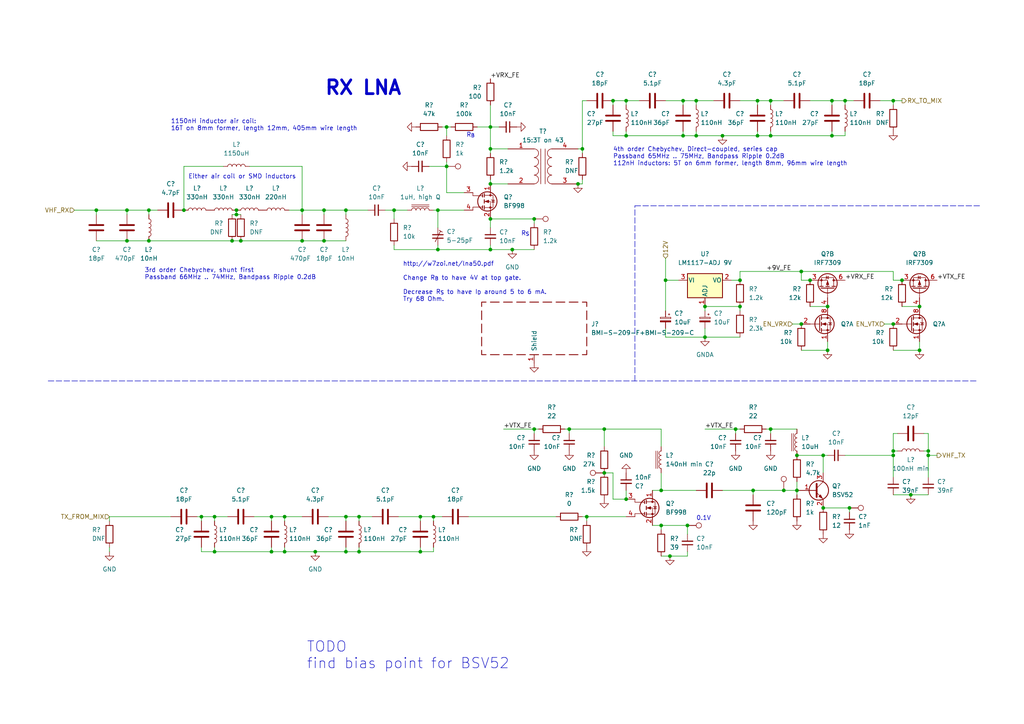
<source format=kicad_sch>
(kicad_sch (version 20211123) (generator eeschema)

  (uuid e85341a8-3e54-4b34-87f5-9974245a7484)

  (paper "A4")

  (title_block
    (title "DART-70 TRX")
    (date "2023-01-22")
    (rev "0")
    (company "HB9EGM")
    (comment 1 "A 4m Band SSB/CW Transceiver")
  )

  

  (junction (at 259.08 130.81) (diameter 0) (color 0 0 0 0)
    (uuid 014fbe33-02cf-426c-8214-0ae1d40c7df8)
  )
  (junction (at 214.63 81.28) (diameter 0) (color 0 0 0 0)
    (uuid 053c636b-8b5d-43d4-82f8-2f587a47ab23)
  )
  (junction (at 264.16 143.51) (diameter 0) (color 0 0 0 0)
    (uuid 05adc4a1-d372-46af-8f37-d1bf4210e96a)
  )
  (junction (at 121.92 160.02) (diameter 0) (color 0 0 0 0)
    (uuid 07895869-8d70-4194-afb5-8df05d02a96b)
  )
  (junction (at 191.77 142.24) (diameter 0) (color 0 0 0 0)
    (uuid 0c6e8129-07f9-465f-9ce0-2d46f2319c9e)
  )
  (junction (at 104.14 149.86) (diameter 0) (color 0 0 0 0)
    (uuid 0da30ee4-5fbf-45c8-9538-1bf176f03f71)
  )
  (junction (at 234.95 81.28) (diameter 0) (color 0 0 0 0)
    (uuid 1652b60e-2eed-430f-8a5b-5512f00b1d7c)
  )
  (junction (at 154.94 124.46) (diameter 0) (color 0 0 0 0)
    (uuid 214ecb40-4c63-4158-be2f-20e603afe1b9)
  )
  (junction (at 241.3 39.37) (diameter 0) (color 0 0 0 0)
    (uuid 22e30deb-2428-4b11-82a9-50d388efeade)
  )
  (junction (at 204.47 88.9) (diameter 0) (color 0 0 0 0)
    (uuid 238e3fd4-fb46-43d3-afe1-89e25bf834a1)
  )
  (junction (at 181.61 144.78) (diameter 0) (color 0 0 0 0)
    (uuid 244c9203-c3ff-4b65-a34d-5892ece48c2b)
  )
  (junction (at 269.24 130.81) (diameter 0) (color 0 0 0 0)
    (uuid 26ee6007-1bf6-4087-b885-4536b39b53f7)
  )
  (junction (at 100.33 60.96) (diameter 0) (color 0 0 0 0)
    (uuid 27932209-07aa-4309-8c3b-8c3756ea28f5)
  )
  (junction (at 201.93 29.21) (diameter 0) (color 0 0 0 0)
    (uuid 2b91b5f6-6358-423e-b62b-3e684fb64a30)
  )
  (junction (at 181.61 29.21) (diameter 0) (color 0 0 0 0)
    (uuid 2c1149ed-3085-4295-b371-1815cbfd540a)
  )
  (junction (at 67.31 69.85) (diameter 0) (color 0 0 0 0)
    (uuid 2dd4e452-7c3f-4e1f-b5b7-f42fcb0e075b)
  )
  (junction (at 53.34 60.96) (diameter 0) (color 0 0 0 0)
    (uuid 30ff6a36-e1f5-45d3-9f31-a6736183ac65)
  )
  (junction (at 43.18 69.85) (diameter 0) (color 0 0 0 0)
    (uuid 32d3fe83-b854-4464-af88-f747caab52be)
  )
  (junction (at 129.54 36.83) (diameter 0) (color 0 0 0 0)
    (uuid 34aea703-6354-4221-ba7e-b2d77e2a6562)
  )
  (junction (at 223.52 29.21) (diameter 0) (color 0 0 0 0)
    (uuid 41bb2995-bcdb-4572-a047-8ce3fa79d0ec)
  )
  (junction (at 154.94 63.5) (diameter 0) (color 0 0 0 0)
    (uuid 433436e6-75b2-4d0e-afe5-51e9ce3b6ceb)
  )
  (junction (at 209.55 39.37) (diameter 0) (color 0 0 0 0)
    (uuid 48de30cd-ac12-4cd9-b77e-6276c6cc535e)
  )
  (junction (at 198.12 29.21) (diameter 0) (color 0 0 0 0)
    (uuid 49abb95b-688d-484d-9ecd-26244c95a12f)
  )
  (junction (at 148.59 72.39) (diameter 0) (color 0 0 0 0)
    (uuid 53639ead-a22d-4b74-b706-37b82595afe4)
  )
  (junction (at 142.24 72.39) (diameter 0) (color 0 0 0 0)
    (uuid 5654cc54-aa7f-4e7e-a903-b6ae4711e293)
  )
  (junction (at 142.24 43.18) (diameter 0) (color 0 0 0 0)
    (uuid 5ac87c87-280c-41aa-b7e2-8cd95dfa0977)
  )
  (junction (at 191.77 152.4) (diameter 0) (color 0 0 0 0)
    (uuid 5b4a4a9a-0092-4d0f-9c31-414a1759762c)
  )
  (junction (at 259.08 29.21) (diameter 0) (color 0 0 0 0)
    (uuid 5f5451e3-d3b2-4513-aa00-6164f9037ce5)
  )
  (junction (at 168.91 43.18) (diameter 0) (color 0 0 0 0)
    (uuid 64c3c5fe-1bb6-4a8a-b1a6-f533cf627997)
  )
  (junction (at 78.74 160.02) (diameter 0) (color 0 0 0 0)
    (uuid 6707abf9-1caa-446a-85dd-9798556b7c42)
  )
  (junction (at 62.23 160.02) (diameter 0) (color 0 0 0 0)
    (uuid 696a84ae-1565-45dd-b421-593916d51378)
  )
  (junction (at 232.41 93.98) (diameter 0) (color 0 0 0 0)
    (uuid 6a1b7322-4603-4eeb-a35d-c1ced4a5a9ee)
  )
  (junction (at 238.76 147.32) (diameter 0) (color 0 0 0 0)
    (uuid 6a54acfb-c2a3-4891-bdef-5359d832b05e)
  )
  (junction (at 142.24 63.5) (diameter 0) (color 0 0 0 0)
    (uuid 6f67861a-7006-47b4-bdc7-1b4e03f0937b)
  )
  (junction (at 259.08 132.08) (diameter 0) (color 0 0 0 0)
    (uuid 71e41a0a-3af5-4796-897c-9d1ad0183c9a)
  )
  (junction (at 219.71 39.37) (diameter 0) (color 0 0 0 0)
    (uuid 7246aeaa-7989-41aa-bc34-36314da565dd)
  )
  (junction (at 93.98 69.85) (diameter 0) (color 0 0 0 0)
    (uuid 725298de-8e6b-4cef-8b75-d13dba9603ba)
  )
  (junction (at 82.55 160.02) (diameter 0) (color 0 0 0 0)
    (uuid 730d9d07-07e4-4d25-ba70-133909d02a93)
  )
  (junction (at 127 60.96) (diameter 0) (color 0 0 0 0)
    (uuid 755aea78-2b8e-4969-8c1a-4e66cdc3e55c)
  )
  (junction (at 259.08 93.98) (diameter 0) (color 0 0 0 0)
    (uuid 786edf16-7fb2-475e-a88f-bdcdd32e8ccb)
  )
  (junction (at 199.39 152.4) (diameter 0) (color 0 0 0 0)
    (uuid 7e3cf1a5-27ba-4fb2-9e80-6e1100e7286d)
  )
  (junction (at 36.83 60.96) (diameter 0) (color 0 0 0 0)
    (uuid 7e40bcc0-3aaa-4014-a65e-4bba8fb828b1)
  )
  (junction (at 246.38 147.32) (diameter 0) (color 0 0 0 0)
    (uuid 8275d0f0-4cd2-4f60-b1d1-1f544f364a6d)
  )
  (junction (at 227.33 142.24) (diameter 0) (color 0 0 0 0)
    (uuid 828403cb-c2e9-4ccc-8f46-66963ed2f21b)
  )
  (junction (at 214.63 88.9) (diameter 0) (color 0 0 0 0)
    (uuid 82d624a9-38b7-41d6-80ca-0ad097d9c3e3)
  )
  (junction (at 241.3 29.21) (diameter 0) (color 0 0 0 0)
    (uuid 830530a0-7b7e-4b57-bcad-ac6bcc2d3cd2)
  )
  (junction (at 68.58 62.23) (diameter 0) (color 0 0 0 0)
    (uuid 84c10573-abbd-42a2-ba39-89dbac386a99)
  )
  (junction (at 213.36 124.46) (diameter 0) (color 0 0 0 0)
    (uuid 8b36f47c-4ffc-4598-8c26-644b57b5c662)
  )
  (junction (at 240.03 101.6) (diameter 0) (color 0 0 0 0)
    (uuid 8e2fdf05-aa36-4931-82ed-a8b3def92201)
  )
  (junction (at 193.04 81.28) (diameter 0) (color 0 0 0 0)
    (uuid 8e3e2866-5ba4-4f0a-867a-58ecaf15b97d)
  )
  (junction (at 100.33 149.86) (diameter 0) (color 0 0 0 0)
    (uuid 92b08d51-62a5-44c7-b4b2-471f395c1538)
  )
  (junction (at 165.1 124.46) (diameter 0) (color 0 0 0 0)
    (uuid 94cebd10-3367-4d9a-a1b7-f7d9e07bdd90)
  )
  (junction (at 269.24 132.08) (diameter 0) (color 0 0 0 0)
    (uuid 96ae9ecf-e0a2-432a-8ece-94cf7cced6b7)
  )
  (junction (at 114.3 60.96) (diameter 0) (color 0 0 0 0)
    (uuid 99467fa5-d96f-4f1c-8084-626f6cebc0c0)
  )
  (junction (at 82.55 149.86) (diameter 0) (color 0 0 0 0)
    (uuid 99b2f434-c683-4943-880b-c0c7051efceb)
  )
  (junction (at 36.83 69.85) (diameter 0) (color 0 0 0 0)
    (uuid 9a8d2c66-6370-437d-a4a0-cb771a0d8c97)
  )
  (junction (at 170.18 149.86) (diameter 0) (color 0 0 0 0)
    (uuid 9b63d6a0-33d9-4ade-b725-ee15ec044acc)
  )
  (junction (at 78.74 149.86) (diameter 0) (color 0 0 0 0)
    (uuid a3b76309-ce22-4be7-b174-f23d53e74bf4)
  )
  (junction (at 100.33 160.02) (diameter 0) (color 0 0 0 0)
    (uuid a605e98c-55d0-4a85-969d-c7a8b22bd4d5)
  )
  (junction (at 91.44 160.02) (diameter 0) (color 0 0 0 0)
    (uuid a67f009f-0172-45e6-8d2b-45a2cc2d1fc3)
  )
  (junction (at 231.14 142.24) (diameter 0) (color 0 0 0 0)
    (uuid a6cfd25a-774e-4db2-b2d4-fd41eec62fd5)
  )
  (junction (at 93.98 60.96) (diameter 0) (color 0 0 0 0)
    (uuid a6dee93e-101e-421c-aa3d-cf1491a2d23c)
  )
  (junction (at 218.44 142.24) (diameter 0) (color 0 0 0 0)
    (uuid a7ae57b6-5005-47d4-809d-6b7d6ada6d03)
  )
  (junction (at 129.54 48.26) (diameter 0) (color 0 0 0 0)
    (uuid a875ac5f-456f-42ae-bc04-dd8d1a120797)
  )
  (junction (at 142.24 53.34) (diameter 0) (color 0 0 0 0)
    (uuid a9dded2e-d08b-4bdb-ab4a-1fce0d42d43e)
  )
  (junction (at 201.93 39.37) (diameter 0) (color 0 0 0 0)
    (uuid aaee6b9a-4306-45ff-b9b6-5d802512dd52)
  )
  (junction (at 27.94 60.96) (diameter 0) (color 0 0 0 0)
    (uuid add0bd1b-274a-4ddf-b875-51d6108aab49)
  )
  (junction (at 219.71 29.21) (diameter 0) (color 0 0 0 0)
    (uuid b0c6448c-be7d-4ebe-a1be-1e8f330d6dbb)
  )
  (junction (at 231.14 132.08) (diameter 0) (color 0 0 0 0)
    (uuid b23444ea-cd8e-4df0-84f4-070156b2e3b7)
  )
  (junction (at 87.63 69.85) (diameter 0) (color 0 0 0 0)
    (uuid b4922278-ce3f-46ba-a2a2-cd5c71f714de)
  )
  (junction (at 223.52 124.46) (diameter 0) (color 0 0 0 0)
    (uuid b8abc7e6-6611-45b5-9a55-3a65a7522e32)
  )
  (junction (at 204.47 97.79) (diameter 0) (color 0 0 0 0)
    (uuid bc401b7a-65f6-439c-9420-7f623c786a57)
  )
  (junction (at 69.85 69.85) (diameter 0) (color 0 0 0 0)
    (uuid bcdfe8ed-4c7e-419e-b702-6bca070854e1)
  )
  (junction (at 245.11 29.21) (diameter 0) (color 0 0 0 0)
    (uuid bf6081e5-fd4b-4fb3-b523-139036f4041c)
  )
  (junction (at 198.12 39.37) (diameter 0) (color 0 0 0 0)
    (uuid c5c6520c-9e3e-436f-b14f-faf22a42dfbb)
  )
  (junction (at 175.26 124.46) (diameter 0) (color 0 0 0 0)
    (uuid c8d4f236-4705-41bb-b1be-5cef1ea2c536)
  )
  (junction (at 125.73 149.86) (diameter 0) (color 0 0 0 0)
    (uuid cc2cb73f-acad-4a16-94a4-9816e494e931)
  )
  (junction (at 87.63 60.96) (diameter 0) (color 0 0 0 0)
    (uuid ce1e90a2-6376-4288-8749-493e809aba5d)
  )
  (junction (at 127 72.39) (diameter 0) (color 0 0 0 0)
    (uuid cf9ef397-ee5c-464c-a25e-4d9486a9df16)
  )
  (junction (at 194.31 161.29) (diameter 0) (color 0 0 0 0)
    (uuid d0fb093c-3a0b-4150-bde4-bd1af1a4bfff)
  )
  (junction (at 181.61 39.37) (diameter 0) (color 0 0 0 0)
    (uuid d50ac601-83b2-43a2-808a-3b58d5a2b71f)
  )
  (junction (at 223.52 39.37) (diameter 0) (color 0 0 0 0)
    (uuid d600cdf9-d630-4f89-a09e-87efccd0902e)
  )
  (junction (at 167.64 53.34) (diameter 0) (color 0 0 0 0)
    (uuid d76a5f48-7d00-42d5-9e04-2f9f8b67bd1d)
  )
  (junction (at 68.58 60.96) (diameter 0) (color 0 0 0 0)
    (uuid dbad22ed-87bd-4fef-a142-c1d56fc5ada0)
  )
  (junction (at 43.18 60.96) (diameter 0) (color 0 0 0 0)
    (uuid df93aeee-38d4-42fb-b5da-51a73fd2e2bc)
  )
  (junction (at 177.8 29.21) (diameter 0) (color 0 0 0 0)
    (uuid e0493c7a-5485-41e4-ba79-779aff029fab)
  )
  (junction (at 232.41 78.74) (diameter 0) (color 0 0 0 0)
    (uuid e04cbaa7-58f6-4b95-b330-5ae233daaa58)
  )
  (junction (at 142.24 36.83) (diameter 0) (color 0 0 0 0)
    (uuid e04f8c65-d602-47fb-9c32-a40fa4054257)
  )
  (junction (at 240.03 88.9) (diameter 0) (color 0 0 0 0)
    (uuid e180b3ee-6434-44ca-afbc-194f5543b566)
  )
  (junction (at 121.92 149.86) (diameter 0) (color 0 0 0 0)
    (uuid e245969c-96e2-4467-a4b0-55df65c2006d)
  )
  (junction (at 266.7 88.9) (diameter 0) (color 0 0 0 0)
    (uuid e439fefd-fea3-4379-89f7-31352e077829)
  )
  (junction (at 238.76 132.08) (diameter 0) (color 0 0 0 0)
    (uuid e717955e-2a81-4d91-a91b-854d445c9b5d)
  )
  (junction (at 62.23 149.86) (diameter 0) (color 0 0 0 0)
    (uuid ebd2a656-9283-42a7-a471-cb22596c1597)
  )
  (junction (at 266.7 101.6) (diameter 0) (color 0 0 0 0)
    (uuid f285b43b-89b4-4974-aeee-ae27a2ca7c96)
  )
  (junction (at 104.14 160.02) (diameter 0) (color 0 0 0 0)
    (uuid f3b55bee-aa8a-4bd0-a87b-914b4bb50b10)
  )
  (junction (at 58.42 149.86) (diameter 0) (color 0 0 0 0)
    (uuid f671888e-311a-48ca-a183-135a403be009)
  )
  (junction (at 261.62 81.28) (diameter 0) (color 0 0 0 0)
    (uuid fdc03146-3e81-45e1-983d-ce65dbe4dddc)
  )
  (junction (at 175.26 137.16) (diameter 0) (color 0 0 0 0)
    (uuid ff95d81e-5a87-4294-9b1c-6e9a77990629)
  )

  (wire (pts (xy 67.31 69.85) (xy 69.85 69.85))
    (stroke (width 0) (type default) (color 0 0 0 0))
    (uuid 00e5b5fc-5bd0-40af-9ee7-a472844c2151)
  )
  (wire (pts (xy 181.61 29.21) (xy 181.61 30.48))
    (stroke (width 0) (type default) (color 0 0 0 0))
    (uuid 01092b77-815f-43be-992d-fc218557d154)
  )
  (wire (pts (xy 147.32 53.34) (xy 142.24 53.34))
    (stroke (width 0) (type default) (color 0 0 0 0))
    (uuid 020af510-7992-416e-a265-00652eb27830)
  )
  (wire (pts (xy 219.71 39.37) (xy 219.71 38.1))
    (stroke (width 0) (type default) (color 0 0 0 0))
    (uuid 02b3711f-b3bf-4a32-8116-7fa82771cd03)
  )
  (wire (pts (xy 121.92 151.13) (xy 121.92 149.86))
    (stroke (width 0) (type default) (color 0 0 0 0))
    (uuid 03602e32-1245-4e32-9ecc-9044bdca6c61)
  )
  (wire (pts (xy 259.08 78.74) (xy 259.08 81.28))
    (stroke (width 0) (type default) (color 0 0 0 0))
    (uuid 03d90108-31df-471c-8d47-5277f5bb8529)
  )
  (wire (pts (xy 125.73 160.02) (xy 125.73 158.75))
    (stroke (width 0) (type default) (color 0 0 0 0))
    (uuid 04bbbe15-04b6-41b3-8bd4-9a9f1e19bc37)
  )
  (wire (pts (xy 93.98 60.96) (xy 93.98 62.23))
    (stroke (width 0) (type default) (color 0 0 0 0))
    (uuid 04e72cbc-c02a-4a92-b021-b9939e4db36f)
  )
  (wire (pts (xy 36.83 69.85) (xy 43.18 69.85))
    (stroke (width 0) (type default) (color 0 0 0 0))
    (uuid 050efeb3-533d-4b9a-a0e2-1737784edf33)
  )
  (wire (pts (xy 213.36 125.73) (xy 213.36 124.46))
    (stroke (width 0) (type default) (color 0 0 0 0))
    (uuid 05820599-8acc-49ba-a88a-070cbbe28e1a)
  )
  (wire (pts (xy 31.75 158.75) (xy 31.75 160.02))
    (stroke (width 0) (type default) (color 0 0 0 0))
    (uuid 06230da2-e6a9-4df3-a8a6-1054a2179a17)
  )
  (wire (pts (xy 154.94 125.73) (xy 154.94 124.46))
    (stroke (width 0) (type default) (color 0 0 0 0))
    (uuid 0785ffee-5a6c-4b20-b83b-a9e51509ed25)
  )
  (wire (pts (xy 58.42 151.13) (xy 58.42 149.86))
    (stroke (width 0) (type default) (color 0 0 0 0))
    (uuid 0a805d5b-6113-4e7d-8ab7-c42d5a8f29b1)
  )
  (wire (pts (xy 193.04 81.28) (xy 193.04 90.17))
    (stroke (width 0) (type default) (color 0 0 0 0))
    (uuid 0b41d2ae-4199-421c-a9cc-39212f58717c)
  )
  (wire (pts (xy 238.76 132.08) (xy 240.03 132.08))
    (stroke (width 0) (type default) (color 0 0 0 0))
    (uuid 0b6b8363-c8e1-4799-8ee5-abeba534856c)
  )
  (wire (pts (xy 246.38 147.32) (xy 238.76 147.32))
    (stroke (width 0) (type default) (color 0 0 0 0))
    (uuid 0c549802-b595-4de9-b4f2-5d5dc13cce92)
  )
  (wire (pts (xy 196.85 81.28) (xy 193.04 81.28))
    (stroke (width 0) (type default) (color 0 0 0 0))
    (uuid 0e126077-2474-4e93-ae8c-94babe57c1e7)
  )
  (wire (pts (xy 82.55 151.13) (xy 82.55 149.86))
    (stroke (width 0) (type default) (color 0 0 0 0))
    (uuid 0f1de0dd-804a-4596-bff8-c84c9821c96f)
  )
  (wire (pts (xy 218.44 142.24) (xy 218.44 143.51))
    (stroke (width 0) (type default) (color 0 0 0 0))
    (uuid 0f2ae659-a3c6-4de9-8cc9-1cb8eb738749)
  )
  (wire (pts (xy 259.08 130.81) (xy 259.08 132.08))
    (stroke (width 0) (type default) (color 0 0 0 0))
    (uuid 0fae205c-5af3-4a45-b101-8bcc5ce05f03)
  )
  (wire (pts (xy 57.15 149.86) (xy 58.42 149.86))
    (stroke (width 0) (type default) (color 0 0 0 0))
    (uuid 10dd21c7-9fd9-4a44-8ab3-640f7ca149dd)
  )
  (wire (pts (xy 31.75 149.86) (xy 49.53 149.86))
    (stroke (width 0) (type default) (color 0 0 0 0))
    (uuid 118829bb-dced-433c-b2a5-be320b37c6db)
  )
  (wire (pts (xy 148.59 72.39) (xy 142.24 72.39))
    (stroke (width 0) (type default) (color 0 0 0 0))
    (uuid 11920e1b-be55-4c86-8c94-fad4a5a5ea6f)
  )
  (wire (pts (xy 223.52 39.37) (xy 241.3 39.37))
    (stroke (width 0) (type default) (color 0 0 0 0))
    (uuid 135fafe3-46f6-4185-8d74-e430c711885a)
  )
  (wire (pts (xy 240.03 101.6) (xy 232.41 101.6))
    (stroke (width 0) (type default) (color 0 0 0 0))
    (uuid 141a7613-b1c9-4373-aa4c-cb18fbc4b872)
  )
  (wire (pts (xy 232.41 81.28) (xy 234.95 81.28))
    (stroke (width 0) (type default) (color 0 0 0 0))
    (uuid 1617c390-94b0-4c64-a669-26edf562ff9a)
  )
  (wire (pts (xy 246.38 148.59) (xy 246.38 147.32))
    (stroke (width 0) (type default) (color 0 0 0 0))
    (uuid 17b00afe-c752-4fe9-88c5-3ad96b8a7e70)
  )
  (wire (pts (xy 193.04 97.79) (xy 204.47 97.79))
    (stroke (width 0) (type default) (color 0 0 0 0))
    (uuid 1920970b-7049-41ad-8ca7-c7915a267206)
  )
  (wire (pts (xy 177.8 137.16) (xy 177.8 144.78))
    (stroke (width 0) (type default) (color 0 0 0 0))
    (uuid 1941db9c-382f-44cc-a903-a93207b6a93d)
  )
  (wire (pts (xy 82.55 160.02) (xy 82.55 158.75))
    (stroke (width 0) (type default) (color 0 0 0 0))
    (uuid 19488a6a-a931-486e-a283-2e60d6328d78)
  )
  (wire (pts (xy 27.94 60.96) (xy 36.83 60.96))
    (stroke (width 0) (type default) (color 0 0 0 0))
    (uuid 1a97cca3-0fe5-4bfa-8d57-ca1b191bfea3)
  )
  (wire (pts (xy 125.73 60.96) (xy 127 60.96))
    (stroke (width 0) (type default) (color 0 0 0 0))
    (uuid 1acffc7b-3719-4cb9-9be2-22b9b0dc94ee)
  )
  (wire (pts (xy 219.71 29.21) (xy 223.52 29.21))
    (stroke (width 0) (type default) (color 0 0 0 0))
    (uuid 1c0cfd5c-a642-423e-bcd7-fee83fdee590)
  )
  (wire (pts (xy 87.63 69.85) (xy 93.98 69.85))
    (stroke (width 0) (type default) (color 0 0 0 0))
    (uuid 1cb95966-d9b9-40ac-b03f-1f46d823a11d)
  )
  (wire (pts (xy 69.85 69.85) (xy 87.63 69.85))
    (stroke (width 0) (type default) (color 0 0 0 0))
    (uuid 1e066e3b-074f-4121-8f27-8215bc8d3261)
  )
  (wire (pts (xy 259.08 125.73) (xy 260.35 125.73))
    (stroke (width 0) (type default) (color 0 0 0 0))
    (uuid 1e083e1f-2b5d-4576-a67e-3249110e0291)
  )
  (wire (pts (xy 142.24 53.34) (xy 142.24 52.07))
    (stroke (width 0) (type default) (color 0 0 0 0))
    (uuid 1f1766e2-d2db-4154-b565-458e0aeda8eb)
  )
  (wire (pts (xy 198.12 39.37) (xy 198.12 38.1))
    (stroke (width 0) (type default) (color 0 0 0 0))
    (uuid 1f992b26-230b-423a-9f5b-b5e2eae3f796)
  )
  (wire (pts (xy 269.24 132.08) (xy 269.24 138.43))
    (stroke (width 0) (type default) (color 0 0 0 0))
    (uuid 20193a25-dfb2-4d02-b772-e6a2bc97d410)
  )
  (wire (pts (xy 193.04 29.21) (xy 198.12 29.21))
    (stroke (width 0) (type default) (color 0 0 0 0))
    (uuid 211489a5-413a-4de7-bb6b-ce735ffe7c80)
  )
  (wire (pts (xy 259.08 130.81) (xy 260.35 130.81))
    (stroke (width 0) (type default) (color 0 0 0 0))
    (uuid 212af7ec-c8f1-4ea2-8488-c7db2bb7bdfc)
  )
  (wire (pts (xy 191.77 152.4) (xy 189.23 152.4))
    (stroke (width 0) (type default) (color 0 0 0 0))
    (uuid 21acb83f-68ea-41e5-b622-dc4aeb4e23bc)
  )
  (wire (pts (xy 87.63 60.96) (xy 93.98 60.96))
    (stroke (width 0) (type default) (color 0 0 0 0))
    (uuid 23c577d6-b831-4003-b3d4-9a9a5520a466)
  )
  (wire (pts (xy 241.3 39.37) (xy 241.3 38.1))
    (stroke (width 0) (type default) (color 0 0 0 0))
    (uuid 24280ee6-c585-4835-8fc4-d7860dfbfdba)
  )
  (wire (pts (xy 214.63 78.74) (xy 214.63 81.28))
    (stroke (width 0) (type default) (color 0 0 0 0))
    (uuid 25b5fac5-8ac2-4718-aced-78fd470c5a41)
  )
  (polyline (pts (xy 13.97 110.49) (xy 283.21 110.49))
    (stroke (width 0) (type default) (color 0 0 0 0))
    (uuid 2812a88f-15e5-44c4-a66a-beb23630881f)
  )

  (wire (pts (xy 21.59 60.96) (xy 27.94 60.96))
    (stroke (width 0) (type default) (color 0 0 0 0))
    (uuid 28691614-25d8-432a-9210-110c9d424ff4)
  )
  (wire (pts (xy 31.75 151.13) (xy 31.75 149.86))
    (stroke (width 0) (type default) (color 0 0 0 0))
    (uuid 2d478155-78b3-43e6-9e0b-cf58b9dbf0cb)
  )
  (wire (pts (xy 104.14 160.02) (xy 104.14 158.75))
    (stroke (width 0) (type default) (color 0 0 0 0))
    (uuid 2d86d824-7587-4e1e-bd3d-1386a2f26b2f)
  )
  (wire (pts (xy 231.14 139.7) (xy 231.14 142.24))
    (stroke (width 0) (type default) (color 0 0 0 0))
    (uuid 2e3e1835-0994-46d3-b4ac-db18042e081b)
  )
  (wire (pts (xy 43.18 69.85) (xy 67.31 69.85))
    (stroke (width 0) (type default) (color 0 0 0 0))
    (uuid 2e5066c7-bc67-4b7c-aae7-15cd49e110ca)
  )
  (wire (pts (xy 269.24 130.81) (xy 267.97 130.81))
    (stroke (width 0) (type default) (color 0 0 0 0))
    (uuid 2f09267e-b3dd-4163-aee3-b882166dbe57)
  )
  (wire (pts (xy 142.24 63.5) (xy 142.24 66.04))
    (stroke (width 0) (type default) (color 0 0 0 0))
    (uuid 2f240c86-aceb-464b-899d-7618bd58be8d)
  )
  (wire (pts (xy 241.3 29.21) (xy 245.11 29.21))
    (stroke (width 0) (type default) (color 0 0 0 0))
    (uuid 30701c9e-85dc-4e9a-972e-ad6a04210bf0)
  )
  (wire (pts (xy 177.8 144.78) (xy 181.61 144.78))
    (stroke (width 0) (type default) (color 0 0 0 0))
    (uuid 32c7e7d5-5cf0-4052-9904-fc5aa41decb5)
  )
  (wire (pts (xy 168.91 52.07) (xy 168.91 53.34))
    (stroke (width 0) (type default) (color 0 0 0 0))
    (uuid 3303b423-732f-4ec1-9f34-6a65ea125a9f)
  )
  (wire (pts (xy 229.87 93.98) (xy 232.41 93.98))
    (stroke (width 0) (type default) (color 0 0 0 0))
    (uuid 3340bb88-8cfa-4bae-b60e-378d2889f60d)
  )
  (wire (pts (xy 72.39 48.26) (xy 87.63 48.26))
    (stroke (width 0) (type default) (color 0 0 0 0))
    (uuid 33f29fa7-5b0b-49c9-a605-50b7be5943a9)
  )
  (wire (pts (xy 175.26 124.46) (xy 191.77 124.46))
    (stroke (width 0) (type default) (color 0 0 0 0))
    (uuid 36c2a5ae-5ab8-440b-a41f-9b00518ecd46)
  )
  (wire (pts (xy 100.33 160.02) (xy 100.33 158.75))
    (stroke (width 0) (type default) (color 0 0 0 0))
    (uuid 36ea332f-7ddd-4cc9-af0b-a280bb127d66)
  )
  (wire (pts (xy 82.55 160.02) (xy 78.74 160.02))
    (stroke (width 0) (type default) (color 0 0 0 0))
    (uuid 39ede154-b114-42b1-9471-69e8225de7ab)
  )
  (wire (pts (xy 181.61 29.21) (xy 185.42 29.21))
    (stroke (width 0) (type default) (color 0 0 0 0))
    (uuid 3c5dfaac-ce4d-429a-aba1-920080a05a25)
  )
  (wire (pts (xy 209.55 39.37) (xy 219.71 39.37))
    (stroke (width 0) (type default) (color 0 0 0 0))
    (uuid 3cac3e67-9601-4bbe-8f74-51e6c8133fb4)
  )
  (wire (pts (xy 58.42 149.86) (xy 62.23 149.86))
    (stroke (width 0) (type default) (color 0 0 0 0))
    (uuid 3e89f96a-4149-49e9-8931-921ce8c3a055)
  )
  (polyline (pts (xy 184.15 110.49) (xy 184.15 59.69))
    (stroke (width 0) (type default) (color 0 0 0 0))
    (uuid 3f650e07-bfda-4556-9a8b-c7393a2ab272)
  )

  (wire (pts (xy 93.98 69.85) (xy 100.33 69.85))
    (stroke (width 0) (type default) (color 0 0 0 0))
    (uuid 3f75e8f9-17fe-41fa-8be1-97bb9d74f36e)
  )
  (wire (pts (xy 36.83 60.96) (xy 43.18 60.96))
    (stroke (width 0) (type default) (color 0 0 0 0))
    (uuid 426afdc4-b639-4a13-b435-77d23c36d327)
  )
  (wire (pts (xy 114.3 72.39) (xy 127 72.39))
    (stroke (width 0) (type default) (color 0 0 0 0))
    (uuid 450ed59f-52ac-40e5-b0ac-4507b15a95b2)
  )
  (wire (pts (xy 128.27 36.83) (xy 129.54 36.83))
    (stroke (width 0) (type default) (color 0 0 0 0))
    (uuid 45d11611-49a6-4964-afa3-7f0162c0c739)
  )
  (wire (pts (xy 232.41 78.74) (xy 214.63 78.74))
    (stroke (width 0) (type default) (color 0 0 0 0))
    (uuid 468e347b-afe1-4557-ad4d-28eb5659a4b8)
  )
  (wire (pts (xy 191.77 142.24) (xy 201.93 142.24))
    (stroke (width 0) (type default) (color 0 0 0 0))
    (uuid 4a16b6dc-2288-4548-9c84-0bbf2a1d57bd)
  )
  (wire (pts (xy 73.66 149.86) (xy 78.74 149.86))
    (stroke (width 0) (type default) (color 0 0 0 0))
    (uuid 4b74047d-1cfb-4a70-804a-a9c009584e7a)
  )
  (wire (pts (xy 78.74 149.86) (xy 82.55 149.86))
    (stroke (width 0) (type default) (color 0 0 0 0))
    (uuid 4bf865ed-62d5-49b3-9115-02bd4f7f3f74)
  )
  (wire (pts (xy 121.92 149.86) (xy 125.73 149.86))
    (stroke (width 0) (type default) (color 0 0 0 0))
    (uuid 4ca5ee79-1360-4517-b073-b387778d1f9d)
  )
  (wire (pts (xy 181.61 39.37) (xy 198.12 39.37))
    (stroke (width 0) (type default) (color 0 0 0 0))
    (uuid 4cad7fe9-18a3-4205-bf76-118f190d710a)
  )
  (wire (pts (xy 269.24 130.81) (xy 269.24 132.08))
    (stroke (width 0) (type default) (color 0 0 0 0))
    (uuid 4cf19b83-343d-444b-b344-abd964c46130)
  )
  (wire (pts (xy 232.41 78.74) (xy 232.41 81.28))
    (stroke (width 0) (type default) (color 0 0 0 0))
    (uuid 4d792edd-4ca7-4bc0-98b8-1c07860783ab)
  )
  (wire (pts (xy 201.93 30.48) (xy 201.93 29.21))
    (stroke (width 0) (type default) (color 0 0 0 0))
    (uuid 4e6b63c8-8daf-4486-a68d-7144b46e5ea2)
  )
  (wire (pts (xy 199.39 160.02) (xy 199.39 161.29))
    (stroke (width 0) (type default) (color 0 0 0 0))
    (uuid 520deeb0-2cb2-4b4b-9ce8-239203e7b895)
  )
  (wire (pts (xy 100.33 60.96) (xy 100.33 62.23))
    (stroke (width 0) (type default) (color 0 0 0 0))
    (uuid 52a29cb5-fc2a-4abb-a968-bbb1b5d9b7d6)
  )
  (wire (pts (xy 199.39 161.29) (xy 194.31 161.29))
    (stroke (width 0) (type default) (color 0 0 0 0))
    (uuid 5393cb79-d4ff-48a3-8106-b4f929de870b)
  )
  (wire (pts (xy 234.95 29.21) (xy 241.3 29.21))
    (stroke (width 0) (type default) (color 0 0 0 0))
    (uuid 54136090-6e59-411c-8c76-ff74b4ba8cdc)
  )
  (wire (pts (xy 170.18 29.21) (xy 168.91 29.21))
    (stroke (width 0) (type default) (color 0 0 0 0))
    (uuid 5516e114-54d5-4ea3-8bfe-40e5be6eb192)
  )
  (wire (pts (xy 269.24 125.73) (xy 269.24 130.81))
    (stroke (width 0) (type default) (color 0 0 0 0))
    (uuid 55590f3c-3315-4934-b354-427f99e886f0)
  )
  (wire (pts (xy 241.3 30.48) (xy 241.3 29.21))
    (stroke (width 0) (type default) (color 0 0 0 0))
    (uuid 575b9d80-5f4d-4af9-aef0-45c51d673684)
  )
  (wire (pts (xy 213.36 124.46) (xy 214.63 124.46))
    (stroke (width 0) (type default) (color 0 0 0 0))
    (uuid 588442fe-0325-47ea-8587-f22398d8d769)
  )
  (wire (pts (xy 222.25 124.46) (xy 223.52 124.46))
    (stroke (width 0) (type default) (color 0 0 0 0))
    (uuid 58845e3f-7112-4368-b742-d952a9ef30c6)
  )
  (wire (pts (xy 78.74 160.02) (xy 78.74 158.75))
    (stroke (width 0) (type default) (color 0 0 0 0))
    (uuid 59210da8-080b-45c2-8b8f-c7ddcd592060)
  )
  (wire (pts (xy 115.57 149.86) (xy 121.92 149.86))
    (stroke (width 0) (type default) (color 0 0 0 0))
    (uuid 592caa8b-0386-47d0-8e78-0b9d3a2052bb)
  )
  (wire (pts (xy 241.3 39.37) (xy 245.11 39.37))
    (stroke (width 0) (type default) (color 0 0 0 0))
    (uuid 59e552bf-7958-4fda-a0db-f9e371531f5e)
  )
  (wire (pts (xy 127 72.39) (xy 142.24 72.39))
    (stroke (width 0) (type default) (color 0 0 0 0))
    (uuid 5a71b622-216c-4ae9-b176-7e0fb8c909b9)
  )
  (wire (pts (xy 269.24 125.73) (xy 267.97 125.73))
    (stroke (width 0) (type default) (color 0 0 0 0))
    (uuid 5dae51d8-31a1-45b5-aee6-b5709476c318)
  )
  (wire (pts (xy 142.24 72.39) (xy 142.24 71.12))
    (stroke (width 0) (type default) (color 0 0 0 0))
    (uuid 5e2169a0-de19-4cd6-bf52-b74f00504da1)
  )
  (wire (pts (xy 43.18 60.96) (xy 45.72 60.96))
    (stroke (width 0) (type default) (color 0 0 0 0))
    (uuid 5e70f545-979a-40c9-bda1-1c7591189e45)
  )
  (wire (pts (xy 142.24 36.83) (xy 142.24 30.48))
    (stroke (width 0) (type default) (color 0 0 0 0))
    (uuid 5e721fb4-c9a0-4ae9-89ea-2beae0e47e97)
  )
  (wire (pts (xy 43.18 60.96) (xy 43.18 62.23))
    (stroke (width 0) (type default) (color 0 0 0 0))
    (uuid 5ea7489e-e91b-44f0-a035-3448b45ceadc)
  )
  (wire (pts (xy 168.91 53.34) (xy 167.64 53.34))
    (stroke (width 0) (type default) (color 0 0 0 0))
    (uuid 5f5c060f-99c6-4d58-b44a-4244837c6652)
  )
  (wire (pts (xy 259.08 29.21) (xy 261.62 29.21))
    (stroke (width 0) (type default) (color 0 0 0 0))
    (uuid 5fceb92d-7a0e-4b2f-966c-33a3f8978ee9)
  )
  (wire (pts (xy 142.24 44.45) (xy 142.24 43.18))
    (stroke (width 0) (type default) (color 0 0 0 0))
    (uuid 6005394b-9189-4171-b053-ebfd9d60c03e)
  )
  (wire (pts (xy 154.94 124.46) (xy 156.21 124.46))
    (stroke (width 0) (type default) (color 0 0 0 0))
    (uuid 600c3ac6-9e9d-494f-9f04-3cadeb854f32)
  )
  (wire (pts (xy 191.77 161.29) (xy 194.31 161.29))
    (stroke (width 0) (type default) (color 0 0 0 0))
    (uuid 60a459b9-afd7-4bdd-b38a-a5f2882f31e7)
  )
  (wire (pts (xy 201.93 39.37) (xy 198.12 39.37))
    (stroke (width 0) (type default) (color 0 0 0 0))
    (uuid 60bad9ca-4bdf-454c-ad68-9fa3a1ef1953)
  )
  (wire (pts (xy 100.33 151.13) (xy 100.33 149.86))
    (stroke (width 0) (type default) (color 0 0 0 0))
    (uuid 61a9e6a8-4104-4faf-9104-407030fee84b)
  )
  (wire (pts (xy 223.52 29.21) (xy 227.33 29.21))
    (stroke (width 0) (type default) (color 0 0 0 0))
    (uuid 61f8165d-255a-4197-a48c-ea44a5589c76)
  )
  (wire (pts (xy 204.47 95.25) (xy 204.47 97.79))
    (stroke (width 0) (type default) (color 0 0 0 0))
    (uuid 6207a9a6-052f-44b7-98ae-23f2fc4d564c)
  )
  (wire (pts (xy 198.12 30.48) (xy 198.12 29.21))
    (stroke (width 0) (type default) (color 0 0 0 0))
    (uuid 62cac600-87c9-4b70-81ad-6cbecfa5dbe3)
  )
  (polyline (pts (xy 184.15 59.69) (xy 284.48 59.69))
    (stroke (width 0) (type default) (color 0 0 0 0))
    (uuid 6440f1bd-f1e1-48d8-984f-1b8859c95ef6)
  )

  (wire (pts (xy 58.42 160.02) (xy 58.42 158.75))
    (stroke (width 0) (type default) (color 0 0 0 0))
    (uuid 64d10b25-44e3-4ccf-8c4c-e8390cc663cc)
  )
  (wire (pts (xy 135.89 149.86) (xy 161.29 149.86))
    (stroke (width 0) (type default) (color 0 0 0 0))
    (uuid 651fb468-303e-49f9-86a2-03bfc4d45faa)
  )
  (wire (pts (xy 147.32 43.18) (xy 142.24 43.18))
    (stroke (width 0) (type default) (color 0 0 0 0))
    (uuid 6609241a-334e-4ced-ae81-0759311dbbad)
  )
  (wire (pts (xy 104.14 151.13) (xy 104.14 149.86))
    (stroke (width 0) (type default) (color 0 0 0 0))
    (uuid 6a845cb2-3ede-406b-9084-98637e393984)
  )
  (wire (pts (xy 167.64 43.18) (xy 168.91 43.18))
    (stroke (width 0) (type default) (color 0 0 0 0))
    (uuid 710b6ecd-a9cf-4c16-b156-7ab0bb0c1245)
  )
  (wire (pts (xy 68.58 60.96) (xy 68.58 62.23))
    (stroke (width 0) (type default) (color 0 0 0 0))
    (uuid 739c4bc4-71b1-4060-996c-b30955427381)
  )
  (wire (pts (xy 58.42 160.02) (xy 62.23 160.02))
    (stroke (width 0) (type default) (color 0 0 0 0))
    (uuid 7454e18d-eee9-48b0-92f9-1e9dd000570e)
  )
  (wire (pts (xy 165.1 125.73) (xy 165.1 124.46))
    (stroke (width 0) (type default) (color 0 0 0 0))
    (uuid 7560791f-9e21-48d6-b563-63cea6c3213c)
  )
  (wire (pts (xy 198.12 29.21) (xy 201.93 29.21))
    (stroke (width 0) (type default) (color 0 0 0 0))
    (uuid 7564e54f-11f2-406e-b3e0-3e6cb42b6b60)
  )
  (wire (pts (xy 261.62 88.9) (xy 266.7 88.9))
    (stroke (width 0) (type default) (color 0 0 0 0))
    (uuid 793ffaf6-f7a8-4744-b63c-ebe5c61b066c)
  )
  (wire (pts (xy 154.94 72.39) (xy 148.59 72.39))
    (stroke (width 0) (type default) (color 0 0 0 0))
    (uuid 7fb4a628-0a3a-45fd-b9bd-c186e37edcf1)
  )
  (wire (pts (xy 62.23 149.86) (xy 62.23 151.13))
    (stroke (width 0) (type default) (color 0 0 0 0))
    (uuid 88eb19d8-f75f-452a-aea0-22522a3bade1)
  )
  (wire (pts (xy 129.54 36.83) (xy 129.54 39.37))
    (stroke (width 0) (type default) (color 0 0 0 0))
    (uuid 89b48dc9-c00e-48be-93c9-faa060ba3b37)
  )
  (wire (pts (xy 154.94 64.77) (xy 154.94 63.5))
    (stroke (width 0) (type default) (color 0 0 0 0))
    (uuid 89faec98-fdf7-49b4-8a14-ddcd50d33077)
  )
  (wire (pts (xy 201.93 29.21) (xy 207.01 29.21))
    (stroke (width 0) (type default) (color 0 0 0 0))
    (uuid 8b01a92c-6579-45f1-a8cb-784184b3c0a6)
  )
  (wire (pts (xy 125.73 151.13) (xy 125.73 149.86))
    (stroke (width 0) (type default) (color 0 0 0 0))
    (uuid 8bfdfab4-901c-4c87-bff9-1a225f39b380)
  )
  (wire (pts (xy 114.3 71.12) (xy 114.3 72.39))
    (stroke (width 0) (type default) (color 0 0 0 0))
    (uuid 8d93b96e-d58e-4f76-b91e-0a4672ad0838)
  )
  (wire (pts (xy 62.23 160.02) (xy 62.23 158.75))
    (stroke (width 0) (type default) (color 0 0 0 0))
    (uuid 8e7e89b6-edef-46c2-923f-0d3437d27813)
  )
  (wire (pts (xy 259.08 81.28) (xy 261.62 81.28))
    (stroke (width 0) (type default) (color 0 0 0 0))
    (uuid 8eeb65ab-df7f-4695-aabc-412362f9e6ab)
  )
  (wire (pts (xy 177.8 39.37) (xy 181.61 39.37))
    (stroke (width 0) (type default) (color 0 0 0 0))
    (uuid 90e6d25b-41c3-4379-94e3-70433d4656f5)
  )
  (wire (pts (xy 245.11 30.48) (xy 245.11 29.21))
    (stroke (width 0) (type default) (color 0 0 0 0))
    (uuid 924031ab-bf44-4a2f-aaf7-c38b8a8abc40)
  )
  (wire (pts (xy 168.91 44.45) (xy 168.91 43.18))
    (stroke (width 0) (type default) (color 0 0 0 0))
    (uuid 93f6fd09-e356-47ef-a2d2-c1ed422dabe3)
  )
  (wire (pts (xy 177.8 29.21) (xy 181.61 29.21))
    (stroke (width 0) (type default) (color 0 0 0 0))
    (uuid 94425972-63e3-432d-8409-356e5b22940b)
  )
  (wire (pts (xy 259.08 30.48) (xy 259.08 29.21))
    (stroke (width 0) (type default) (color 0 0 0 0))
    (uuid 9723f6e4-63d9-4b79-a06d-706fe6a5b67e)
  )
  (wire (pts (xy 223.52 30.48) (xy 223.52 29.21))
    (stroke (width 0) (type default) (color 0 0 0 0))
    (uuid 98084cbc-b94f-488e-83ba-487b7983eff7)
  )
  (wire (pts (xy 104.14 160.02) (xy 121.92 160.02))
    (stroke (width 0) (type default) (color 0 0 0 0))
    (uuid 98b8d1fc-b75d-4b78-abcf-b05b708bb68b)
  )
  (wire (pts (xy 127 60.96) (xy 134.62 60.96))
    (stroke (width 0) (type default) (color 0 0 0 0))
    (uuid 98fe9f07-d0e7-4808-8553-39a038479457)
  )
  (wire (pts (xy 223.52 125.73) (xy 223.52 124.46))
    (stroke (width 0) (type default) (color 0 0 0 0))
    (uuid 99be3360-249d-4c89-a77e-43cb1aef6c84)
  )
  (wire (pts (xy 212.09 81.28) (xy 214.63 81.28))
    (stroke (width 0) (type default) (color 0 0 0 0))
    (uuid 9c4d3a80-6ed2-412b-b203-db120080834e)
  )
  (wire (pts (xy 177.8 30.48) (xy 177.8 29.21))
    (stroke (width 0) (type default) (color 0 0 0 0))
    (uuid 9c7aae02-34fd-4a06-bca1-a165128a73a8)
  )
  (wire (pts (xy 127 66.04) (xy 127 60.96))
    (stroke (width 0) (type default) (color 0 0 0 0))
    (uuid 9c85880b-9d5c-4fe3-84f6-20ee24e87c39)
  )
  (wire (pts (xy 191.77 152.4) (xy 191.77 153.67))
    (stroke (width 0) (type default) (color 0 0 0 0))
    (uuid 9d2b433e-1dfc-4d0f-abe1-2e83343631b5)
  )
  (wire (pts (xy 214.63 88.9) (xy 214.63 90.17))
    (stroke (width 0) (type default) (color 0 0 0 0))
    (uuid 9ef0c209-3614-4469-be54-6de77d27f352)
  )
  (wire (pts (xy 201.93 39.37) (xy 209.55 39.37))
    (stroke (width 0) (type default) (color 0 0 0 0))
    (uuid 9f025a2e-cbc7-46d0-a262-ab48be6c2823)
  )
  (wire (pts (xy 124.46 48.26) (xy 129.54 48.26))
    (stroke (width 0) (type default) (color 0 0 0 0))
    (uuid 9f1a398d-ae6d-496d-87ab-0e13a3b648a5)
  )
  (wire (pts (xy 100.33 60.96) (xy 106.68 60.96))
    (stroke (width 0) (type default) (color 0 0 0 0))
    (uuid a07f0e55-9b3e-4df6-80c8-c3fa196fb8fb)
  )
  (wire (pts (xy 269.24 132.08) (xy 271.78 132.08))
    (stroke (width 0) (type default) (color 0 0 0 0))
    (uuid a0a96770-3ff5-49c4-bef3-d4bbe6b6c079)
  )
  (wire (pts (xy 245.11 29.21) (xy 247.65 29.21))
    (stroke (width 0) (type default) (color 0 0 0 0))
    (uuid a20e7e63-2306-4377-ac55-7c7faf4ea27c)
  )
  (wire (pts (xy 114.3 63.5) (xy 114.3 60.96))
    (stroke (width 0) (type default) (color 0 0 0 0))
    (uuid a22912c1-4914-44a6-a3c9-493ad4dcc081)
  )
  (wire (pts (xy 62.23 149.86) (xy 66.04 149.86))
    (stroke (width 0) (type default) (color 0 0 0 0))
    (uuid a2441a3d-56da-463e-a8a4-fe521e8b2256)
  )
  (wire (pts (xy 165.1 124.46) (xy 175.26 124.46))
    (stroke (width 0) (type default) (color 0 0 0 0))
    (uuid a621d0fa-e7c7-4146-b68b-596f01fe056d)
  )
  (wire (pts (xy 91.44 160.02) (xy 100.33 160.02))
    (stroke (width 0) (type default) (color 0 0 0 0))
    (uuid a6cacc83-9486-4966-a9b9-13167fbba476)
  )
  (wire (pts (xy 256.54 93.98) (xy 259.08 93.98))
    (stroke (width 0) (type default) (color 0 0 0 0))
    (uuid a6f247b7-7eaa-426a-a640-6ad96fcea2d8)
  )
  (wire (pts (xy 168.91 149.86) (xy 170.18 149.86))
    (stroke (width 0) (type default) (color 0 0 0 0))
    (uuid a7257f0e-5835-436f-aac9-204afa049a30)
  )
  (wire (pts (xy 129.54 46.99) (xy 129.54 48.26))
    (stroke (width 0) (type default) (color 0 0 0 0))
    (uuid a72c2df8-7b09-4ff0-a6ca-cd32045fcb5a)
  )
  (wire (pts (xy 245.11 39.37) (xy 245.11 38.1))
    (stroke (width 0) (type default) (color 0 0 0 0))
    (uuid a8ddd670-538a-4580-8d79-e43d90515d40)
  )
  (wire (pts (xy 121.92 160.02) (xy 125.73 160.02))
    (stroke (width 0) (type default) (color 0 0 0 0))
    (uuid a8e639fa-31d1-427e-bd80-a8648f74c2c3)
  )
  (wire (pts (xy 100.33 149.86) (xy 104.14 149.86))
    (stroke (width 0) (type default) (color 0 0 0 0))
    (uuid aade9f87-67ba-4c61-82c0-2663d0f88027)
  )
  (wire (pts (xy 130.81 36.83) (xy 129.54 36.83))
    (stroke (width 0) (type default) (color 0 0 0 0))
    (uuid abf4d801-bb8f-4a89-9026-d8d2e1c81522)
  )
  (wire (pts (xy 238.76 137.16) (xy 238.76 132.08))
    (stroke (width 0) (type default) (color 0 0 0 0))
    (uuid ac46c8fe-2e90-464a-bbd4-c87cc108df64)
  )
  (wire (pts (xy 266.7 99.06) (xy 266.7 101.6))
    (stroke (width 0) (type default) (color 0 0 0 0))
    (uuid ae556335-89f1-42e6-8259-ca5b53738a72)
  )
  (wire (pts (xy 95.25 149.86) (xy 100.33 149.86))
    (stroke (width 0) (type default) (color 0 0 0 0))
    (uuid ae916f82-cc22-4852-b906-e5ba88e32818)
  )
  (wire (pts (xy 175.26 129.54) (xy 175.26 124.46))
    (stroke (width 0) (type default) (color 0 0 0 0))
    (uuid b3b2bf41-bfe7-4afd-96f6-1139df88d39f)
  )
  (wire (pts (xy 201.93 39.37) (xy 201.93 38.1))
    (stroke (width 0) (type default) (color 0 0 0 0))
    (uuid b4a7d8aa-b2d4-410d-b498-63bff8d46b74)
  )
  (wire (pts (xy 53.34 48.26) (xy 53.34 60.96))
    (stroke (width 0) (type default) (color 0 0 0 0))
    (uuid b7ef3e97-d0a8-484f-8521-fbd0a0afec53)
  )
  (wire (pts (xy 259.08 125.73) (xy 259.08 130.81))
    (stroke (width 0) (type default) (color 0 0 0 0))
    (uuid bc783d3b-f511-487e-9d36-9bd8906c7cdc)
  )
  (wire (pts (xy 209.55 142.24) (xy 218.44 142.24))
    (stroke (width 0) (type default) (color 0 0 0 0))
    (uuid beea7d7c-4a76-4d60-b6fb-cfc35c88f7a9)
  )
  (wire (pts (xy 219.71 30.48) (xy 219.71 29.21))
    (stroke (width 0) (type default) (color 0 0 0 0))
    (uuid bfc77f05-a21f-4ea1-9483-75efe531139a)
  )
  (wire (pts (xy 264.16 143.51) (xy 269.24 143.51))
    (stroke (width 0) (type default) (color 0 0 0 0))
    (uuid c152d31b-b0e7-424d-899d-54dcce0e51d5)
  )
  (wire (pts (xy 204.47 88.9) (xy 204.47 90.17))
    (stroke (width 0) (type default) (color 0 0 0 0))
    (uuid c21c7a92-f992-4b16-8b86-c8b76b78039f)
  )
  (wire (pts (xy 191.77 129.54) (xy 191.77 124.46))
    (stroke (width 0) (type default) (color 0 0 0 0))
    (uuid c2224d5b-9d4a-4324-b7f2-d94cda3b03c3)
  )
  (wire (pts (xy 234.95 88.9) (xy 240.03 88.9))
    (stroke (width 0) (type default) (color 0 0 0 0))
    (uuid c236e316-e632-4888-8eb8-fc58254126bd)
  )
  (wire (pts (xy 231.14 142.24) (xy 231.14 143.51))
    (stroke (width 0) (type default) (color 0 0 0 0))
    (uuid c31d04a3-eb2d-4a6d-9ba9-6dbfb9fffff3)
  )
  (wire (pts (xy 104.14 149.86) (xy 107.95 149.86))
    (stroke (width 0) (type default) (color 0 0 0 0))
    (uuid c3a8b91a-7a87-4be2-bdac-1424494beb13)
  )
  (wire (pts (xy 170.18 151.13) (xy 170.18 149.86))
    (stroke (width 0) (type default) (color 0 0 0 0))
    (uuid c3ad0817-03ce-4433-89b8-d268b5afe17c)
  )
  (wire (pts (xy 121.92 160.02) (xy 121.92 158.75))
    (stroke (width 0) (type default) (color 0 0 0 0))
    (uuid c3c0b5c9-1d6f-4fd8-b3b8-cf0e27852159)
  )
  (wire (pts (xy 27.94 69.85) (xy 36.83 69.85))
    (stroke (width 0) (type default) (color 0 0 0 0))
    (uuid c5a1623c-79b3-461d-930d-7a6155799a02)
  )
  (wire (pts (xy 125.73 149.86) (xy 128.27 149.86))
    (stroke (width 0) (type default) (color 0 0 0 0))
    (uuid cbc639ed-75d2-4235-bd0a-8e36ab70c170)
  )
  (wire (pts (xy 82.55 149.86) (xy 87.63 149.86))
    (stroke (width 0) (type default) (color 0 0 0 0))
    (uuid ccaef76a-d47c-466f-ae12-475e85a4d83b)
  )
  (wire (pts (xy 64.77 48.26) (xy 53.34 48.26))
    (stroke (width 0) (type default) (color 0 0 0 0))
    (uuid cedefa6a-3396-4642-a936-f25f019b5676)
  )
  (wire (pts (xy 181.61 39.37) (xy 181.61 38.1))
    (stroke (width 0) (type default) (color 0 0 0 0))
    (uuid cff31021-4226-4c7a-b8b3-f98d10db3340)
  )
  (wire (pts (xy 227.33 142.24) (xy 231.14 142.24))
    (stroke (width 0) (type default) (color 0 0 0 0))
    (uuid d046bf4b-a39d-426b-8404-46063d2d3d9e)
  )
  (wire (pts (xy 181.61 144.78) (xy 181.61 142.24))
    (stroke (width 0) (type default) (color 0 0 0 0))
    (uuid d1895861-595e-4412-914a-8d77685a4262)
  )
  (wire (pts (xy 154.94 63.5) (xy 142.24 63.5))
    (stroke (width 0) (type default) (color 0 0 0 0))
    (uuid d39a58f4-f941-49d5-8523-8492ae3bd24a)
  )
  (wire (pts (xy 259.08 143.51) (xy 264.16 143.51))
    (stroke (width 0) (type default) (color 0 0 0 0))
    (uuid d46ecbd6-1d80-45e1-a657-88b7d1ff3b67)
  )
  (wire (pts (xy 193.04 95.25) (xy 193.04 97.79))
    (stroke (width 0) (type default) (color 0 0 0 0))
    (uuid d642700f-5888-47cc-836b-5098c2bed67e)
  )
  (wire (pts (xy 87.63 48.26) (xy 87.63 60.96))
    (stroke (width 0) (type default) (color 0 0 0 0))
    (uuid d6ad5766-5e86-4351-b65f-0645b5d40152)
  )
  (wire (pts (xy 259.08 78.74) (xy 232.41 78.74))
    (stroke (width 0) (type default) (color 0 0 0 0))
    (uuid d75d427c-01e5-4a26-a5a1-ab514a854e12)
  )
  (wire (pts (xy 87.63 60.96) (xy 87.63 62.23))
    (stroke (width 0) (type default) (color 0 0 0 0))
    (uuid d9611e38-2561-4d9e-91cc-86308ba173b6)
  )
  (wire (pts (xy 214.63 29.21) (xy 219.71 29.21))
    (stroke (width 0) (type default) (color 0 0 0 0))
    (uuid dac31dd0-b11b-4f2d-bd78-136dfe5489af)
  )
  (wire (pts (xy 36.83 60.96) (xy 36.83 62.23))
    (stroke (width 0) (type default) (color 0 0 0 0))
    (uuid dadbf19e-4ad1-4d05-9444-4eea6aeba0c5)
  )
  (wire (pts (xy 223.52 39.37) (xy 223.52 38.1))
    (stroke (width 0) (type default) (color 0 0 0 0))
    (uuid db87c3ab-c2aa-4893-9aef-66fcfbff444b)
  )
  (wire (pts (xy 83.82 60.96) (xy 87.63 60.96))
    (stroke (width 0) (type default) (color 0 0 0 0))
    (uuid dc819a14-e99a-4fce-a533-08f3469ea36a)
  )
  (wire (pts (xy 245.11 132.08) (xy 259.08 132.08))
    (stroke (width 0) (type default) (color 0 0 0 0))
    (uuid dca694d8-3c93-48b4-834a-db90474828d1)
  )
  (wire (pts (xy 199.39 154.94) (xy 199.39 152.4))
    (stroke (width 0) (type default) (color 0 0 0 0))
    (uuid dcd96f6d-7091-4301-aa34-23c504bf9791)
  )
  (wire (pts (xy 191.77 137.16) (xy 191.77 142.24))
    (stroke (width 0) (type default) (color 0 0 0 0))
    (uuid dd55ee2b-20bf-4d30-857a-6d17a98d0dbd)
  )
  (wire (pts (xy 189.23 142.24) (xy 191.77 142.24))
    (stroke (width 0) (type default) (color 0 0 0 0))
    (uuid dfc9ac68-d7f8-46c2-9527-06cdf604c245)
  )
  (wire (pts (xy 218.44 142.24) (xy 227.33 142.24))
    (stroke (width 0) (type default) (color 0 0 0 0))
    (uuid e199dd6f-2880-4cbb-9b63-6ed928aa265c)
  )
  (wire (pts (xy 193.04 74.93) (xy 193.04 81.28))
    (stroke (width 0) (type default) (color 0 0 0 0))
    (uuid e1a457d0-5c4f-47a2-858c-5d31d3d8f10c)
  )
  (wire (pts (xy 238.76 132.08) (xy 231.14 132.08))
    (stroke (width 0) (type default) (color 0 0 0 0))
    (uuid e2784f30-b1d3-4094-a833-ebb73128c5bf)
  )
  (wire (pts (xy 78.74 151.13) (xy 78.74 149.86))
    (stroke (width 0) (type default) (color 0 0 0 0))
    (uuid e37c2b32-6313-44ae-986c-91671be75827)
  )
  (wire (pts (xy 27.94 60.96) (xy 27.94 62.23))
    (stroke (width 0) (type default) (color 0 0 0 0))
    (uuid e436bec3-4d35-4c3a-b007-e262b815b66a)
  )
  (wire (pts (xy 255.27 29.21) (xy 259.08 29.21))
    (stroke (width 0) (type default) (color 0 0 0 0))
    (uuid e604aefe-1f27-41e1-bba0-df84080e5de8)
  )
  (wire (pts (xy 175.26 137.16) (xy 177.8 137.16))
    (stroke (width 0) (type default) (color 0 0 0 0))
    (uuid e680c33d-43ea-46d9-b261-9fe5ebf63908)
  )
  (wire (pts (xy 142.24 36.83) (xy 144.78 36.83))
    (stroke (width 0) (type default) (color 0 0 0 0))
    (uuid e8dd2d8c-9105-4b14-8c01-2f20c02a9b9b)
  )
  (wire (pts (xy 138.43 36.83) (xy 142.24 36.83))
    (stroke (width 0) (type default) (color 0 0 0 0))
    (uuid e916a6ae-dcac-47ad-9060-b73ec4af3cf4)
  )
  (wire (pts (xy 204.47 124.46) (xy 213.36 124.46))
    (stroke (width 0) (type default) (color 0 0 0 0))
    (uuid e91f9d7b-73ca-4cb9-9b39-96edeba7e9e8)
  )
  (wire (pts (xy 68.58 62.23) (xy 69.85 62.23))
    (stroke (width 0) (type default) (color 0 0 0 0))
    (uuid e990ff8f-cf08-4ce5-a209-ec96b770f0a4)
  )
  (wire (pts (xy 168.91 29.21) (xy 168.91 43.18))
    (stroke (width 0) (type default) (color 0 0 0 0))
    (uuid e9d86f22-7607-46a5-9858-98c8b2ec490d)
  )
  (wire (pts (xy 177.8 39.37) (xy 177.8 38.1))
    (stroke (width 0) (type default) (color 0 0 0 0))
    (uuid ebf55ce3-f989-446e-9ebe-e109dda2fe70)
  )
  (wire (pts (xy 129.54 55.88) (xy 134.62 55.88))
    (stroke (width 0) (type default) (color 0 0 0 0))
    (uuid ec5c6908-ad1d-4370-865b-ae4bd77ebdc1)
  )
  (wire (pts (xy 163.83 124.46) (xy 165.1 124.46))
    (stroke (width 0) (type default) (color 0 0 0 0))
    (uuid ece3a672-1444-4b16-ba53-f0ab4e0f5ee7)
  )
  (wire (pts (xy 111.76 60.96) (xy 114.3 60.96))
    (stroke (width 0) (type default) (color 0 0 0 0))
    (uuid ee174c28-faec-4630-ae0d-e96f012e56a3)
  )
  (wire (pts (xy 266.7 101.6) (xy 259.08 101.6))
    (stroke (width 0) (type default) (color 0 0 0 0))
    (uuid ee840e30-f2be-4962-92a2-c805c01583f8)
  )
  (wire (pts (xy 129.54 48.26) (xy 129.54 55.88))
    (stroke (width 0) (type default) (color 0 0 0 0))
    (uuid ef731e0f-3b96-4d5e-bed9-f660157fd59a)
  )
  (wire (pts (xy 219.71 39.37) (xy 223.52 39.37))
    (stroke (width 0) (type default) (color 0 0 0 0))
    (uuid f0792cc3-cc48-4f1a-8a96-1b50785176d2)
  )
  (wire (pts (xy 170.18 149.86) (xy 181.61 149.86))
    (stroke (width 0) (type default) (color 0 0 0 0))
    (uuid f0945bf6-911b-47d5-aec8-372038227a9b)
  )
  (wire (pts (xy 127 71.12) (xy 127 72.39))
    (stroke (width 0) (type default) (color 0 0 0 0))
    (uuid f0cc0d5c-0d3b-474d-8441-0eea5954aa92)
  )
  (wire (pts (xy 204.47 97.79) (xy 214.63 97.79))
    (stroke (width 0) (type default) (color 0 0 0 0))
    (uuid f1bc6a3f-b58d-4925-b206-f833dbbe0ec0)
  )
  (wire (pts (xy 100.33 160.02) (xy 104.14 160.02))
    (stroke (width 0) (type default) (color 0 0 0 0))
    (uuid f2d2a3fe-ac18-45a1-ae4c-3c653092b7f2)
  )
  (wire (pts (xy 62.23 160.02) (xy 78.74 160.02))
    (stroke (width 0) (type default) (color 0 0 0 0))
    (uuid f2ff7c70-3bbe-4ebc-9523-c4dd02c416ce)
  )
  (wire (pts (xy 114.3 60.96) (xy 118.11 60.96))
    (stroke (width 0) (type default) (color 0 0 0 0))
    (uuid f3026b4e-89cc-4dd8-8c72-ba1d13f251a5)
  )
  (wire (pts (xy 223.52 124.46) (xy 231.14 124.46))
    (stroke (width 0) (type default) (color 0 0 0 0))
    (uuid f3f94e56-2013-4d4b-a41f-a6cc09a85f75)
  )
  (wire (pts (xy 142.24 43.18) (xy 142.24 36.83))
    (stroke (width 0) (type default) (color 0 0 0 0))
    (uuid f48d12db-5174-45e8-9b21-e22229237186)
  )
  (wire (pts (xy 199.39 152.4) (xy 191.77 152.4))
    (stroke (width 0) (type default) (color 0 0 0 0))
    (uuid f6d16ff7-5941-4252-b146-1bcda0962d54)
  )
  (wire (pts (xy 204.47 88.9) (xy 214.63 88.9))
    (stroke (width 0) (type default) (color 0 0 0 0))
    (uuid f7c572c2-a99c-45f1-87c1-6efe48b7947c)
  )
  (wire (pts (xy 259.08 132.08) (xy 259.08 138.43))
    (stroke (width 0) (type default) (color 0 0 0 0))
    (uuid faa3ba2d-2dd1-401d-a82c-ae33b190ee51)
  )
  (wire (pts (xy 146.05 124.46) (xy 154.94 124.46))
    (stroke (width 0) (type default) (color 0 0 0 0))
    (uuid fc915ee9-1c9f-4cc5-b868-0d9f43a5e746)
  )
  (wire (pts (xy 67.31 62.23) (xy 68.58 62.23))
    (stroke (width 0) (type default) (color 0 0 0 0))
    (uuid fcc28ffd-a299-45f2-bdc3-067beeb1c45e)
  )
  (wire (pts (xy 82.55 160.02) (xy 91.44 160.02))
    (stroke (width 0) (type default) (color 0 0 0 0))
    (uuid fd8f652a-2e56-4132-aff4-0a79e9b93aea)
  )
  (wire (pts (xy 93.98 60.96) (xy 100.33 60.96))
    (stroke (width 0) (type default) (color 0 0 0 0))
    (uuid ff015f89-b117-43bf-b58a-6d34638506b5)
  )
  (wire (pts (xy 240.03 99.06) (xy 240.03 101.6))
    (stroke (width 0) (type default) (color 0 0 0 0))
    (uuid ff5d43ee-231f-439a-8456-1c6bbb4ea035)
  )

  (text "R_{B}" (at 135.255 40.005 0)
    (effects (font (size 1.27 1.27)) (justify left bottom))
    (uuid 11e674bc-97d9-47b8-a2a4-9df50f713e0e)
  )
  (text "R_{S}" (at 151.13 68.58 0)
    (effects (font (size 1.27 1.27)) (justify left bottom))
    (uuid 260b3d6d-8cd9-4800-8937-c0409e2ee02d)
  )
  (text "RX LNA" (at 93.98 27.94 0)
    (effects (font (size 4 4) (thickness 0.8) bold) (justify left bottom))
    (uuid 48ece1fe-740d-4547-9b6a-415c759a545e)
  )
  (text "Either air coil or SMD inductors" (at 54.61 52.07 0)
    (effects (font (size 1.27 1.27)) (justify left bottom))
    (uuid 49280407-40ca-40ad-b550-c8e0a5ba5bec)
  )
  (text "TODO\nfind bias point for BSV52" (at 88.9 194.31 0)
    (effects (font (size 3 3)) (justify left bottom))
    (uuid 4c91f99c-b34d-4969-97d5-5270c851233c)
  )
  (text "http://w7zoi.net/lna50.pdf\n\nChange R_{B} to have 4V at top gate.\n\nDecrease R_{S} to have I_{D} around 5 to 6 mA.\nTry 68 Ohm."
    (at 116.84 87.63 0)
    (effects (font (size 1.27 1.27)) (justify left bottom))
    (uuid 6cbe8b32-37aa-4034-bb81-c7295c9e705e)
  )
  (text "4th order Chebychev, Direct-coupled, series cap\nPassband 65MHz .. 75MHz, Bandpass Ripple 0.2dB\n112nH inductors: 5T on 6mm former, length 8mm, 96mm wire length"
    (at 177.8 48.26 0)
    (effects (font (size 1.27 1.27)) (justify left bottom))
    (uuid a30cddd0-0438-4b2d-9649-32a0ca0524d8)
  )
  (text "1150nH inductor air coil:\n16T on 8mm former, length 12mm, 405mm wire length"
    (at 49.53 38.1 0)
    (effects (font (size 1.27 1.27)) (justify left bottom))
    (uuid a9a5eb09-873f-4cd9-a34b-102d3298299f)
  )
  (text "0.1V" (at 201.93 151.13 0)
    (effects (font (size 1.27 1.27)) (justify left bottom))
    (uuid b4920cd9-e2c8-4eb6-ae7f-eeaebfb2a089)
  )
  (text "3rd order Chebychev, shunt first\nPassband 66MHz .. 74MHz, Bandpass Ripple 0.2dB"
    (at 41.91 81.28 0)
    (effects (font (size 1.27 1.27)) (justify left bottom))
    (uuid bc1174d0-9668-4820-a286-a0e2157aabac)
  )

  (label "+VTX_FE" (at 271.78 81.28 0)
    (effects (font (size 1.27 1.27)) (justify left bottom))
    (uuid 2ecde058-d2ac-4829-993d-2c91db8139a2)
  )
  (label "+VRX_FE" (at 142.24 22.86 0)
    (effects (font (size 1.27 1.27)) (justify left bottom))
    (uuid 4343365f-6fe5-44aa-b658-a0e90bbf5713)
  )
  (label "+VTX_FE" (at 146.05 124.46 0)
    (effects (font (size 1.27 1.27)) (justify left bottom))
    (uuid 54a0e8cf-c2fe-4a00-8f0b-b147b592c385)
  )
  (label "+VTX_FE" (at 204.47 124.46 0)
    (effects (font (size 1.27 1.27)) (justify left bottom))
    (uuid b6bd0ecd-fdb9-4f0f-acd7-e9eeb6d2ee26)
  )
  (label "+VRX_FE" (at 245.11 81.28 0)
    (effects (font (size 1.27 1.27)) (justify left bottom))
    (uuid b8c497d9-3320-4cca-931c-425c6a35c7b6)
  )
  (label "+9V_FE" (at 222.25 78.74 0)
    (effects (font (size 1.27 1.27)) (justify left bottom))
    (uuid cb783eeb-6d3f-48a8-aae1-c1711df85049)
  )

  (hierarchical_label "12V" (shape input) (at 193.04 74.93 90)
    (effects (font (size 1.27 1.27)) (justify left))
    (uuid 4343d0a6-e5b9-45bc-bbd4-518939a31727)
  )
  (hierarchical_label "EN_VTX" (shape input) (at 256.54 93.98 180)
    (effects (font (size 1.27 1.27)) (justify right))
    (uuid 8edb235e-4bed-437b-8583-19a91c8dbb73)
  )
  (hierarchical_label "VHF_RX" (shape input) (at 21.59 60.96 180)
    (effects (font (size 1.27 1.27)) (justify right))
    (uuid aafa58b0-a0a6-4746-acdf-72148498159e)
  )
  (hierarchical_label "EN_VRX" (shape input) (at 229.87 93.98 180)
    (effects (font (size 1.27 1.27)) (justify right))
    (uuid b2c10984-c5eb-437e-b17c-f1ce9f7c148f)
  )
  (hierarchical_label "VHF_TX" (shape output) (at 271.78 132.08 0)
    (effects (font (size 1.27 1.27)) (justify left))
    (uuid c95f69af-2073-4a4d-a642-88655755d955)
  )
  (hierarchical_label "TX_FROM_MIX" (shape input) (at 31.75 149.86 180)
    (effects (font (size 1.27 1.27)) (justify right))
    (uuid eb4a9f45-5af4-42ac-b795-0b7dc9b56186)
  )
  (hierarchical_label "RX_TO_MIX" (shape output) (at 261.62 29.21 0)
    (effects (font (size 1.27 1.27)) (justify left))
    (uuid efcd66ae-43e8-434d-b407-2ed5a38eb403)
  )

  (symbol (lib_id "Device:C_Small") (at 121.92 48.26 90) (unit 1)
    (in_bom yes) (on_board yes) (fields_autoplaced)
    (uuid 034633eb-0792-46bf-9523-208d8408265b)
    (property "Reference" "C?" (id 0) (at 121.9263 41.91 90))
    (property "Value" "10nF" (id 1) (at 121.9263 44.45 90))
    (property "Footprint" "" (id 2) (at 121.92 48.26 0)
      (effects (font (size 1.27 1.27)) hide)
    )
    (property "Datasheet" "~" (id 3) (at 121.92 48.26 0)
      (effects (font (size 1.27 1.27)) hide)
    )
    (pin "1" (uuid d011abb5-5472-4350-9efa-735e05d02711))
    (pin "2" (uuid 59f917bc-cdd6-40e7-8f71-558c0d602c40))
  )

  (symbol (lib_id "Device:R") (at 214.63 93.98 0) (mirror y) (unit 1)
    (in_bom yes) (on_board yes) (fields_autoplaced)
    (uuid 0407bb9e-dba4-4b0b-995b-a986329a4557)
    (property "Reference" "R?" (id 0) (at 217.17 92.7099 0)
      (effects (font (size 1.27 1.27)) (justify right))
    )
    (property "Value" "2.3k" (id 1) (at 217.17 95.2499 0)
      (effects (font (size 1.27 1.27)) (justify right))
    )
    (property "Footprint" "Resistor_SMD:R_0603_1608Metric_Pad1.05x0.95mm_HandSolder" (id 2) (at 216.408 93.98 90)
      (effects (font (size 1.27 1.27)) hide)
    )
    (property "Datasheet" "~" (id 3) (at 214.63 93.98 0)
      (effects (font (size 1.27 1.27)) hide)
    )
    (property "Need_order" "" (id 4) (at 214.63 93.98 0)
      (effects (font (size 1.27 1.27)) hide)
    )
    (pin "1" (uuid ff172485-d223-45e2-935d-f2e3a29b5f6d))
    (pin "2" (uuid 89e0fb6a-85bd-4602-a422-b90bb7a74efa))
  )

  (symbol (lib_id "Device:R") (at 231.14 135.89 0) (mirror y) (unit 1)
    (in_bom yes) (on_board yes) (fields_autoplaced)
    (uuid 0464213f-32dd-49ea-abac-449105faed2c)
    (property "Reference" "R?" (id 0) (at 233.68 134.6199 0)
      (effects (font (size 1.27 1.27)) (justify right))
    )
    (property "Value" "4.7k" (id 1) (at 233.68 137.1599 0)
      (effects (font (size 1.27 1.27)) (justify right))
    )
    (property "Footprint" "" (id 2) (at 232.918 135.89 90)
      (effects (font (size 1.27 1.27)) hide)
    )
    (property "Datasheet" "~" (id 3) (at 231.14 135.89 0)
      (effects (font (size 1.27 1.27)) hide)
    )
    (pin "1" (uuid 208c7c59-8713-4e93-99fb-708c45bd1cd7))
    (pin "2" (uuid 5dcfde23-aad6-4484-95ad-491d379b6e0a))
  )

  (symbol (lib_id "Device:C_Small") (at 223.52 128.27 0) (mirror x) (unit 1)
    (in_bom yes) (on_board yes) (fields_autoplaced)
    (uuid 08a2af30-b324-4a6a-aae4-a18fef6d9228)
    (property "Reference" "C?" (id 0) (at 220.98 126.9935 0)
      (effects (font (size 1.27 1.27)) (justify right))
    )
    (property "Value" "10nF" (id 1) (at 220.98 129.5335 0)
      (effects (font (size 1.27 1.27)) (justify right))
    )
    (property "Footprint" "" (id 2) (at 223.52 128.27 0)
      (effects (font (size 1.27 1.27)) hide)
    )
    (property "Datasheet" "~" (id 3) (at 223.52 128.27 0)
      (effects (font (size 1.27 1.27)) hide)
    )
    (pin "1" (uuid 17f88a79-0d75-49c4-85c7-d9dc51ff03b4))
    (pin "2" (uuid ec1f1b23-e77f-4902-9db0-229b9d36ff55))
  )

  (symbol (lib_id "Device:C_Small") (at 269.24 140.97 0) (mirror y) (unit 1)
    (in_bom yes) (on_board yes) (fields_autoplaced)
    (uuid 0944c3f4-a0da-42f8-939b-d5551dd7a072)
    (property "Reference" "C?" (id 0) (at 271.78 139.7062 0)
      (effects (font (size 1.27 1.27)) (justify right))
    )
    (property "Value" "39nF" (id 1) (at 271.78 142.2462 0)
      (effects (font (size 1.27 1.27)) (justify right))
    )
    (property "Footprint" "" (id 2) (at 269.24 140.97 0)
      (effects (font (size 1.27 1.27)) hide)
    )
    (property "Datasheet" "~" (id 3) (at 269.24 140.97 0)
      (effects (font (size 1.27 1.27)) hide)
    )
    (pin "1" (uuid 91fc9098-1501-4ab7-9735-864c1043bc8d))
    (pin "2" (uuid b7dbfdb3-f70f-4183-999e-9056d2c4cd6f))
  )

  (symbol (lib_id "Device:C") (at 173.99 29.21 90) (unit 1)
    (in_bom yes) (on_board yes) (fields_autoplaced)
    (uuid 0a81b59d-b4a6-43f6-ae3c-a1bc0151f39d)
    (property "Reference" "C?" (id 0) (at 173.99 21.59 90))
    (property "Value" "18pF" (id 1) (at 173.99 24.13 90))
    (property "Footprint" "Capacitor_SMD:C_0603_1608Metric_Pad1.05x0.95mm_HandSolder" (id 2) (at 177.8 28.2448 0)
      (effects (font (size 1.27 1.27)) hide)
    )
    (property "Datasheet" "~" (id 3) (at 173.99 29.21 0)
      (effects (font (size 1.27 1.27)) hide)
    )
    (property "MPN" "CBR" (id 4) (at 173.99 29.21 0)
      (effects (font (size 1.27 1.27)) hide)
    )
    (property "Need_order" "0" (id 5) (at 173.99 29.21 0)
      (effects (font (size 1.27 1.27)) hide)
    )
    (pin "1" (uuid 7b762e3f-62bb-4681-a035-4f0fe7ad3ec2))
    (pin "2" (uuid c5b8cda1-44dd-4611-8392-02136266900f))
  )

  (symbol (lib_id "Connector:TestPoint") (at 199.39 152.4 270) (unit 1)
    (in_bom yes) (on_board yes)
    (uuid 0ce8e0e0-7a57-4962-bade-dc820b780503)
    (property "Reference" "TP?" (id 0) (at 205.74 152.4 90)
      (effects (font (size 1.27 1.27)) hide)
    )
    (property "Value" "VG" (id 1) (at 202.692 156.21 90)
      (effects (font (size 1.27 1.27)) hide)
    )
    (property "Footprint" "TestPoint:TestPoint_Pad_D2.0mm" (id 2) (at 199.39 157.48 0)
      (effects (font (size 1.27 1.27)) hide)
    )
    (property "Datasheet" "~" (id 3) (at 199.39 157.48 0)
      (effects (font (size 1.27 1.27)) hide)
    )
    (pin "1" (uuid 66b4c1f2-6982-497c-85ec-e78461f4b998))
  )

  (symbol (lib_id "Device:C") (at 100.33 154.94 180) (unit 1)
    (in_bom yes) (on_board yes) (fields_autoplaced)
    (uuid 0e1aac74-64c0-406d-a8e5-f122642c9123)
    (property "Reference" "C?" (id 0) (at 96.52 153.6699 0)
      (effects (font (size 1.27 1.27)) (justify left))
    )
    (property "Value" "36pF" (id 1) (at 96.52 156.2099 0)
      (effects (font (size 1.27 1.27)) (justify left))
    )
    (property "Footprint" "Capacitor_SMD:C_0603_1608Metric_Pad1.05x0.95mm_HandSolder" (id 2) (at 99.3648 151.13 0)
      (effects (font (size 1.27 1.27)) hide)
    )
    (property "Datasheet" "~" (id 3) (at 100.33 154.94 0)
      (effects (font (size 1.27 1.27)) hide)
    )
    (property "MPN" "CBR" (id 4) (at 100.33 154.94 0)
      (effects (font (size 1.27 1.27)) hide)
    )
    (property "Need_order" "0" (id 5) (at 100.33 154.94 0)
      (effects (font (size 1.27 1.27)) hide)
    )
    (pin "1" (uuid f657d550-3b99-46fa-a1a9-5109d29833e6))
    (pin "2" (uuid 276195c0-4c06-497e-8fd6-35177e30d071))
  )

  (symbol (lib_id "Device:R") (at 232.41 97.79 180) (unit 1)
    (in_bom yes) (on_board yes) (fields_autoplaced)
    (uuid 0ee08259-e545-4a75-aecc-a7f67f26ef41)
    (property "Reference" "R?" (id 0) (at 229.87 96.5199 0)
      (effects (font (size 1.27 1.27)) (justify left))
    )
    (property "Value" "10k" (id 1) (at 229.87 99.0599 0)
      (effects (font (size 1.27 1.27)) (justify left))
    )
    (property "Footprint" "Resistor_SMD:R_0603_1608Metric_Pad1.05x0.95mm_HandSolder" (id 2) (at 234.188 97.79 90)
      (effects (font (size 1.27 1.27)) hide)
    )
    (property "Datasheet" "~" (id 3) (at 232.41 97.79 0)
      (effects (font (size 1.27 1.27)) hide)
    )
    (property "Need_order" "" (id 4) (at 232.41 97.79 0)
      (effects (font (size 1.27 1.27)) hide)
    )
    (pin "1" (uuid dfa20b19-050d-404f-b322-5e5245ee6553))
    (pin "2" (uuid 24fb12dc-d8cb-4cd1-8c46-b3ca878023f5))
  )

  (symbol (lib_id "Device:C") (at 205.74 142.24 90) (unit 1)
    (in_bom yes) (on_board yes) (fields_autoplaced)
    (uuid 0fb7a8dd-98db-420d-912f-defba3a0a1a8)
    (property "Reference" "C?" (id 0) (at 205.74 134.62 90))
    (property "Value" "22p" (id 1) (at 205.74 137.16 90))
    (property "Footprint" "Capacitor_SMD:C_0603_1608Metric_Pad1.05x0.95mm_HandSolder" (id 2) (at 209.55 141.2748 0)
      (effects (font (size 1.27 1.27)) hide)
    )
    (property "Datasheet" "~" (id 3) (at 205.74 142.24 0)
      (effects (font (size 1.27 1.27)) hide)
    )
    (property "MPN" "CBR" (id 4) (at 205.74 142.24 0)
      (effects (font (size 1.27 1.27)) hide)
    )
    (property "Need_order" "0" (id 5) (at 205.74 142.24 0)
      (effects (font (size 1.27 1.27)) hide)
    )
    (pin "1" (uuid 92c7d02d-efcf-4322-87c4-c91c3e034a81))
    (pin "2" (uuid 91ff12a4-5b8e-476b-bca1-bc228a3fb3b0))
  )

  (symbol (lib_id "Device:R") (at 67.31 66.04 0) (unit 1)
    (in_bom yes) (on_board yes) (fields_autoplaced)
    (uuid 153ee182-ddd8-4ea0-bb0a-42d70565fb88)
    (property "Reference" "R?" (id 0) (at 64.77 64.7699 0)
      (effects (font (size 1.27 1.27)) (justify right))
    )
    (property "Value" "DNF" (id 1) (at 64.77 67.3099 0)
      (effects (font (size 1.27 1.27)) (justify right))
    )
    (property "Footprint" "Resistor_SMD:R_0805_2012Metric_Pad1.20x1.40mm_HandSolder" (id 2) (at 65.532 66.04 90)
      (effects (font (size 1.27 1.27)) hide)
    )
    (property "Datasheet" "~" (id 3) (at 67.31 66.04 0)
      (effects (font (size 1.27 1.27)) hide)
    )
    (pin "1" (uuid a6937945-d81a-4c2f-9805-86f8d20f1bc9))
    (pin "2" (uuid 19e28311-5e60-47fc-bfa2-9b9cb75b4002))
  )

  (symbol (lib_id "power:GND") (at 154.94 130.81 0) (mirror y) (unit 1)
    (in_bom yes) (on_board yes) (fields_autoplaced)
    (uuid 15a5fd4a-f2a7-4696-bced-1df7ef30dfe3)
    (property "Reference" "#PWR?" (id 0) (at 154.94 137.16 0)
      (effects (font (size 1.27 1.27)) hide)
    )
    (property "Value" "GND" (id 1) (at 154.94 135.89 0))
    (property "Footprint" "" (id 2) (at 154.94 130.81 0)
      (effects (font (size 1.27 1.27)) hide)
    )
    (property "Datasheet" "" (id 3) (at 154.94 130.81 0)
      (effects (font (size 1.27 1.27)) hide)
    )
    (pin "1" (uuid 5145abda-9ac5-483b-8081-cfe9043e780b))
  )

  (symbol (lib_id "power:GNDA") (at 266.7 101.6 0) (unit 1)
    (in_bom yes) (on_board yes) (fields_autoplaced)
    (uuid 171cb6d3-28ff-4579-a5ec-ba50a2d20330)
    (property "Reference" "#PWR?" (id 0) (at 266.7 107.95 0)
      (effects (font (size 1.27 1.27)) hide)
    )
    (property "Value" "GNDA" (id 1) (at 266.827 104.8258 90)
      (effects (font (size 1.27 1.27)) (justify right) hide)
    )
    (property "Footprint" "" (id 2) (at 266.7 101.6 0)
      (effects (font (size 1.27 1.27)) hide)
    )
    (property "Datasheet" "" (id 3) (at 266.7 101.6 0)
      (effects (font (size 1.27 1.27)) hide)
    )
    (pin "1" (uuid 889e73d0-f9c1-429a-a6d3-5d37616e6817))
  )

  (symbol (lib_id "Device:C") (at 241.3 34.29 180) (unit 1)
    (in_bom yes) (on_board yes) (fields_autoplaced)
    (uuid 1cc91e6f-9a1d-4b6c-a118-334af2828f70)
    (property "Reference" "C?" (id 0) (at 237.49 33.0199 0)
      (effects (font (size 1.27 1.27)) (justify left))
    )
    (property "Value" "27pF" (id 1) (at 237.49 35.5599 0)
      (effects (font (size 1.27 1.27)) (justify left))
    )
    (property "Footprint" "Capacitor_SMD:C_0603_1608Metric_Pad1.05x0.95mm_HandSolder" (id 2) (at 240.3348 30.48 0)
      (effects (font (size 1.27 1.27)) hide)
    )
    (property "Datasheet" "~" (id 3) (at 241.3 34.29 0)
      (effects (font (size 1.27 1.27)) hide)
    )
    (property "MPN" "CBR" (id 4) (at 241.3 34.29 0)
      (effects (font (size 1.27 1.27)) hide)
    )
    (property "Need_order" "0" (id 5) (at 241.3 34.29 0)
      (effects (font (size 1.27 1.27)) hide)
    )
    (pin "1" (uuid f04df932-4153-46b3-af33-77d7aaa10e7f))
    (pin "2" (uuid a03eaf6f-99c5-4a51-8c2f-631329d9de08))
  )

  (symbol (lib_id "power:GND") (at 238.76 154.94 0) (unit 1)
    (in_bom yes) (on_board yes) (fields_autoplaced)
    (uuid 1d0c19ea-8f79-4bff-bfc4-a017201af734)
    (property "Reference" "#PWR?" (id 0) (at 238.76 161.29 0)
      (effects (font (size 1.27 1.27)) hide)
    )
    (property "Value" "GND" (id 1) (at 238.76 160.02 0)
      (effects (font (size 1.27 1.27)) hide)
    )
    (property "Footprint" "" (id 2) (at 238.76 154.94 0)
      (effects (font (size 1.27 1.27)) hide)
    )
    (property "Datasheet" "" (id 3) (at 238.76 154.94 0)
      (effects (font (size 1.27 1.27)) hide)
    )
    (pin "1" (uuid acb715bc-c79f-42f8-b8e7-d2c492982f61))
  )

  (symbol (lib_id "Device:R") (at 175.26 133.35 0) (mirror x) (unit 1)
    (in_bom yes) (on_board yes) (fields_autoplaced)
    (uuid 1eafb0fd-6ac5-44d3-9f67-c49618277031)
    (property "Reference" "R?" (id 0) (at 172.72 132.0799 0)
      (effects (font (size 1.27 1.27)) (justify right))
    )
    (property "Value" "27k" (id 1) (at 172.72 134.6199 0)
      (effects (font (size 1.27 1.27)) (justify right))
    )
    (property "Footprint" "" (id 2) (at 173.482 133.35 90)
      (effects (font (size 1.27 1.27)) hide)
    )
    (property "Datasheet" "~" (id 3) (at 175.26 133.35 0)
      (effects (font (size 1.27 1.27)) hide)
    )
    (pin "1" (uuid 90f5e2a4-437e-45e5-9ccb-890a60d33a20))
    (pin "2" (uuid e4909e83-198c-4def-964c-939fb36519bc))
  )

  (symbol (lib_id "Device:R") (at 129.54 43.18 0) (unit 1)
    (in_bom yes) (on_board yes) (fields_autoplaced)
    (uuid 1ebbfbf6-5204-4a6e-909f-4d186a719243)
    (property "Reference" "R?" (id 0) (at 132.08 41.9099 0)
      (effects (font (size 1.27 1.27)) (justify left))
    )
    (property "Value" "1k" (id 1) (at 132.08 44.4499 0)
      (effects (font (size 1.27 1.27)) (justify left))
    )
    (property "Footprint" "" (id 2) (at 127.762 43.18 90)
      (effects (font (size 1.27 1.27)) hide)
    )
    (property "Datasheet" "~" (id 3) (at 129.54 43.18 0)
      (effects (font (size 1.27 1.27)) hide)
    )
    (pin "1" (uuid 6e889859-a976-4da6-80c4-16a7b1b17cb4))
    (pin "2" (uuid 75080cbc-cdc7-4b19-b82e-b8f4edbb0d4f))
  )

  (symbol (lib_id "Connector:TestPoint") (at 227.33 142.24 0) (unit 1)
    (in_bom yes) (on_board yes)
    (uuid 1f2e9bf8-210d-4b3e-9d38-09a9e00f4432)
    (property "Reference" "TP?" (id 0) (at 227.33 135.89 90)
      (effects (font (size 1.27 1.27)) hide)
    )
    (property "Value" "VG" (id 1) (at 231.14 138.938 90)
      (effects (font (size 1.27 1.27)) hide)
    )
    (property "Footprint" "TestPoint:TestPoint_Pad_D2.0mm" (id 2) (at 232.41 142.24 0)
      (effects (font (size 1.27 1.27)) hide)
    )
    (property "Datasheet" "~" (id 3) (at 232.41 142.24 0)
      (effects (font (size 1.27 1.27)) hide)
    )
    (pin "1" (uuid ec491eca-a049-45e4-adc3-da640cd64263))
  )

  (symbol (lib_id "Device:L") (at 245.11 34.29 0) (unit 1)
    (in_bom yes) (on_board yes) (fields_autoplaced)
    (uuid 1f6fe2b8-ca02-48d7-a3d2-79857b6bdbef)
    (property "Reference" "L?" (id 0) (at 246.38 33.0199 0)
      (effects (font (size 1.27 1.27)) (justify left))
    )
    (property "Value" "110nH" (id 1) (at 246.38 35.5599 0)
      (effects (font (size 1.27 1.27)) (justify left))
    )
    (property "Footprint" "mpb:AirCoil-8mm" (id 2) (at 245.11 34.29 0)
      (effects (font (size 1.27 1.27)) hide)
    )
    (property "Datasheet" "~" (id 3) (at 245.11 34.29 0)
      (effects (font (size 1.27 1.27)) hide)
    )
    (property "MPN" "" (id 4) (at 245.11 34.29 0)
      (effects (font (size 1.27 1.27)) hide)
    )
    (property "Need_order" "0" (id 5) (at 245.11 34.29 0)
      (effects (font (size 1.27 1.27)) hide)
    )
    (pin "1" (uuid 628ea512-9ae2-456d-be18-67e2108948ab))
    (pin "2" (uuid c68be8ec-272b-42f0-b17d-f65b912fef62))
  )

  (symbol (lib_id "power:GND") (at 167.64 53.34 0) (unit 1)
    (in_bom yes) (on_board yes) (fields_autoplaced)
    (uuid 208d8adc-69de-4964-8edb-76bbbcefc10d)
    (property "Reference" "#PWR?" (id 0) (at 167.64 59.69 0)
      (effects (font (size 1.27 1.27)) hide)
    )
    (property "Value" "GND" (id 1) (at 167.6399 52.07 90)
      (effects (font (size 1.27 1.27)) (justify left) hide)
    )
    (property "Footprint" "" (id 2) (at 167.64 53.34 0)
      (effects (font (size 1.27 1.27)) hide)
    )
    (property "Datasheet" "" (id 3) (at 167.64 53.34 0)
      (effects (font (size 1.27 1.27)) hide)
    )
    (pin "1" (uuid a7a0afb9-661b-4495-82d1-090fed2c234b))
  )

  (symbol (lib_id "Device:C") (at 111.76 149.86 270) (unit 1)
    (in_bom yes) (on_board yes) (fields_autoplaced)
    (uuid 23690eeb-86ec-48d7-a699-81501fac9cb6)
    (property "Reference" "C?" (id 0) (at 111.76 142.24 90))
    (property "Value" "5.1pF" (id 1) (at 111.76 144.78 90))
    (property "Footprint" "Capacitor_SMD:C_0603_1608Metric_Pad1.05x0.95mm_HandSolder" (id 2) (at 107.95 150.8252 0)
      (effects (font (size 1.27 1.27)) hide)
    )
    (property "Datasheet" "~" (id 3) (at 111.76 149.86 0)
      (effects (font (size 1.27 1.27)) hide)
    )
    (property "MPN" "CBR" (id 4) (at 111.76 149.86 0)
      (effects (font (size 1.27 1.27)) hide)
    )
    (property "Need_order" "0" (id 5) (at 111.76 149.86 0)
      (effects (font (size 1.27 1.27)) hide)
    )
    (pin "1" (uuid 532b3b70-2594-4f04-b5cb-2638938e2daa))
    (pin "2" (uuid 8de49081-800f-4c30-94c7-ae75331cd53a))
  )

  (symbol (lib_id "Device:C_Small") (at 181.61 139.7 0) (mirror y) (unit 1)
    (in_bom yes) (on_board yes) (fields_autoplaced)
    (uuid 24c98250-9eb0-4a71-9a33-0ccb2c0a267d)
    (property "Reference" "C?" (id 0) (at 184.15 140.9765 0)
      (effects (font (size 1.27 1.27)) (justify right))
    )
    (property "Value" "10nF" (id 1) (at 184.15 138.4365 0)
      (effects (font (size 1.27 1.27)) (justify right))
    )
    (property "Footprint" "" (id 2) (at 181.61 139.7 0)
      (effects (font (size 1.27 1.27)) hide)
    )
    (property "Datasheet" "~" (id 3) (at 181.61 139.7 0)
      (effects (font (size 1.27 1.27)) hide)
    )
    (pin "1" (uuid 0db392ce-5d53-4fb7-8088-7102bbad3ce0))
    (pin "2" (uuid 400a4b64-8e0e-4693-991f-b8b2c54869a9))
  )

  (symbol (lib_id "Connector:TestPoint") (at 246.38 147.32 270) (unit 1)
    (in_bom yes) (on_board yes)
    (uuid 271bf5fb-c4e3-40b0-bc1d-9d0c466fc900)
    (property "Reference" "TP?" (id 0) (at 252.73 147.32 90)
      (effects (font (size 1.27 1.27)) hide)
    )
    (property "Value" "VG" (id 1) (at 249.682 151.13 90)
      (effects (font (size 1.27 1.27)) hide)
    )
    (property "Footprint" "TestPoint:TestPoint_Pad_D2.0mm" (id 2) (at 246.38 152.4 0)
      (effects (font (size 1.27 1.27)) hide)
    )
    (property "Datasheet" "~" (id 3) (at 246.38 152.4 0)
      (effects (font (size 1.27 1.27)) hide)
    )
    (pin "1" (uuid d83217bc-ee7e-4947-b8f0-bdafae4d1208))
  )

  (symbol (lib_id "Device:C") (at 189.23 29.21 90) (unit 1)
    (in_bom yes) (on_board yes) (fields_autoplaced)
    (uuid 27b97eae-06d9-42c6-9426-74dd348760b0)
    (property "Reference" "C?" (id 0) (at 189.23 21.59 90))
    (property "Value" "5.1pF" (id 1) (at 189.23 24.13 90))
    (property "Footprint" "Capacitor_SMD:C_0603_1608Metric_Pad1.05x0.95mm_HandSolder" (id 2) (at 193.04 28.2448 0)
      (effects (font (size 1.27 1.27)) hide)
    )
    (property "Datasheet" "~" (id 3) (at 189.23 29.21 0)
      (effects (font (size 1.27 1.27)) hide)
    )
    (property "MPN" "CBR" (id 4) (at 189.23 29.21 0)
      (effects (font (size 1.27 1.27)) hide)
    )
    (property "Need_order" "0" (id 5) (at 189.23 29.21 0)
      (effects (font (size 1.27 1.27)) hide)
    )
    (pin "1" (uuid 010fcdc1-7bc0-45c6-b7c3-cf1dc6483467))
    (pin "2" (uuid b58647ff-a78d-42bc-86d0-2da77fb7721d))
  )

  (symbol (lib_id "Device:R") (at 231.14 147.32 0) (mirror y) (unit 1)
    (in_bom yes) (on_board yes) (fields_autoplaced)
    (uuid 28ec2197-9950-4694-b923-4a679d7c97e2)
    (property "Reference" "R?" (id 0) (at 233.68 146.0499 0)
      (effects (font (size 1.27 1.27)) (justify right))
    )
    (property "Value" "1k" (id 1) (at 233.68 148.5899 0)
      (effects (font (size 1.27 1.27)) (justify right))
    )
    (property "Footprint" "" (id 2) (at 232.918 147.32 90)
      (effects (font (size 1.27 1.27)) hide)
    )
    (property "Datasheet" "~" (id 3) (at 231.14 147.32 0)
      (effects (font (size 1.27 1.27)) hide)
    )
    (pin "1" (uuid e1311f28-213b-40c7-8e36-afdfedf5fb3a))
    (pin "2" (uuid 59372f55-6d47-48e5-b0f6-b710bfacf540))
  )

  (symbol (lib_id "Connector:TestPoint") (at 154.94 63.5 270) (unit 1)
    (in_bom yes) (on_board yes)
    (uuid 2c05455a-0526-4875-942a-bdc2a73ea438)
    (property "Reference" "TP?" (id 0) (at 161.29 63.5 90)
      (effects (font (size 1.27 1.27)) hide)
    )
    (property "Value" "VG" (id 1) (at 158.242 67.31 90)
      (effects (font (size 1.27 1.27)) hide)
    )
    (property "Footprint" "TestPoint:TestPoint_Pad_D2.0mm" (id 2) (at 154.94 68.58 0)
      (effects (font (size 1.27 1.27)) hide)
    )
    (property "Datasheet" "~" (id 3) (at 154.94 68.58 0)
      (effects (font (size 1.27 1.27)) hide)
    )
    (pin "1" (uuid fa9e54a0-9c44-46ab-bece-7b8b00a07e7b))
  )

  (symbol (lib_id "Device:L") (at 57.15 60.96 90) (unit 1)
    (in_bom yes) (on_board yes) (fields_autoplaced)
    (uuid 31964e33-fd07-4101-9416-35747eebe297)
    (property "Reference" "L?" (id 0) (at 57.15 54.61 90))
    (property "Value" "330nH" (id 1) (at 57.15 57.15 90))
    (property "Footprint" "Inductor_SMD:L_0805_2012Metric_Pad1.15x1.40mm_HandSolder" (id 2) (at 57.15 60.96 0)
      (effects (font (size 1.27 1.27)) hide)
    )
    (property "Datasheet" "~" (id 3) (at 57.15 60.96 0)
      (effects (font (size 1.27 1.27)) hide)
    )
    (property "MPN" "LQW2BASR33G00L" (id 4) (at 57.15 60.96 0)
      (effects (font (size 1.27 1.27)) hide)
    )
    (property "Need_order" "0" (id 5) (at 57.15 60.96 0)
      (effects (font (size 1.27 1.27)) hide)
    )
    (pin "1" (uuid ef83bf09-6b0b-42fd-aa8d-7035d30b380b))
    (pin "2" (uuid 24b347a7-9885-47bd-9c8e-12baa880e018))
  )

  (symbol (lib_id "Device:C") (at 264.16 125.73 90) (unit 1)
    (in_bom yes) (on_board yes) (fields_autoplaced)
    (uuid 353205b4-2b54-446d-aeae-4dcd2b841aa9)
    (property "Reference" "C?" (id 0) (at 264.16 118.11 90))
    (property "Value" "12pF" (id 1) (at 264.16 120.65 90))
    (property "Footprint" "Capacitor_SMD:C_0603_1608Metric_Pad1.05x0.95mm_HandSolder" (id 2) (at 267.97 124.7648 0)
      (effects (font (size 1.27 1.27)) hide)
    )
    (property "Datasheet" "~" (id 3) (at 264.16 125.73 0)
      (effects (font (size 1.27 1.27)) hide)
    )
    (property "MPN" "CBR" (id 4) (at 264.16 125.73 0)
      (effects (font (size 1.27 1.27)) hide)
    )
    (property "Need_order" "0" (id 5) (at 264.16 125.73 0)
      (effects (font (size 1.27 1.27)) hide)
    )
    (pin "1" (uuid ed4ddc54-838a-4538-903e-d1dd06619c24))
    (pin "2" (uuid 7c6542f2-d053-43d9-bc38-f4390fdc55e3))
  )

  (symbol (lib_id "Connector:TestPoint") (at 175.26 137.16 90) (unit 1)
    (in_bom yes) (on_board yes)
    (uuid 372d6ab7-ede5-4d1e-bafa-d98ad2f7f3ef)
    (property "Reference" "TP?" (id 0) (at 168.91 137.16 90)
      (effects (font (size 1.27 1.27)) hide)
    )
    (property "Value" "VG" (id 1) (at 171.958 133.35 90)
      (effects (font (size 1.27 1.27)) hide)
    )
    (property "Footprint" "TestPoint:TestPoint_Pad_D2.0mm" (id 2) (at 175.26 132.08 0)
      (effects (font (size 1.27 1.27)) hide)
    )
    (property "Datasheet" "~" (id 3) (at 175.26 132.08 0)
      (effects (font (size 1.27 1.27)) hide)
    )
    (pin "1" (uuid de5d2c7b-f2e8-4d1d-9f02-b049866f6658))
  )

  (symbol (lib_id "Device:C") (at 91.44 149.86 270) (unit 1)
    (in_bom yes) (on_board yes) (fields_autoplaced)
    (uuid 3abbcce6-c425-41ab-8f3d-48b0583bdef0)
    (property "Reference" "C?" (id 0) (at 91.44 142.24 90))
    (property "Value" "4.3pF" (id 1) (at 91.44 144.78 90))
    (property "Footprint" "Capacitor_SMD:C_0603_1608Metric_Pad1.05x0.95mm_HandSolder" (id 2) (at 87.63 150.8252 0)
      (effects (font (size 1.27 1.27)) hide)
    )
    (property "Datasheet" "~" (id 3) (at 91.44 149.86 0)
      (effects (font (size 1.27 1.27)) hide)
    )
    (property "MPN" "CBR" (id 4) (at 91.44 149.86 0)
      (effects (font (size 1.27 1.27)) hide)
    )
    (property "Need_order" "0" (id 5) (at 91.44 149.86 0)
      (effects (font (size 1.27 1.27)) hide)
    )
    (pin "1" (uuid eae27ea4-56ed-4d7b-889c-1f262dc6bdff))
    (pin "2" (uuid 576ffd29-ab39-48dd-8d39-f141babdc780))
  )

  (symbol (lib_id "Device:C") (at 219.71 34.29 180) (unit 1)
    (in_bom yes) (on_board yes) (fields_autoplaced)
    (uuid 41eadb78-7a77-4c7b-936d-2808b8bbc497)
    (property "Reference" "C?" (id 0) (at 215.9 33.0199 0)
      (effects (font (size 1.27 1.27)) (justify left))
    )
    (property "Value" "36pF" (id 1) (at 215.9 35.5599 0)
      (effects (font (size 1.27 1.27)) (justify left))
    )
    (property "Footprint" "Capacitor_SMD:C_0603_1608Metric_Pad1.05x0.95mm_HandSolder" (id 2) (at 218.7448 30.48 0)
      (effects (font (size 1.27 1.27)) hide)
    )
    (property "Datasheet" "~" (id 3) (at 219.71 34.29 0)
      (effects (font (size 1.27 1.27)) hide)
    )
    (property "MPN" "CBR" (id 4) (at 219.71 34.29 0)
      (effects (font (size 1.27 1.27)) hide)
    )
    (property "Need_order" "0" (id 5) (at 219.71 34.29 0)
      (effects (font (size 1.27 1.27)) hide)
    )
    (pin "1" (uuid e783fb6e-cfc5-42d1-9db1-e1e9e9d6830a))
    (pin "2" (uuid fc570bb1-ce8d-416b-a94d-ca09b47f6910))
  )

  (symbol (lib_id "Device:L") (at 72.39 60.96 90) (unit 1)
    (in_bom yes) (on_board yes) (fields_autoplaced)
    (uuid 425ec37a-9429-4b46-9f20-1dec0174d247)
    (property "Reference" "L?" (id 0) (at 72.39 54.61 90))
    (property "Value" "330nH" (id 1) (at 72.39 57.15 90))
    (property "Footprint" "Inductor_SMD:L_0805_2012Metric_Pad1.15x1.40mm_HandSolder" (id 2) (at 72.39 60.96 0)
      (effects (font (size 1.27 1.27)) hide)
    )
    (property "Datasheet" "~" (id 3) (at 72.39 60.96 0)
      (effects (font (size 1.27 1.27)) hide)
    )
    (property "MPN" "LQW2BASR33G00L" (id 4) (at 72.39 60.96 0)
      (effects (font (size 1.27 1.27)) hide)
    )
    (property "Need_order" "0" (id 5) (at 72.39 60.96 0)
      (effects (font (size 1.27 1.27)) hide)
    )
    (pin "1" (uuid 50646eb9-ed6c-4740-8af9-675ca3364538))
    (pin "2" (uuid d3ef6570-a602-431f-9307-cf3dc99eb6e0))
  )

  (symbol (lib_id "Device:R") (at 165.1 149.86 270) (unit 1)
    (in_bom yes) (on_board yes) (fields_autoplaced)
    (uuid 4289c8c1-c75e-4e4d-85a4-0248187772d2)
    (property "Reference" "R?" (id 0) (at 165.1 143.51 90))
    (property "Value" "0" (id 1) (at 165.1 146.05 90))
    (property "Footprint" "" (id 2) (at 165.1 148.082 90)
      (effects (font (size 1.27 1.27)) hide)
    )
    (property "Datasheet" "~" (id 3) (at 165.1 149.86 0)
      (effects (font (size 1.27 1.27)) hide)
    )
    (pin "1" (uuid b20e2465-ae80-4ea7-8b92-e4e675c6ae2f))
    (pin "2" (uuid 23cc0690-e58d-432f-a3c1-8f4a4ca90357))
  )

  (symbol (lib_id "power:GND") (at 120.65 36.83 270) (unit 1)
    (in_bom yes) (on_board yes) (fields_autoplaced)
    (uuid 4405758b-5745-4912-a240-7de6e62e96b8)
    (property "Reference" "#PWR?" (id 0) (at 114.3 36.83 0)
      (effects (font (size 1.27 1.27)) hide)
    )
    (property "Value" "GND" (id 1) (at 121.92 36.8299 90)
      (effects (font (size 1.27 1.27)) (justify left) hide)
    )
    (property "Footprint" "" (id 2) (at 120.65 36.83 0)
      (effects (font (size 1.27 1.27)) hide)
    )
    (property "Datasheet" "" (id 3) (at 120.65 36.83 0)
      (effects (font (size 1.27 1.27)) hide)
    )
    (pin "1" (uuid fe26fa81-6148-4b8a-97ec-6ff8e3e98adb))
  )

  (symbol (lib_id "Device:C_Small") (at 242.57 132.08 270) (mirror x) (unit 1)
    (in_bom yes) (on_board yes) (fields_autoplaced)
    (uuid 4aba4efa-7828-4e85-bdc7-d734273d15d2)
    (property "Reference" "C?" (id 0) (at 242.5636 125.73 90))
    (property "Value" "10nF" (id 1) (at 242.5636 128.27 90))
    (property "Footprint" "" (id 2) (at 242.57 132.08 0)
      (effects (font (size 1.27 1.27)) hide)
    )
    (property "Datasheet" "~" (id 3) (at 242.57 132.08 0)
      (effects (font (size 1.27 1.27)) hide)
    )
    (pin "1" (uuid 4c654253-d480-4542-b5f9-2e1d686bafed))
    (pin "2" (uuid b90a14a3-ad25-47ae-ad35-39cecd5cc2ea))
  )

  (symbol (lib_id "power:GND") (at 259.08 38.1 0) (unit 1)
    (in_bom yes) (on_board yes) (fields_autoplaced)
    (uuid 4b28c104-7184-410e-a688-e2c32ca57d92)
    (property "Reference" "#PWR?" (id 0) (at 259.08 44.45 0)
      (effects (font (size 1.27 1.27)) hide)
    )
    (property "Value" "GND" (id 1) (at 259.0799 36.83 90)
      (effects (font (size 1.27 1.27)) (justify left) hide)
    )
    (property "Footprint" "" (id 2) (at 259.08 38.1 0)
      (effects (font (size 1.27 1.27)) hide)
    )
    (property "Datasheet" "" (id 3) (at 259.08 38.1 0)
      (effects (font (size 1.27 1.27)) hide)
    )
    (pin "1" (uuid 3aa18a61-5417-4cd8-829b-440bd2eed307))
  )

  (symbol (lib_id "Transistor_FET:IRF7309IPBF") (at 266.7 83.82 270) (mirror x) (unit 2)
    (in_bom yes) (on_board yes) (fields_autoplaced)
    (uuid 4b391864-2ff4-4311-a34a-75539a948af8)
    (property "Reference" "Q?" (id 0) (at 266.7 73.66 90))
    (property "Value" "IRF7309" (id 1) (at 266.7 76.2 90))
    (property "Footprint" "Package_SO:SOIC-8_3.9x4.9mm_P1.27mm" (id 2) (at 264.795 78.74 0)
      (effects (font (size 1.27 1.27)) (justify left) hide)
    )
    (property "Datasheet" "http://www.irf.com/product-info/datasheets/data/irf7309ipbf.pdf" (id 3) (at 266.7 81.28 0)
      (effects (font (size 1.27 1.27)) (justify left) hide)
    )
    (property "MPN" "IRF7309IPBF" (id 5) (at 266.7 83.82 90)
      (effects (font (size 1.27 1.27)) hide)
    )
    (property "Need_order" "1" (id 4) (at 266.7 83.82 90)
      (effects (font (size 1.27 1.27)) hide)
    )
    (pin "1" (uuid d98f2c33-a62f-4cf8-87a2-61168649f191))
    (pin "2" (uuid bdee35fb-588c-4510-94fc-9a9ca1702855))
    (pin "7" (uuid 4c5df834-caa7-40ab-8e75-6d6bbfd257bb))
    (pin "8" (uuid c1dec542-6b7e-4205-9ad8-759154cc29f3))
    (pin "3" (uuid 102bbb5f-686d-402b-9e73-329c64e5384c))
    (pin "4" (uuid 345198e9-3daa-4503-8210-024801d10cae))
    (pin "5" (uuid 76ef324f-d547-4781-809d-0c04d3b48fe1))
    (pin "6" (uuid ff714d46-c3d3-4ca5-8449-e524bc8bc6e7))
  )

  (symbol (lib_id "power:GNDA") (at 240.03 101.6 0) (unit 1)
    (in_bom yes) (on_board yes) (fields_autoplaced)
    (uuid 51dbc081-636f-47f2-ad82-e8418ca84c46)
    (property "Reference" "#PWR?" (id 0) (at 240.03 107.95 0)
      (effects (font (size 1.27 1.27)) hide)
    )
    (property "Value" "GNDA" (id 1) (at 240.157 104.8258 90)
      (effects (font (size 1.27 1.27)) (justify right) hide)
    )
    (property "Footprint" "" (id 2) (at 240.03 101.6 0)
      (effects (font (size 1.27 1.27)) hide)
    )
    (property "Datasheet" "" (id 3) (at 240.03 101.6 0)
      (effects (font (size 1.27 1.27)) hide)
    )
    (pin "1" (uuid ac727f25-c48d-4766-b63e-df1ba62034a1))
  )

  (symbol (lib_id "Device:C") (at 53.34 149.86 90) (unit 1)
    (in_bom yes) (on_board yes) (fields_autoplaced)
    (uuid 5268dff0-b287-49c3-8aab-bfd643f77efa)
    (property "Reference" "C?" (id 0) (at 53.34 142.24 90))
    (property "Value" "18pF" (id 1) (at 53.34 144.78 90))
    (property "Footprint" "Capacitor_SMD:C_0603_1608Metric_Pad1.05x0.95mm_HandSolder" (id 2) (at 57.15 148.8948 0)
      (effects (font (size 1.27 1.27)) hide)
    )
    (property "Datasheet" "~" (id 3) (at 53.34 149.86 0)
      (effects (font (size 1.27 1.27)) hide)
    )
    (property "MPN" "CBR" (id 4) (at 53.34 149.86 0)
      (effects (font (size 1.27 1.27)) hide)
    )
    (property "Need_order" "0" (id 5) (at 53.34 149.86 0)
      (effects (font (size 1.27 1.27)) hide)
    )
    (pin "1" (uuid c3a38666-3970-438f-bb04-e45ca82c74fc))
    (pin "2" (uuid e0106eeb-e6bd-42a4-9a19-d995eaabbfec))
  )

  (symbol (lib_id "power:GND") (at 170.18 158.75 0) (unit 1)
    (in_bom yes) (on_board yes) (fields_autoplaced)
    (uuid 53ed96e2-fc98-413f-a64e-74cab9536e7e)
    (property "Reference" "#PWR?" (id 0) (at 170.18 165.1 0)
      (effects (font (size 1.27 1.27)) hide)
    )
    (property "Value" "GND" (id 1) (at 170.1799 157.48 90)
      (effects (font (size 1.27 1.27)) (justify left) hide)
    )
    (property "Footprint" "" (id 2) (at 170.18 158.75 0)
      (effects (font (size 1.27 1.27)) hide)
    )
    (property "Datasheet" "" (id 3) (at 170.18 158.75 0)
      (effects (font (size 1.27 1.27)) hide)
    )
    (pin "1" (uuid 9185310d-ca4a-49e7-b885-abd71936eae1))
  )

  (symbol (lib_id "Device:L") (at 62.23 154.94 0) (unit 1)
    (in_bom yes) (on_board yes) (fields_autoplaced)
    (uuid 58d668bc-3294-4b84-a334-3e6db82816ff)
    (property "Reference" "L?" (id 0) (at 63.5 153.6699 0)
      (effects (font (size 1.27 1.27)) (justify left))
    )
    (property "Value" "110nH" (id 1) (at 63.5 156.2099 0)
      (effects (font (size 1.27 1.27)) (justify left))
    )
    (property "Footprint" "mpb:AirCoil-8mm" (id 2) (at 62.23 154.94 0)
      (effects (font (size 1.27 1.27)) hide)
    )
    (property "Datasheet" "~" (id 3) (at 62.23 154.94 0)
      (effects (font (size 1.27 1.27)) hide)
    )
    (property "MPN" "" (id 4) (at 62.23 154.94 0)
      (effects (font (size 1.27 1.27)) hide)
    )
    (property "Need_order" "0" (id 5) (at 62.23 154.94 0)
      (effects (font (size 1.27 1.27)) hide)
    )
    (pin "1" (uuid 9f7f1f4b-3ede-47e3-bc1a-5529eab65728))
    (pin "2" (uuid a35088c0-a53d-4194-8e5f-3fd3d11b5226))
  )

  (symbol (lib_id "Device:C_Small") (at 259.08 140.97 0) (mirror y) (unit 1)
    (in_bom yes) (on_board yes) (fields_autoplaced)
    (uuid 5cc59bc6-49d5-4e93-bc01-4d13efe6c70a)
    (property "Reference" "C?" (id 0) (at 261.62 139.7062 0)
      (effects (font (size 1.27 1.27)) (justify right))
    )
    (property "Value" "39nF" (id 1) (at 261.62 142.2462 0)
      (effects (font (size 1.27 1.27)) (justify right))
    )
    (property "Footprint" "" (id 2) (at 259.08 140.97 0)
      (effects (font (size 1.27 1.27)) hide)
    )
    (property "Datasheet" "~" (id 3) (at 259.08 140.97 0)
      (effects (font (size 1.27 1.27)) hide)
    )
    (pin "1" (uuid 09662d8c-06b0-41e0-9599-525d07c37e62))
    (pin "2" (uuid 27c20252-8bb0-4451-adf9-efd57c7444f6))
  )

  (symbol (lib_id "Transistor_FET:IRF7309IPBF") (at 264.16 93.98 0) (unit 1)
    (in_bom yes) (on_board yes) (fields_autoplaced)
    (uuid 5d4939ae-2ab9-4135-ab37-c72154a8ebfe)
    (property "Reference" "Q?" (id 0) (at 270.51 93.9799 0)
      (effects (font (size 1.27 1.27)) (justify left))
    )
    (property "Value" "IRF7309IPBF" (id 1) (at 270.51 95.2499 0)
      (effects (font (size 1.27 1.27)) (justify left) hide)
    )
    (property "Footprint" "Package_SO:SOIC-8_3.9x4.9mm_P1.27mm" (id 2) (at 269.24 95.885 0)
      (effects (font (size 1.27 1.27)) (justify left) hide)
    )
    (property "Datasheet" "http://www.irf.com/product-info/datasheets/data/irf7309ipbf.pdf" (id 3) (at 266.7 93.98 0)
      (effects (font (size 1.27 1.27)) (justify left) hide)
    )
    (pin "1" (uuid 5af45eb5-2b08-4e5b-8dd1-8f5afab615cd))
    (pin "2" (uuid 7e5173ef-17f2-42e1-8f01-90e34157e951))
    (pin "7" (uuid 2c71bab9-63cc-46d9-b6d7-156042dc649b))
    (pin "8" (uuid f821f6ae-5119-48fe-a9c5-35f25fc410ab))
    (pin "3" (uuid ba8cc049-c105-4de1-878b-b1dbe6de7d57))
    (pin "4" (uuid 4e37fb9e-80ab-4142-a214-915c8a797024))
    (pin "5" (uuid d21acb24-22d5-4f00-99de-a550b2e303b5))
    (pin "6" (uuid 97974bf9-8a18-4bae-af65-2a4432a530f7))
  )

  (symbol (lib_id "power:GND") (at 231.14 151.13 0) (unit 1)
    (in_bom yes) (on_board yes) (fields_autoplaced)
    (uuid 5e113dab-14bb-4d4e-ad5a-cfa85788e760)
    (property "Reference" "#PWR?" (id 0) (at 231.14 157.48 0)
      (effects (font (size 1.27 1.27)) hide)
    )
    (property "Value" "GND" (id 1) (at 231.14 156.21 0)
      (effects (font (size 1.27 1.27)) hide)
    )
    (property "Footprint" "" (id 2) (at 231.14 151.13 0)
      (effects (font (size 1.27 1.27)) hide)
    )
    (property "Datasheet" "" (id 3) (at 231.14 151.13 0)
      (effects (font (size 1.27 1.27)) hide)
    )
    (pin "1" (uuid 13cfde4a-b5dd-4327-bb1d-bf780da729f3))
  )

  (symbol (lib_id "Device:R") (at 154.94 68.58 0) (unit 1)
    (in_bom yes) (on_board yes) (fields_autoplaced)
    (uuid 5f7bc9ab-42b6-48d7-b68a-0990be73cf8b)
    (property "Reference" "R?" (id 0) (at 157.48 67.3099 0)
      (effects (font (size 1.27 1.27)) (justify left))
    )
    (property "Value" "1.2k" (id 1) (at 157.48 69.8499 0)
      (effects (font (size 1.27 1.27)) (justify left))
    )
    (property "Footprint" "" (id 2) (at 153.162 68.58 90)
      (effects (font (size 1.27 1.27)) hide)
    )
    (property "Datasheet" "~" (id 3) (at 154.94 68.58 0)
      (effects (font (size 1.27 1.27)) hide)
    )
    (pin "1" (uuid 8daccb5c-11e6-4818-beb2-e7939236fe3e))
    (pin "2" (uuid 78275c3b-7de3-4e11-804b-702771854904))
  )

  (symbol (lib_id "power:GNDA") (at 204.47 97.79 0) (unit 1)
    (in_bom yes) (on_board yes) (fields_autoplaced)
    (uuid 60e0287f-b5c1-4fa6-b1b6-06834000c821)
    (property "Reference" "#PWR?" (id 0) (at 204.47 104.14 0)
      (effects (font (size 1.27 1.27)) hide)
    )
    (property "Value" "GNDA" (id 1) (at 204.47 102.87 0))
    (property "Footprint" "" (id 2) (at 204.47 97.79 0)
      (effects (font (size 1.27 1.27)) hide)
    )
    (property "Datasheet" "" (id 3) (at 204.47 97.79 0)
      (effects (font (size 1.27 1.27)) hide)
    )
    (pin "1" (uuid 8a7b66ec-c875-4ffc-aa15-34dce5f95078))
  )

  (symbol (lib_id "Device:C") (at 251.46 29.21 90) (unit 1)
    (in_bom yes) (on_board yes) (fields_autoplaced)
    (uuid 629eb291-d9fe-43eb-91c3-e82f13269e6d)
    (property "Reference" "C?" (id 0) (at 251.46 21.59 90))
    (property "Value" "18pF" (id 1) (at 251.46 24.13 90))
    (property "Footprint" "Capacitor_SMD:C_0603_1608Metric_Pad1.05x0.95mm_HandSolder" (id 2) (at 255.27 28.2448 0)
      (effects (font (size 1.27 1.27)) hide)
    )
    (property "Datasheet" "~" (id 3) (at 251.46 29.21 0)
      (effects (font (size 1.27 1.27)) hide)
    )
    (property "MPN" "CBR" (id 4) (at 251.46 29.21 0)
      (effects (font (size 1.27 1.27)) hide)
    )
    (property "Need_order" "0" (id 5) (at 251.46 29.21 0)
      (effects (font (size 1.27 1.27)) hide)
    )
    (pin "1" (uuid f12594ce-0a96-46b1-aace-b03af6341b4e))
    (pin "2" (uuid 9f743ab7-2409-4ef3-b789-9c7dc2e03b4a))
  )

  (symbol (lib_id "Device:C_Small") (at 142.24 68.58 0) (unit 1)
    (in_bom yes) (on_board yes) (fields_autoplaced)
    (uuid 63b0f106-6c46-495c-b465-68998431a2ba)
    (property "Reference" "C?" (id 0) (at 144.78 67.3162 0)
      (effects (font (size 1.27 1.27)) (justify left))
    )
    (property "Value" "10nF" (id 1) (at 144.78 69.8562 0)
      (effects (font (size 1.27 1.27)) (justify left))
    )
    (property "Footprint" "" (id 2) (at 142.24 68.58 0)
      (effects (font (size 1.27 1.27)) hide)
    )
    (property "Datasheet" "~" (id 3) (at 142.24 68.58 0)
      (effects (font (size 1.27 1.27)) hide)
    )
    (pin "1" (uuid 3e25555f-33d4-49d8-95ae-d10fc9375acf))
    (pin "2" (uuid 9227f7a7-abab-476d-91ac-5a115addb651))
  )

  (symbol (lib_id "Device:R") (at 69.85 66.04 0) (unit 1)
    (in_bom yes) (on_board yes) (fields_autoplaced)
    (uuid 66ee743e-2f34-494a-9dcd-976027b89cea)
    (property "Reference" "R?" (id 0) (at 72.39 64.7699 0)
      (effects (font (size 1.27 1.27)) (justify left))
    )
    (property "Value" "DNF" (id 1) (at 72.39 67.3099 0)
      (effects (font (size 1.27 1.27)) (justify left))
    )
    (property "Footprint" "Resistor_SMD:R_0805_2012Metric_Pad1.20x1.40mm_HandSolder" (id 2) (at 68.072 66.04 90)
      (effects (font (size 1.27 1.27)) hide)
    )
    (property "Datasheet" "~" (id 3) (at 69.85 66.04 0)
      (effects (font (size 1.27 1.27)) hide)
    )
    (pin "1" (uuid 44b25273-4c62-4113-ac68-4ae3cbc1755f))
    (pin "2" (uuid b32b2588-87e7-41da-97cf-107a9820e57b))
  )

  (symbol (lib_id "mpb:BF998") (at 186.69 147.32 0) (unit 1)
    (in_bom yes) (on_board yes) (fields_autoplaced)
    (uuid 68e73291-8f80-442f-b5f5-c8114b75a3e1)
    (property "Reference" "Q?" (id 0) (at 193.04 146.0499 0)
      (effects (font (size 1.27 1.27)) (justify left))
    )
    (property "Value" "BF998" (id 1) (at 193.04 148.5899 0)
      (effects (font (size 1.27 1.27)) (justify left))
    )
    (property "Footprint" "Package_TO_SOT_SMD:SOT-143" (id 2) (at 191.77 149.225 0)
      (effects (font (size 1.27 1.27) italic) (justify left) hide)
    )
    (property "Datasheet" "/home/bram/Sync/Doc/Datasheet/BF998.pdf" (id 3) (at 186.69 147.32 0)
      (effects (font (size 1.27 1.27)) (justify left) hide)
    )
    (pin "1" (uuid 1b27da72-6c88-48d0-9864-75a1ac785aa0))
    (pin "2" (uuid 0071682f-c08c-4ff7-87f2-dd51474534d9))
    (pin "3" (uuid 8a27d586-05f9-4c57-8f85-96125127f8b3))
    (pin "4" (uuid d6c04bf1-4427-4e54-b59a-7585788e59f5))
  )

  (symbol (lib_id "Transistor_BJT:MMBT3904") (at 236.22 142.24 0) (unit 1)
    (in_bom yes) (on_board yes) (fields_autoplaced)
    (uuid 69dc4e38-fddf-4860-b022-7f995f872361)
    (property "Reference" "Q?" (id 0) (at 241.3 140.9699 0)
      (effects (font (size 1.27 1.27)) (justify left))
    )
    (property "Value" "BSV52" (id 1) (at 241.3 143.5099 0)
      (effects (font (size 1.27 1.27)) (justify left))
    )
    (property "Footprint" "Package_TO_SOT_SMD:SOT-23" (id 2) (at 241.3 144.145 0)
      (effects (font (size 1.27 1.27) italic) (justify left) hide)
    )
    (property "Datasheet" "/home/bram/Sync/Doc/Datasheet/BSV52LT1_D-1803134.pdf" (id 3) (at 236.22 142.24 0)
      (effects (font (size 1.27 1.27)) (justify left) hide)
    )
    (property "MPN" "BSV52LT1G" (id 4) (at 236.22 142.24 0)
      (effects (font (size 1.27 1.27)) hide)
    )
    (property "Need_order" "0" (id 5) (at 236.22 142.24 0)
      (effects (font (size 1.27 1.27)) hide)
    )
    (pin "1" (uuid d3d9fd40-2c58-492b-877e-40f0493e2ca5))
    (pin "2" (uuid a6bc64c8-f2ee-4038-883f-d7955016d102))
    (pin "3" (uuid 42256b95-9f5e-4de4-ba90-b6c51e0aa9d9))
  )

  (symbol (lib_id "Device:C") (at 177.8 34.29 180) (unit 1)
    (in_bom yes) (on_board yes)
    (uuid 6a08d3cc-18e4-41cb-b6a3-15fd94e2c73b)
    (property "Reference" "C?" (id 0) (at 170.18 33.02 0)
      (effects (font (size 1.27 1.27)) (justify right))
    )
    (property "Value" "27pF" (id 1) (at 170.18 35.56 0)
      (effects (font (size 1.27 1.27)) (justify right))
    )
    (property "Footprint" "Capacitor_SMD:C_0603_1608Metric_Pad1.05x0.95mm_HandSolder" (id 2) (at 176.8348 30.48 0)
      (effects (font (size 1.27 1.27)) hide)
    )
    (property "Datasheet" "~" (id 3) (at 177.8 34.29 0)
      (effects (font (size 1.27 1.27)) hide)
    )
    (property "MPN" "CBR" (id 4) (at 177.8 34.29 0)
      (effects (font (size 1.27 1.27)) hide)
    )
    (property "Need_order" "0" (id 5) (at 177.8 34.29 0)
      (effects (font (size 1.27 1.27)) hide)
    )
    (pin "1" (uuid 4d37564b-6b71-4e34-8bc2-9da8d15b1698))
    (pin "2" (uuid 17606fe8-1b3a-4b3c-9e75-58fdc2656bd1))
  )

  (symbol (lib_id "power:GND") (at 246.38 153.67 0) (unit 1)
    (in_bom yes) (on_board yes) (fields_autoplaced)
    (uuid 6e35b598-92f4-4e3a-92a1-11c60ec74d10)
    (property "Reference" "#PWR?" (id 0) (at 246.38 160.02 0)
      (effects (font (size 1.27 1.27)) hide)
    )
    (property "Value" "GND" (id 1) (at 246.38 158.75 0)
      (effects (font (size 1.27 1.27)) hide)
    )
    (property "Footprint" "" (id 2) (at 246.38 153.67 0)
      (effects (font (size 1.27 1.27)) hide)
    )
    (property "Datasheet" "" (id 3) (at 246.38 153.67 0)
      (effects (font (size 1.27 1.27)) hide)
    )
    (pin "1" (uuid 0d4db5e4-040a-416c-aca5-77f50f156258))
  )

  (symbol (lib_id "power:GND") (at 175.26 144.78 0) (mirror y) (unit 1)
    (in_bom yes) (on_board yes) (fields_autoplaced)
    (uuid 70e5f05f-3f88-47fe-b9a1-bb94ab9fe1e2)
    (property "Reference" "#PWR?" (id 0) (at 175.26 151.13 0)
      (effects (font (size 1.27 1.27)) hide)
    )
    (property "Value" "GND" (id 1) (at 172.72 146.0499 0)
      (effects (font (size 1.27 1.27)) (justify left) hide)
    )
    (property "Footprint" "" (id 2) (at 175.26 144.78 0)
      (effects (font (size 1.27 1.27)) hide)
    )
    (property "Datasheet" "" (id 3) (at 175.26 144.78 0)
      (effects (font (size 1.27 1.27)) hide)
    )
    (pin "1" (uuid fd12201b-8845-43dc-a43c-b3578982b034))
  )

  (symbol (lib_id "Device:C") (at 218.44 147.32 180) (unit 1)
    (in_bom yes) (on_board yes) (fields_autoplaced)
    (uuid 71d70a47-0192-42f4-a3d2-e79668e0ba24)
    (property "Reference" "C?" (id 0) (at 222.25 146.0499 0)
      (effects (font (size 1.27 1.27)) (justify right))
    )
    (property "Value" "120pF" (id 1) (at 222.25 148.5899 0)
      (effects (font (size 1.27 1.27)) (justify right))
    )
    (property "Footprint" "Capacitor_SMD:C_0603_1608Metric_Pad1.05x0.95mm_HandSolder" (id 2) (at 217.4748 143.51 0)
      (effects (font (size 1.27 1.27)) hide)
    )
    (property "Datasheet" "~" (id 3) (at 218.44 147.32 0)
      (effects (font (size 1.27 1.27)) hide)
    )
    (property "MPN" "CBR" (id 4) (at 218.44 147.32 0)
      (effects (font (size 1.27 1.27)) hide)
    )
    (property "Need_order" "0" (id 5) (at 218.44 147.32 0)
      (effects (font (size 1.27 1.27)) hide)
    )
    (pin "1" (uuid ececae4a-0682-47e6-8c82-6d43f814b4c6))
    (pin "2" (uuid dba8f88a-a98e-4c24-b75f-40826ca8889c))
  )

  (symbol (lib_id "Device:C_Trim_Small") (at 127 68.58 0) (unit 1)
    (in_bom yes) (on_board yes) (fields_autoplaced)
    (uuid 72e32228-962c-4ad5-b415-2a6c406b02ba)
    (property "Reference" "C?" (id 0) (at 129.54 67.1829 0)
      (effects (font (size 1.27 1.27)) (justify left))
    )
    (property "Value" "5-25pF" (id 1) (at 129.54 69.7229 0)
      (effects (font (size 1.27 1.27)) (justify left))
    )
    (property "Footprint" "" (id 2) (at 127 68.58 0)
      (effects (font (size 1.27 1.27)) hide)
    )
    (property "Datasheet" "~" (id 3) (at 127 68.58 0)
      (effects (font (size 1.27 1.27)) hide)
    )
    (pin "1" (uuid 2a404b1d-0b72-4792-8ca0-60991d6e9a3c))
    (pin "2" (uuid 0a262c5b-c4b8-4715-9d37-93443c9e93fd))
  )

  (symbol (lib_id "Device:L") (at 125.73 154.94 0) (unit 1)
    (in_bom yes) (on_board yes) (fields_autoplaced)
    (uuid 76179d30-21d5-41ee-917a-56542e499bdf)
    (property "Reference" "L?" (id 0) (at 127 153.6699 0)
      (effects (font (size 1.27 1.27)) (justify left))
    )
    (property "Value" "110nH" (id 1) (at 127 156.2099 0)
      (effects (font (size 1.27 1.27)) (justify left))
    )
    (property "Footprint" "mpb:AirCoil-8mm" (id 2) (at 125.73 154.94 0)
      (effects (font (size 1.27 1.27)) hide)
    )
    (property "Datasheet" "~" (id 3) (at 125.73 154.94 0)
      (effects (font (size 1.27 1.27)) hide)
    )
    (property "MPN" "" (id 4) (at 125.73 154.94 0)
      (effects (font (size 1.27 1.27)) hide)
    )
    (property "Need_order" "0" (id 5) (at 125.73 154.94 0)
      (effects (font (size 1.27 1.27)) hide)
    )
    (pin "1" (uuid 9a4f23d5-224e-41ef-abb0-b4147002b0fd))
    (pin "2" (uuid e75112d2-9c79-4435-bfe5-dd56ba7366ec))
  )

  (symbol (lib_id "Device:L") (at 100.33 66.04 0) (unit 1)
    (in_bom yes) (on_board yes)
    (uuid 7678bfcd-dd1f-4899-a483-68aa46bc1a02)
    (property "Reference" "L?" (id 0) (at 99.06 72.39 0)
      (effects (font (size 1.27 1.27)) (justify left))
    )
    (property "Value" "10nH" (id 1) (at 97.79 74.93 0)
      (effects (font (size 1.27 1.27)) (justify left))
    )
    (property "Footprint" "Inductor_SMD:L_0805_2012Metric_Pad1.15x1.40mm_HandSolder" (id 2) (at 100.33 66.04 0)
      (effects (font (size 1.27 1.27)) hide)
    )
    (property "Datasheet" "~" (id 3) (at 100.33 66.04 0)
      (effects (font (size 1.27 1.27)) hide)
    )
    (property "MPN" "LQW18AS10NJ00D" (id 4) (at 100.33 66.04 0)
      (effects (font (size 1.27 1.27)) hide)
    )
    (property "Need_order" "0" (id 5) (at 100.33 66.04 0)
      (effects (font (size 1.27 1.27)) hide)
    )
    (pin "1" (uuid 84679622-3520-4e74-9d62-3e88f42d9926))
    (pin "2" (uuid 5aa61aa9-f14c-4452-bd5d-bdf2862685db))
  )

  (symbol (lib_id "power:GND") (at 213.36 130.81 0) (mirror y) (unit 1)
    (in_bom yes) (on_board yes) (fields_autoplaced)
    (uuid 77397aee-a7fa-4344-aff3-56cfba8981b8)
    (property "Reference" "#PWR?" (id 0) (at 213.36 137.16 0)
      (effects (font (size 1.27 1.27)) hide)
    )
    (property "Value" "GND" (id 1) (at 213.36 135.89 0))
    (property "Footprint" "" (id 2) (at 213.36 130.81 0)
      (effects (font (size 1.27 1.27)) hide)
    )
    (property "Datasheet" "" (id 3) (at 213.36 130.81 0)
      (effects (font (size 1.27 1.27)) hide)
    )
    (pin "1" (uuid d11e46d4-e931-47f1-a78d-311f4044ea05))
  )

  (symbol (lib_id "Device:R") (at 124.46 36.83 90) (unit 1)
    (in_bom yes) (on_board yes) (fields_autoplaced)
    (uuid 788b42de-c5a4-4bf9-a1d6-9e3941e59cac)
    (property "Reference" "R?" (id 0) (at 124.46 30.48 90))
    (property "Value" "47k" (id 1) (at 124.46 33.02 90))
    (property "Footprint" "" (id 2) (at 124.46 38.608 90)
      (effects (font (size 1.27 1.27)) hide)
    )
    (property "Datasheet" "~" (id 3) (at 124.46 36.83 0)
      (effects (font (size 1.27 1.27)) hide)
    )
    (pin "1" (uuid 73da7f74-ac5c-412b-a3c6-51d99acac46d))
    (pin "2" (uuid ab8d6115-ba88-4996-a340-476917cebc14))
  )

  (symbol (lib_id "power:GND") (at 209.55 39.37 0) (unit 1)
    (in_bom yes) (on_board yes) (fields_autoplaced)
    (uuid 7ad39a39-666b-4d52-a3d7-aa0b5c4c141f)
    (property "Reference" "#PWR?" (id 0) (at 209.55 45.72 0)
      (effects (font (size 1.27 1.27)) hide)
    )
    (property "Value" "GND" (id 1) (at 209.5499 38.1 90)
      (effects (font (size 1.27 1.27)) (justify left) hide)
    )
    (property "Footprint" "" (id 2) (at 209.55 39.37 0)
      (effects (font (size 1.27 1.27)) hide)
    )
    (property "Datasheet" "" (id 3) (at 209.55 39.37 0)
      (effects (font (size 1.27 1.27)) hide)
    )
    (pin "1" (uuid 02851e74-eaff-46e1-b7d7-0d3372324e14))
  )

  (symbol (lib_id "Device:C") (at 36.83 66.04 180) (unit 1)
    (in_bom yes) (on_board yes)
    (uuid 7c6ce322-8a15-4b33-b227-ed97e5e1fc64)
    (property "Reference" "C?" (id 0) (at 38.1 72.39 0)
      (effects (font (size 1.27 1.27)) (justify left))
    )
    (property "Value" "470pF" (id 1) (at 39.37 74.93 0)
      (effects (font (size 1.27 1.27)) (justify left))
    )
    (property "Footprint" "Capacitor_SMD:C_0603_1608Metric_Pad1.05x0.95mm_HandSolder" (id 2) (at 35.8648 62.23 0)
      (effects (font (size 1.27 1.27)) hide)
    )
    (property "Datasheet" "/home/bram/Sync/Doc/Datasheet/08051Axxx kyocera avx capacitor.pdf" (id 3) (at 36.83 66.04 0)
      (effects (font (size 1.27 1.27)) hide)
    )
    (property "MPN" "08051A471GAT2A" (id 4) (at 36.83 66.04 0)
      (effects (font (size 1.27 1.27)) hide)
    )
    (property "Need_order" "1" (id 5) (at 36.83 66.04 0)
      (effects (font (size 1.27 1.27)) hide)
    )
    (pin "1" (uuid 9628bad4-a1ed-4caf-bea9-40177ce155e3))
    (pin "2" (uuid 0546fcf3-13b0-4f0c-8b44-f0ae1efba73e))
  )

  (symbol (lib_id "Device:L") (at 80.01 60.96 90) (unit 1)
    (in_bom yes) (on_board yes) (fields_autoplaced)
    (uuid 7c856f90-e4f2-460f-b291-8bdc64e3b42b)
    (property "Reference" "L?" (id 0) (at 80.01 54.61 90))
    (property "Value" "220nH" (id 1) (at 80.01 57.15 90))
    (property "Footprint" "Inductor_SMD:L_0805_2012Metric_Pad1.15x1.40mm_HandSolder" (id 2) (at 80.01 60.96 0)
      (effects (font (size 1.27 1.27)) hide)
    )
    (property "Datasheet" "~" (id 3) (at 80.01 60.96 0)
      (effects (font (size 1.27 1.27)) hide)
    )
    (property "MPN" "LQW2BASR22J00L" (id 4) (at 80.01 60.96 0)
      (effects (font (size 1.27 1.27)) hide)
    )
    (property "Need_order" "0" (id 5) (at 80.01 60.96 0)
      (effects (font (size 1.27 1.27)) hide)
    )
    (pin "1" (uuid 75861178-9bd0-4e3b-acee-adfe4291b1a9))
    (pin "2" (uuid 7da7b300-6b13-4ddc-91aa-1221beadd748))
  )

  (symbol (lib_id "Device:R") (at 234.95 85.09 0) (unit 1)
    (in_bom yes) (on_board yes) (fields_autoplaced)
    (uuid 7ed06116-07e8-4e52-a75a-73c85b1ad23d)
    (property "Reference" "R?" (id 0) (at 232.41 83.8199 0)
      (effects (font (size 1.27 1.27)) (justify right))
    )
    (property "Value" "12k" (id 1) (at 232.41 86.3599 0)
      (effects (font (size 1.27 1.27)) (justify right))
    )
    (property "Footprint" "Resistor_SMD:R_0603_1608Metric_Pad1.05x0.95mm_HandSolder" (id 2) (at 233.172 85.09 90)
      (effects (font (size 1.27 1.27)) hide)
    )
    (property "Datasheet" "~" (id 3) (at 234.95 85.09 0)
      (effects (font (size 1.27 1.27)) hide)
    )
    (property "Need_order" "" (id 4) (at 234.95 85.09 0)
      (effects (font (size 1.27 1.27)) hide)
    )
    (pin "1" (uuid 497f55ba-41b5-419d-8d8b-248d5963217f))
    (pin "2" (uuid 4392ef21-79ae-41eb-a596-5e242f3d1a43))
  )

  (symbol (lib_id "Device:L") (at 264.16 130.81 90) (unit 1)
    (in_bom yes) (on_board yes) (fields_autoplaced)
    (uuid 7fb0f97a-b463-46e4-bf11-460f021ab0ba)
    (property "Reference" "L?" (id 0) (at 264.16 133.35 90))
    (property "Value" "100nH min" (id 1) (at 264.16 135.89 90))
    (property "Footprint" "" (id 2) (at 264.16 130.81 0)
      (effects (font (size 1.27 1.27)) hide)
    )
    (property "Datasheet" "~" (id 3) (at 264.16 130.81 0)
      (effects (font (size 1.27 1.27)) hide)
    )
    (property "Description" "NEOSID 00 5261 00 originally, 115nH minimum" (id 4) (at 264.16 130.81 0)
      (effects (font (size 1.27 1.27)) hide)
    )
    (pin "1" (uuid 2d425381-37cd-49d6-b1cf-e1cec792bb38))
    (pin "2" (uuid b16f1fae-0dce-4ed3-804f-6e8d61842676))
  )

  (symbol (lib_id "Device:C_Small") (at 165.1 128.27 0) (mirror x) (unit 1)
    (in_bom yes) (on_board yes) (fields_autoplaced)
    (uuid 7fb4f7c5-fb31-4665-924a-6fc6fb87e852)
    (property "Reference" "C?" (id 0) (at 162.56 126.9935 0)
      (effects (font (size 1.27 1.27)) (justify right))
    )
    (property "Value" "10nF" (id 1) (at 162.56 129.5335 0)
      (effects (font (size 1.27 1.27)) (justify right))
    )
    (property "Footprint" "" (id 2) (at 165.1 128.27 0)
      (effects (font (size 1.27 1.27)) hide)
    )
    (property "Datasheet" "~" (id 3) (at 165.1 128.27 0)
      (effects (font (size 1.27 1.27)) hide)
    )
    (pin "1" (uuid 17d4d877-eb69-4de0-b353-be6eff9405a1))
    (pin "2" (uuid 761fd263-731f-48c1-acc3-16f7aacdb5b2))
  )

  (symbol (lib_id "Device:R") (at 160.02 124.46 270) (mirror x) (unit 1)
    (in_bom yes) (on_board yes) (fields_autoplaced)
    (uuid 8085c391-55c8-42df-8bd1-9e6aa0bb73a6)
    (property "Reference" "R?" (id 0) (at 160.02 118.11 90))
    (property "Value" "22" (id 1) (at 160.02 120.65 90))
    (property "Footprint" "" (id 2) (at 160.02 126.238 90)
      (effects (font (size 1.27 1.27)) hide)
    )
    (property "Datasheet" "~" (id 3) (at 160.02 124.46 0)
      (effects (font (size 1.27 1.27)) hide)
    )
    (pin "1" (uuid 10fc21cc-cb2d-4293-80bb-4f403bf7095b))
    (pin "2" (uuid 3e8af050-1936-4719-90fd-8c913d9c7674))
  )

  (symbol (lib_id "Device:C") (at 231.14 29.21 270) (unit 1)
    (in_bom yes) (on_board yes) (fields_autoplaced)
    (uuid 814f6b17-a92d-4f3a-934b-63533606146d)
    (property "Reference" "C?" (id 0) (at 231.14 21.59 90))
    (property "Value" "5.1pF" (id 1) (at 231.14 24.13 90))
    (property "Footprint" "Capacitor_SMD:C_0603_1608Metric_Pad1.05x0.95mm_HandSolder" (id 2) (at 227.33 30.1752 0)
      (effects (font (size 1.27 1.27)) hide)
    )
    (property "Datasheet" "~" (id 3) (at 231.14 29.21 0)
      (effects (font (size 1.27 1.27)) hide)
    )
    (property "MPN" "CBR" (id 4) (at 231.14 29.21 0)
      (effects (font (size 1.27 1.27)) hide)
    )
    (property "Need_order" "0" (id 5) (at 231.14 29.21 0)
      (effects (font (size 1.27 1.27)) hide)
    )
    (pin "1" (uuid 3a29a12a-9894-4450-ae61-1f8bb72d58f2))
    (pin "2" (uuid 0a7c9439-349c-4018-8bd9-874735725504))
  )

  (symbol (lib_id "power:GNDA") (at 154.94 105.41 0) (mirror y) (unit 1)
    (in_bom yes) (on_board yes) (fields_autoplaced)
    (uuid 82df9048-1a87-4114-a175-f5e8acec1862)
    (property "Reference" "#PWR?" (id 0) (at 154.94 111.76 0)
      (effects (font (size 1.27 1.27)) hide)
    )
    (property "Value" "GNDA" (id 1) (at 154.94 111.76 0)
      (effects (font (size 1.27 1.27)) hide)
    )
    (property "Footprint" "" (id 2) (at 154.94 105.41 0)
      (effects (font (size 1.27 1.27)) hide)
    )
    (property "Datasheet" "" (id 3) (at 154.94 105.41 0)
      (effects (font (size 1.27 1.27)) hide)
    )
    (pin "1" (uuid a2ce58f8-3bff-4ff8-8013-22e49f79e171))
  )

  (symbol (lib_id "Connector:TestPoint") (at 129.54 48.26 270) (unit 1)
    (in_bom yes) (on_board yes)
    (uuid 83705f08-3b15-4df5-9010-be0962b11196)
    (property "Reference" "TP?" (id 0) (at 135.89 48.26 90)
      (effects (font (size 1.27 1.27)) hide)
    )
    (property "Value" "VG" (id 1) (at 132.842 52.07 90)
      (effects (font (size 1.27 1.27)) hide)
    )
    (property "Footprint" "TestPoint:TestPoint_Pad_D2.0mm" (id 2) (at 129.54 53.34 0)
      (effects (font (size 1.27 1.27)) hide)
    )
    (property "Datasheet" "~" (id 3) (at 129.54 53.34 0)
      (effects (font (size 1.27 1.27)) hide)
    )
    (pin "1" (uuid 27ee0070-b5fb-4ac9-aa46-093f1bc96b21))
  )

  (symbol (lib_id "Device:Transformer_1P_1S") (at 157.48 48.26 0) (unit 1)
    (in_bom yes) (on_board yes) (fields_autoplaced)
    (uuid 8419f72b-ebab-403f-ad5e-b4f5177dd344)
    (property "Reference" "T?" (id 0) (at 157.4927 38.1 0))
    (property "Value" "15:3T on 43" (id 1) (at 157.4927 40.64 0))
    (property "Footprint" "" (id 2) (at 157.48 48.26 0)
      (effects (font (size 1.27 1.27)) hide)
    )
    (property "Datasheet" "~" (id 3) (at 157.48 48.26 0)
      (effects (font (size 1.27 1.27)) hide)
    )
    (pin "1" (uuid e75b7106-1a19-4a8c-9d5f-8ea06e7bcc81))
    (pin "2" (uuid ed19619f-2fa9-4216-957d-9d458d0c49fd))
    (pin "3" (uuid a25d9b53-314a-43d6-9ce9-4bb154d02772))
    (pin "4" (uuid df63b9de-fc10-4abe-aecc-b9fd7535748b))
  )

  (symbol (lib_id "Device:C") (at 27.94 66.04 180) (unit 1)
    (in_bom yes) (on_board yes)
    (uuid 845765f8-fa50-4be6-bcf5-b96a39f324bf)
    (property "Reference" "C?" (id 0) (at 29.21 72.39 0)
      (effects (font (size 1.27 1.27)) (justify left))
    )
    (property "Value" "18pF" (id 1) (at 30.48 74.93 0)
      (effects (font (size 1.27 1.27)) (justify left))
    )
    (property "Footprint" "Capacitor_SMD:C_0603_1608Metric_Pad1.05x0.95mm_HandSolder" (id 2) (at 26.9748 62.23 0)
      (effects (font (size 1.27 1.27)) hide)
    )
    (property "Datasheet" "/home/bram/Sync/Doc/Datasheet/CBR KEMET capacitors.pdf" (id 3) (at 27.94 66.04 0)
      (effects (font (size 0 0)) hide)
    )
    (property "MPN" "CBR" (id 4) (at 27.94 66.04 0)
      (effects (font (size 1.27 1.27)) hide)
    )
    (property "Need_order" "0" (id 5) (at 27.94 66.04 0)
      (effects (font (size 1.27 1.27)) hide)
    )
    (pin "1" (uuid 0a548b49-1d6d-44b2-8c34-59c10f849c51))
    (pin "2" (uuid ccea5b3c-9c13-49fe-8071-0e40c3487372))
  )

  (symbol (lib_id "Device:R") (at 142.24 48.26 0) (unit 1)
    (in_bom yes) (on_board yes) (fields_autoplaced)
    (uuid 8652164d-8e2b-43c3-ba82-59cc07aaeab3)
    (property "Reference" "R?" (id 0) (at 144.78 46.9899 0)
      (effects (font (size 1.27 1.27)) (justify left))
    )
    (property "Value" "1.2k" (id 1) (at 144.78 49.5299 0)
      (effects (font (size 1.27 1.27)) (justify left))
    )
    (property "Footprint" "" (id 2) (at 140.462 48.26 90)
      (effects (font (size 1.27 1.27)) hide)
    )
    (property "Datasheet" "~" (id 3) (at 142.24 48.26 0)
      (effects (font (size 1.27 1.27)) hide)
    )
    (pin "1" (uuid ed5ffcbf-333d-4c79-8706-30873897758f))
    (pin "2" (uuid 2e47b2a7-dac2-46f5-9d6e-ee136bc2b572))
  )

  (symbol (lib_id "Device:C") (at 93.98 66.04 180) (unit 1)
    (in_bom yes) (on_board yes)
    (uuid 86e5b00b-d1af-4cab-b937-1bf742e58ee2)
    (property "Reference" "C?" (id 0) (at 95.25 72.39 0)
      (effects (font (size 1.27 1.27)) (justify left))
    )
    (property "Value" "18pF" (id 1) (at 96.52 74.93 0)
      (effects (font (size 1.27 1.27)) (justify left))
    )
    (property "Footprint" "Capacitor_SMD:C_0603_1608Metric_Pad1.05x0.95mm_HandSolder" (id 2) (at 93.0148 62.23 0)
      (effects (font (size 1.27 1.27)) hide)
    )
    (property "Datasheet" "/home/bram/Sync/Doc/Datasheet/CBR KEMET capacitors.pdf" (id 3) (at 93.98 66.04 0)
      (effects (font (size 0 0)) hide)
    )
    (property "MPN" "CBR" (id 4) (at 93.98 66.04 0)
      (effects (font (size 1.27 1.27)) hide)
    )
    (property "Need_order" "0" (id 5) (at 93.98 66.04 0)
      (effects (font (size 1.27 1.27)) hide)
    )
    (pin "1" (uuid 60f62dd8-69ed-401c-a6bd-4989af155109))
    (pin "2" (uuid 4ba0e33c-39d0-459e-9a49-ffb3a7db4892))
  )

  (symbol (lib_id "Device:R") (at 114.3 67.31 0) (unit 1)
    (in_bom yes) (on_board yes) (fields_autoplaced)
    (uuid 8b7bc255-63d3-4e70-82d0-7813ad6b90d2)
    (property "Reference" "R?" (id 0) (at 116.84 66.0399 0)
      (effects (font (size 1.27 1.27)) (justify left))
    )
    (property "Value" "10k" (id 1) (at 116.84 68.5799 0)
      (effects (font (size 1.27 1.27)) (justify left))
    )
    (property "Footprint" "" (id 2) (at 112.522 67.31 90)
      (effects (font (size 1.27 1.27)) hide)
    )
    (property "Datasheet" "~" (id 3) (at 114.3 67.31 0)
      (effects (font (size 1.27 1.27)) hide)
    )
    (pin "1" (uuid 8bb34817-55f9-4f06-8960-7940118d5ffc))
    (pin "2" (uuid 94936e90-eb93-491d-80ca-3fef9445a9b8))
  )

  (symbol (lib_id "Device:L") (at 82.55 154.94 0) (unit 1)
    (in_bom yes) (on_board yes) (fields_autoplaced)
    (uuid 8d086012-493c-48e8-819b-75c174f76f3e)
    (property "Reference" "L?" (id 0) (at 83.82 153.6699 0)
      (effects (font (size 1.27 1.27)) (justify left))
    )
    (property "Value" "110nH" (id 1) (at 83.82 156.2099 0)
      (effects (font (size 1.27 1.27)) (justify left))
    )
    (property "Footprint" "mpb:AirCoil-8mm" (id 2) (at 82.55 154.94 0)
      (effects (font (size 1.27 1.27)) hide)
    )
    (property "Datasheet" "~" (id 3) (at 82.55 154.94 0)
      (effects (font (size 1.27 1.27)) hide)
    )
    (property "MPN" "" (id 4) (at 82.55 154.94 0)
      (effects (font (size 1.27 1.27)) hide)
    )
    (property "Need_order" "0" (id 5) (at 82.55 154.94 0)
      (effects (font (size 1.27 1.27)) hide)
    )
    (pin "1" (uuid 9e548dbe-024d-4318-82c7-abc3e893614c))
    (pin "2" (uuid 19cde974-f766-449d-bc3d-7b197204adf6))
  )

  (symbol (lib_id "power:GND") (at 194.31 161.29 0) (unit 1)
    (in_bom yes) (on_board yes) (fields_autoplaced)
    (uuid 8eaf6c82-e20e-49a9-b450-425aeba12ce0)
    (property "Reference" "#PWR?" (id 0) (at 194.31 167.64 0)
      (effects (font (size 1.27 1.27)) hide)
    )
    (property "Value" "GND" (id 1) (at 194.31 166.37 0)
      (effects (font (size 1.27 1.27)) hide)
    )
    (property "Footprint" "" (id 2) (at 194.31 161.29 0)
      (effects (font (size 1.27 1.27)) hide)
    )
    (property "Datasheet" "" (id 3) (at 194.31 161.29 0)
      (effects (font (size 1.27 1.27)) hide)
    )
    (pin "1" (uuid 056303ac-7aec-4376-82ba-494fe72bdce4))
  )

  (symbol (lib_id "power:GND") (at 149.86 36.83 90) (unit 1)
    (in_bom yes) (on_board yes) (fields_autoplaced)
    (uuid 902e6472-8057-45f3-9ebc-4e12880c40ea)
    (property "Reference" "#PWR?" (id 0) (at 156.21 36.83 0)
      (effects (font (size 1.27 1.27)) hide)
    )
    (property "Value" "GND" (id 1) (at 148.59 36.8301 90)
      (effects (font (size 1.27 1.27)) (justify left) hide)
    )
    (property "Footprint" "" (id 2) (at 149.86 36.83 0)
      (effects (font (size 1.27 1.27)) hide)
    )
    (property "Datasheet" "" (id 3) (at 149.86 36.83 0)
      (effects (font (size 1.27 1.27)) hide)
    )
    (pin "1" (uuid 0daac400-9dd8-4c48-9701-5f9f66061515))
  )

  (symbol (lib_id "Device:R") (at 175.26 140.97 0) (mirror y) (unit 1)
    (in_bom yes) (on_board yes) (fields_autoplaced)
    (uuid 96525c45-f31b-4829-8629-236746b93d0e)
    (property "Reference" "R?" (id 0) (at 172.72 139.6999 0)
      (effects (font (size 1.27 1.27)) (justify left))
    )
    (property "Value" "1.5k" (id 1) (at 172.72 142.2399 0)
      (effects (font (size 1.27 1.27)) (justify left))
    )
    (property "Footprint" "" (id 2) (at 177.038 140.97 90)
      (effects (font (size 1.27 1.27)) hide)
    )
    (property "Datasheet" "~" (id 3) (at 175.26 140.97 0)
      (effects (font (size 1.27 1.27)) hide)
    )
    (pin "1" (uuid f1fe7d73-afb2-418f-9e5c-b531c311acb4))
    (pin "2" (uuid c88805ee-91fd-4738-890c-86dd2f4bfa71))
  )

  (symbol (lib_id "Device:C") (at 58.42 154.94 180) (unit 1)
    (in_bom yes) (on_board yes)
    (uuid 9683d057-6e0e-44ba-8cc1-a487985fd09a)
    (property "Reference" "C?" (id 0) (at 50.8 153.67 0)
      (effects (font (size 1.27 1.27)) (justify right))
    )
    (property "Value" "27pF" (id 1) (at 50.8 156.21 0)
      (effects (font (size 1.27 1.27)) (justify right))
    )
    (property "Footprint" "Capacitor_SMD:C_0603_1608Metric_Pad1.05x0.95mm_HandSolder" (id 2) (at 57.4548 151.13 0)
      (effects (font (size 1.27 1.27)) hide)
    )
    (property "Datasheet" "~" (id 3) (at 58.42 154.94 0)
      (effects (font (size 1.27 1.27)) hide)
    )
    (property "MPN" "CBR" (id 4) (at 58.42 154.94 0)
      (effects (font (size 1.27 1.27)) hide)
    )
    (property "Need_order" "0" (id 5) (at 58.42 154.94 0)
      (effects (font (size 1.27 1.27)) hide)
    )
    (pin "1" (uuid 3985a208-2c3e-48ff-9afb-4db9a67c8269))
    (pin "2" (uuid b601d209-e90f-4969-84e7-0009282d16c3))
  )

  (symbol (lib_id "power:GND") (at 218.44 151.13 0) (unit 1)
    (in_bom yes) (on_board yes) (fields_autoplaced)
    (uuid 96a5cc44-6037-40ff-8cc8-401fc5008f93)
    (property "Reference" "#PWR?" (id 0) (at 218.44 157.48 0)
      (effects (font (size 1.27 1.27)) hide)
    )
    (property "Value" "GND" (id 1) (at 218.44 156.21 0)
      (effects (font (size 1.27 1.27)) hide)
    )
    (property "Footprint" "" (id 2) (at 218.44 151.13 0)
      (effects (font (size 1.27 1.27)) hide)
    )
    (property "Datasheet" "" (id 3) (at 218.44 151.13 0)
      (effects (font (size 1.27 1.27)) hide)
    )
    (pin "1" (uuid adfa48ff-93eb-4937-a991-d83e98804ebe))
  )

  (symbol (lib_id "Device:L") (at 223.52 34.29 0) (unit 1)
    (in_bom yes) (on_board yes) (fields_autoplaced)
    (uuid 98f20cbd-51ca-49ad-9943-66c2345d9535)
    (property "Reference" "L?" (id 0) (at 224.79 33.0199 0)
      (effects (font (size 1.27 1.27)) (justify left))
    )
    (property "Value" "110nH" (id 1) (at 224.79 35.5599 0)
      (effects (font (size 1.27 1.27)) (justify left))
    )
    (property "Footprint" "mpb:AirCoil-8mm" (id 2) (at 223.52 34.29 0)
      (effects (font (size 1.27 1.27)) hide)
    )
    (property "Datasheet" "~" (id 3) (at 223.52 34.29 0)
      (effects (font (size 1.27 1.27)) hide)
    )
    (property "MPN" "" (id 4) (at 223.52 34.29 0)
      (effects (font (size 1.27 1.27)) hide)
    )
    (property "Need_order" "0" (id 5) (at 223.52 34.29 0)
      (effects (font (size 1.27 1.27)) hide)
    )
    (pin "1" (uuid 2e0535ba-30fe-4194-83e0-4e39b4ae5e61))
    (pin "2" (uuid ae7de809-eb8c-435d-94f4-cadf34b5219a))
  )

  (symbol (lib_id "Device:C_Small") (at 213.36 128.27 0) (mirror x) (unit 1)
    (in_bom yes) (on_board yes) (fields_autoplaced)
    (uuid 993db2c0-eaca-475f-914a-6dcd5e59646b)
    (property "Reference" "C?" (id 0) (at 210.82 126.9935 0)
      (effects (font (size 1.27 1.27)) (justify right))
    )
    (property "Value" "10nF" (id 1) (at 210.82 129.5335 0)
      (effects (font (size 1.27 1.27)) (justify right))
    )
    (property "Footprint" "" (id 2) (at 213.36 128.27 0)
      (effects (font (size 1.27 1.27)) hide)
    )
    (property "Datasheet" "~" (id 3) (at 213.36 128.27 0)
      (effects (font (size 1.27 1.27)) hide)
    )
    (pin "1" (uuid c072b28e-297c-46f1-a51d-beaaf07a786c))
    (pin "2" (uuid 2017447a-182a-4633-8731-70768c45495e))
  )

  (symbol (lib_id "Device:R") (at 191.77 157.48 0) (unit 1)
    (in_bom yes) (on_board yes) (fields_autoplaced)
    (uuid 9ae17a59-a825-4a90-8ac6-d6578aacb864)
    (property "Reference" "R?" (id 0) (at 194.31 156.2099 0)
      (effects (font (size 1.27 1.27)) (justify left))
    )
    (property "Value" "39" (id 1) (at 194.31 158.7499 0)
      (effects (font (size 1.27 1.27)) (justify left))
    )
    (property "Footprint" "" (id 2) (at 189.992 157.48 90)
      (effects (font (size 1.27 1.27)) hide)
    )
    (property "Datasheet" "~" (id 3) (at 191.77 157.48 0)
      (effects (font (size 1.27 1.27)) hide)
    )
    (pin "1" (uuid ef242031-3feb-427c-a832-5d9f13dfa5b0))
    (pin "2" (uuid 16b5bc1f-0cce-4c35-8759-7856c1889d24))
  )

  (symbol (lib_id "Device:L") (at 181.61 34.29 0) (unit 1)
    (in_bom yes) (on_board yes) (fields_autoplaced)
    (uuid 9b0085fd-b0c9-494f-b8af-530ec0ab6b98)
    (property "Reference" "L?" (id 0) (at 182.88 33.0199 0)
      (effects (font (size 1.27 1.27)) (justify left))
    )
    (property "Value" "110nH" (id 1) (at 182.88 35.5599 0)
      (effects (font (size 1.27 1.27)) (justify left))
    )
    (property "Footprint" "mpb:AirCoil-8mm" (id 2) (at 181.61 34.29 0)
      (effects (font (size 1.27 1.27)) hide)
    )
    (property "Datasheet" "~" (id 3) (at 181.61 34.29 0)
      (effects (font (size 1.27 1.27)) hide)
    )
    (property "MPN" "" (id 4) (at 181.61 34.29 0)
      (effects (font (size 1.27 1.27)) hide)
    )
    (property "Need_order" "0" (id 5) (at 181.61 34.29 0)
      (effects (font (size 1.27 1.27)) hide)
    )
    (pin "1" (uuid 93cbe13b-fb81-4fb9-ba3a-aee6ece8847f))
    (pin "2" (uuid c884ed7b-7843-4117-832a-119cb53ea5b4))
  )

  (symbol (lib_id "Device:C_Small") (at 199.39 157.48 180) (unit 1)
    (in_bom yes) (on_board yes) (fields_autoplaced)
    (uuid a15db44d-b1b4-42f7-a212-48e65c2cc9e3)
    (property "Reference" "C?" (id 0) (at 201.93 156.2035 0)
      (effects (font (size 1.27 1.27)) (justify right))
    )
    (property "Value" "10nF" (id 1) (at 201.93 158.7435 0)
      (effects (font (size 1.27 1.27)) (justify right))
    )
    (property "Footprint" "" (id 2) (at 199.39 157.48 0)
      (effects (font (size 1.27 1.27)) hide)
    )
    (property "Datasheet" "~" (id 3) (at 199.39 157.48 0)
      (effects (font (size 1.27 1.27)) hide)
    )
    (pin "1" (uuid eb5bb29d-2c49-4e0c-91bb-1a4a6c43eaaf))
    (pin "2" (uuid 14d8ad83-d88b-4ba6-928d-c05297cd51e4))
  )

  (symbol (lib_id "Transistor_FET:IRF7309IPBF") (at 237.49 93.98 0) (unit 1)
    (in_bom yes) (on_board yes) (fields_autoplaced)
    (uuid a27a9461-b246-4084-af5b-e69642fc7534)
    (property "Reference" "Q?" (id 0) (at 243.84 93.9799 0)
      (effects (font (size 1.27 1.27)) (justify left))
    )
    (property "Value" "IRF7309IPBF" (id 1) (at 243.84 95.2499 0)
      (effects (font (size 1.27 1.27)) (justify left) hide)
    )
    (property "Footprint" "Package_SO:SOIC-8_3.9x4.9mm_P1.27mm" (id 2) (at 242.57 95.885 0)
      (effects (font (size 1.27 1.27)) (justify left) hide)
    )
    (property "Datasheet" "http://www.irf.com/product-info/datasheets/data/irf7309ipbf.pdf" (id 3) (at 240.03 93.98 0)
      (effects (font (size 1.27 1.27)) (justify left) hide)
    )
    (pin "1" (uuid c4cd4417-6acf-48ac-847b-e8eeccf45aa0))
    (pin "2" (uuid c46e4378-2678-4666-b211-b7c5830f94d6))
    (pin "7" (uuid 04ece4a5-8867-4d21-a712-61f42cdf3e34))
    (pin "8" (uuid 6b47bbb8-f630-46df-902f-0f3672c4b4a9))
    (pin "3" (uuid ba8cc049-c105-4de1-878b-b1dbe6de7d58))
    (pin "4" (uuid 4e37fb9e-80ab-4142-a214-915c8a797025))
    (pin "5" (uuid d21acb24-22d5-4f00-99de-a550b2e303b6))
    (pin "6" (uuid 97974bf9-8a18-4bae-af65-2a4432a530f8))
  )

  (symbol (lib_id "Device:C") (at 69.85 149.86 90) (unit 1)
    (in_bom yes) (on_board yes) (fields_autoplaced)
    (uuid a35df93a-256e-49f8-ab93-5b84d3ae8d35)
    (property "Reference" "C?" (id 0) (at 69.85 142.24 90))
    (property "Value" "5.1pF" (id 1) (at 69.85 144.78 90))
    (property "Footprint" "Capacitor_SMD:C_0603_1608Metric_Pad1.05x0.95mm_HandSolder" (id 2) (at 73.66 148.8948 0)
      (effects (font (size 1.27 1.27)) hide)
    )
    (property "Datasheet" "~" (id 3) (at 69.85 149.86 0)
      (effects (font (size 1.27 1.27)) hide)
    )
    (property "MPN" "CBR" (id 4) (at 69.85 149.86 0)
      (effects (font (size 1.27 1.27)) hide)
    )
    (property "Need_order" "0" (id 5) (at 69.85 149.86 0)
      (effects (font (size 1.27 1.27)) hide)
    )
    (pin "1" (uuid 7e88ce5b-d734-443e-ac90-4381d4a15288))
    (pin "2" (uuid a162a63d-1b22-49c0-b964-64d4b79b7910))
  )

  (symbol (lib_id "Device:R") (at 261.62 85.09 0) (unit 1)
    (in_bom yes) (on_board yes) (fields_autoplaced)
    (uuid a39a5682-c82f-475c-91f4-23dc500d690b)
    (property "Reference" "R?" (id 0) (at 259.08 83.8199 0)
      (effects (font (size 1.27 1.27)) (justify right))
    )
    (property "Value" "12k" (id 1) (at 259.08 86.3599 0)
      (effects (font (size 1.27 1.27)) (justify right))
    )
    (property "Footprint" "Resistor_SMD:R_0603_1608Metric_Pad1.05x0.95mm_HandSolder" (id 2) (at 259.842 85.09 90)
      (effects (font (size 1.27 1.27)) hide)
    )
    (property "Datasheet" "~" (id 3) (at 261.62 85.09 0)
      (effects (font (size 1.27 1.27)) hide)
    )
    (property "Need_order" "" (id 4) (at 261.62 85.09 0)
      (effects (font (size 1.27 1.27)) hide)
    )
    (pin "1" (uuid 189824ee-3ffb-4548-9a98-3bedce24e3e4))
    (pin "2" (uuid 7d1a63c6-085e-4054-99cd-f73c2895f6af))
  )

  (symbol (lib_id "Device:L") (at 201.93 34.29 0) (unit 1)
    (in_bom yes) (on_board yes) (fields_autoplaced)
    (uuid a43d8312-f60e-490a-8179-2ac59b540099)
    (property "Reference" "L?" (id 0) (at 203.2 33.0199 0)
      (effects (font (size 1.27 1.27)) (justify left))
    )
    (property "Value" "110nH" (id 1) (at 203.2 35.5599 0)
      (effects (font (size 1.27 1.27)) (justify left))
    )
    (property "Footprint" "mpb:AirCoil-8mm" (id 2) (at 201.93 34.29 0)
      (effects (font (size 1.27 1.27)) hide)
    )
    (property "Datasheet" "~" (id 3) (at 201.93 34.29 0)
      (effects (font (size 1.27 1.27)) hide)
    )
    (property "MPN" "" (id 4) (at 201.93 34.29 0)
      (effects (font (size 1.27 1.27)) hide)
    )
    (property "Need_order" "0" (id 5) (at 201.93 34.29 0)
      (effects (font (size 1.27 1.27)) hide)
    )
    (pin "1" (uuid c792cc67-864b-4e82-864f-86e67fe5a35e))
    (pin "2" (uuid 702d506c-f464-41a3-9a24-a95a79fc2246))
  )

  (symbol (lib_id "Device:C") (at 121.92 154.94 180) (unit 1)
    (in_bom yes) (on_board yes) (fields_autoplaced)
    (uuid a5f496e0-c168-4d74-bef0-fe42117ede94)
    (property "Reference" "C?" (id 0) (at 118.11 153.6699 0)
      (effects (font (size 1.27 1.27)) (justify left))
    )
    (property "Value" "27pF" (id 1) (at 118.11 156.2099 0)
      (effects (font (size 1.27 1.27)) (justify left))
    )
    (property "Footprint" "Capacitor_SMD:C_0603_1608Metric_Pad1.05x0.95mm_HandSolder" (id 2) (at 120.9548 151.13 0)
      (effects (font (size 1.27 1.27)) hide)
    )
    (property "Datasheet" "~" (id 3) (at 121.92 154.94 0)
      (effects (font (size 1.27 1.27)) hide)
    )
    (property "MPN" "CBR" (id 4) (at 121.92 154.94 0)
      (effects (font (size 1.27 1.27)) hide)
    )
    (property "Need_order" "0" (id 5) (at 121.92 154.94 0)
      (effects (font (size 1.27 1.27)) hide)
    )
    (pin "1" (uuid a2535404-8214-4cf2-a896-81e8037f6d57))
    (pin "2" (uuid 5e94d322-c4ed-402b-a8ed-e4a93fcf0e99))
  )

  (symbol (lib_id "Device:R") (at 31.75 154.94 180) (unit 1)
    (in_bom yes) (on_board yes)
    (uuid aa40cc67-fc33-499a-aa1b-b6bad0d641fd)
    (property "Reference" "R?" (id 0) (at 26.67 153.67 0)
      (effects (font (size 1.27 1.27)) (justify right))
    )
    (property "Value" "DNF" (id 1) (at 26.67 156.21 0)
      (effects (font (size 1.27 1.27)) (justify right))
    )
    (property "Footprint" "" (id 2) (at 33.528 154.94 90)
      (effects (font (size 1.27 1.27)) hide)
    )
    (property "Datasheet" "~" (id 3) (at 31.75 154.94 0)
      (effects (font (size 1.27 1.27)) hide)
    )
    (pin "1" (uuid d7c1b49a-0606-4606-b443-20dafcb2c710))
    (pin "2" (uuid 425aaad6-515f-4d85-bb62-14cddc7e25da))
  )

  (symbol (lib_id "Device:C") (at 132.08 149.86 90) (unit 1)
    (in_bom yes) (on_board yes) (fields_autoplaced)
    (uuid abaea5e7-7663-42db-af99-b752f73576fa)
    (property "Reference" "C?" (id 0) (at 132.08 142.24 90))
    (property "Value" "18pF" (id 1) (at 132.08 144.78 90))
    (property "Footprint" "Capacitor_SMD:C_0603_1608Metric_Pad1.05x0.95mm_HandSolder" (id 2) (at 135.89 148.8948 0)
      (effects (font (size 1.27 1.27)) hide)
    )
    (property "Datasheet" "~" (id 3) (at 132.08 149.86 0)
      (effects (font (size 1.27 1.27)) hide)
    )
    (property "MPN" "CBR" (id 4) (at 132.08 149.86 0)
      (effects (font (size 1.27 1.27)) hide)
    )
    (property "Need_order" "0" (id 5) (at 132.08 149.86 0)
      (effects (font (size 1.27 1.27)) hide)
    )
    (pin "1" (uuid 6ab60fa8-6721-4290-82ed-31bb08ff5ca3))
    (pin "2" (uuid a7fb8f33-7480-4a5b-89a3-6c53802df3a5))
  )

  (symbol (lib_id "Device:R") (at 168.91 48.26 180) (unit 1)
    (in_bom yes) (on_board yes)
    (uuid adfaa774-db5e-422d-9336-f5bf2f9e7ca0)
    (property "Reference" "R?" (id 0) (at 163.83 46.99 0)
      (effects (font (size 1.27 1.27)) (justify right))
    )
    (property "Value" "DNF" (id 1) (at 163.83 49.53 0)
      (effects (font (size 1.27 1.27)) (justify right))
    )
    (property "Footprint" "" (id 2) (at 170.688 48.26 90)
      (effects (font (size 1.27 1.27)) hide)
    )
    (property "Datasheet" "~" (id 3) (at 168.91 48.26 0)
      (effects (font (size 1.27 1.27)) hide)
    )
    (pin "1" (uuid cedd2319-e60b-4039-9493-dae701b941c9))
    (pin "2" (uuid 5c2a1842-2f8e-4242-8b4e-07e969cb5482))
  )

  (symbol (lib_id "Device:C") (at 49.53 60.96 270) (unit 1)
    (in_bom yes) (on_board yes) (fields_autoplaced)
    (uuid ae64fde0-d97f-440a-8923-de5d4e7a09fb)
    (property "Reference" "C?" (id 0) (at 49.53 53.34 90))
    (property "Value" "4.7pF" (id 1) (at 49.53 55.88 90))
    (property "Footprint" "Capacitor_SMD:C_0603_1608Metric_Pad1.05x0.95mm_HandSolder" (id 2) (at 45.72 61.9252 0)
      (effects (font (size 1.27 1.27)) hide)
    )
    (property "Datasheet" "/home/bram/Sync/Doc/Datasheet/08051Axxx kyocera avx capacitor.pdf" (id 3) (at 49.53 60.96 0)
      (effects (font (size 1.27 1.27)) hide)
    )
    (property "MPN" "CBR" (id 4) (at 49.53 60.96 0)
      (effects (font (size 1.27 1.27)) hide)
    )
    (property "Need_order" "0" (id 5) (at 49.53 60.96 0)
      (effects (font (size 1.27 1.27)) hide)
    )
    (pin "1" (uuid d6dd298d-d183-44d0-8c6f-3ba12ba43544))
    (pin "2" (uuid 5a57d074-1401-4529-b940-7790fca9b178))
  )

  (symbol (lib_id "power:GND") (at 223.52 130.81 0) (mirror y) (unit 1)
    (in_bom yes) (on_board yes) (fields_autoplaced)
    (uuid afa699e7-8255-489e-869d-c5b9c06bdf7c)
    (property "Reference" "#PWR?" (id 0) (at 223.52 137.16 0)
      (effects (font (size 1.27 1.27)) hide)
    )
    (property "Value" "GND" (id 1) (at 223.52 135.89 0))
    (property "Footprint" "" (id 2) (at 223.52 130.81 0)
      (effects (font (size 1.27 1.27)) hide)
    )
    (property "Datasheet" "" (id 3) (at 223.52 130.81 0)
      (effects (font (size 1.27 1.27)) hide)
    )
    (pin "1" (uuid ff195c45-0bd8-4b45-9765-d54d29d2ccae))
  )

  (symbol (lib_id "Device:C_Small") (at 147.32 36.83 270) (unit 1)
    (in_bom yes) (on_board yes) (fields_autoplaced)
    (uuid b4488292-a8ba-4ef8-a675-17fb933efba6)
    (property "Reference" "C?" (id 0) (at 147.3136 30.48 90))
    (property "Value" "10nF" (id 1) (at 147.3136 33.02 90))
    (property "Footprint" "" (id 2) (at 147.32 36.83 0)
      (effects (font (size 1.27 1.27)) hide)
    )
    (property "Datasheet" "~" (id 3) (at 147.32 36.83 0)
      (effects (font (size 1.27 1.27)) hide)
    )
    (pin "1" (uuid 9751e567-f7e0-4f49-923b-5c15dfe0ec37))
    (pin "2" (uuid 9b930791-6c16-449d-b97f-5c67d5e5ddae))
  )

  (symbol (lib_id "power:GND") (at 91.44 160.02 0) (unit 1)
    (in_bom yes) (on_board yes) (fields_autoplaced)
    (uuid b45c96e4-2544-4294-8fed-0b5ef9fcbaa2)
    (property "Reference" "#PWR?" (id 0) (at 91.44 166.37 0)
      (effects (font (size 1.27 1.27)) hide)
    )
    (property "Value" "GND" (id 1) (at 91.44 165.1 0))
    (property "Footprint" "" (id 2) (at 91.44 160.02 0)
      (effects (font (size 1.27 1.27)) hide)
    )
    (property "Datasheet" "" (id 3) (at 91.44 160.02 0)
      (effects (font (size 1.27 1.27)) hide)
    )
    (pin "1" (uuid dda615c9-2299-48b9-8716-7a945e86c1d7))
  )

  (symbol (lib_id "Device:R") (at 214.63 85.09 0) (mirror y) (unit 1)
    (in_bom yes) (on_board yes) (fields_autoplaced)
    (uuid b56b1969-70f8-4f01-9cb8-ffc37c05599c)
    (property "Reference" "R?" (id 0) (at 217.17 83.8199 0)
      (effects (font (size 1.27 1.27)) (justify right))
    )
    (property "Value" "1.2k" (id 1) (at 217.17 86.3599 0)
      (effects (font (size 1.27 1.27)) (justify right))
    )
    (property "Footprint" "Resistor_SMD:R_0603_1608Metric_Pad1.05x0.95mm_HandSolder" (id 2) (at 216.408 85.09 90)
      (effects (font (size 1.27 1.27)) hide)
    )
    (property "Datasheet" "~" (id 3) (at 214.63 85.09 0)
      (effects (font (size 1.27 1.27)) hide)
    )
    (property "Need_order" "" (id 4) (at 214.63 85.09 0)
      (effects (font (size 1.27 1.27)) hide)
    )
    (pin "1" (uuid 11b063e0-0edc-421c-be25-3a1db1578c28))
    (pin "2" (uuid 1a64cbaf-d0da-459e-aa64-9e6660fa5b20))
  )

  (symbol (lib_id "Device:L_Iron") (at 231.14 128.27 180) (unit 1)
    (in_bom yes) (on_board yes) (fields_autoplaced)
    (uuid b58d1a66-7e01-458d-ad91-f24b6bbcce6c)
    (property "Reference" "L?" (id 0) (at 232.41 126.9999 0)
      (effects (font (size 1.27 1.27)) (justify right))
    )
    (property "Value" "10uH" (id 1) (at 232.41 129.5399 0)
      (effects (font (size 1.27 1.27)) (justify right))
    )
    (property "Footprint" "" (id 2) (at 231.14 128.27 0)
      (effects (font (size 1.27 1.27)) hide)
    )
    (property "Datasheet" "~" (id 3) (at 231.14 128.27 0)
      (effects (font (size 1.27 1.27)) hide)
    )
    (property "Description" "NEOSID 00 5231 03 originally, 135nH minimum" (id 4) (at 231.14 128.27 0)
      (effects (font (size 1.27 1.27)) hide)
    )
    (pin "1" (uuid 8a22cd6b-72cf-4bab-b3f8-889c583d03df))
    (pin "2" (uuid 6c187be0-da1e-4b0d-aa63-19bef0d58698))
  )

  (symbol (lib_id "power:GND") (at 181.61 137.16 0) (mirror x) (unit 1)
    (in_bom yes) (on_board yes) (fields_autoplaced)
    (uuid b9f48012-a828-471c-bbb9-b170f985d993)
    (property "Reference" "#PWR?" (id 0) (at 181.61 130.81 0)
      (effects (font (size 1.27 1.27)) hide)
    )
    (property "Value" "GND" (id 1) (at 181.61 132.08 0))
    (property "Footprint" "" (id 2) (at 181.61 137.16 0)
      (effects (font (size 1.27 1.27)) hide)
    )
    (property "Datasheet" "" (id 3) (at 181.61 137.16 0)
      (effects (font (size 1.27 1.27)) hide)
    )
    (pin "1" (uuid 7aec374e-ea8b-4458-a9bd-c63318f37f1b))
  )

  (symbol (lib_id "Device:C") (at 78.74 154.94 180) (unit 1)
    (in_bom yes) (on_board yes) (fields_autoplaced)
    (uuid bfc8acee-68ea-46d2-8c08-07085f120075)
    (property "Reference" "C?" (id 0) (at 74.93 153.6699 0)
      (effects (font (size 1.27 1.27)) (justify left))
    )
    (property "Value" "36pF" (id 1) (at 74.93 156.2099 0)
      (effects (font (size 1.27 1.27)) (justify left))
    )
    (property "Footprint" "Capacitor_SMD:C_0603_1608Metric_Pad1.05x0.95mm_HandSolder" (id 2) (at 77.7748 151.13 0)
      (effects (font (size 1.27 1.27)) hide)
    )
    (property "Datasheet" "~" (id 3) (at 78.74 154.94 0)
      (effects (font (size 1.27 1.27)) hide)
    )
    (property "MPN" "CBR" (id 4) (at 78.74 154.94 0)
      (effects (font (size 1.27 1.27)) hide)
    )
    (property "Need_order" "0" (id 5) (at 78.74 154.94 0)
      (effects (font (size 1.27 1.27)) hide)
    )
    (pin "1" (uuid 576a1063-798f-4b92-ab45-b3faceb4f0b6))
    (pin "2" (uuid 8e9b9565-57ad-4f8b-a139-c815eedc6815))
  )

  (symbol (lib_id "Device:R") (at 134.62 36.83 90) (unit 1)
    (in_bom yes) (on_board yes) (fields_autoplaced)
    (uuid c1148240-c213-4e7c-8268-e033e049a77e)
    (property "Reference" "R?" (id 0) (at 134.62 30.48 90))
    (property "Value" "100k" (id 1) (at 134.62 33.02 90))
    (property "Footprint" "" (id 2) (at 134.62 38.608 90)
      (effects (font (size 1.27 1.27)) hide)
    )
    (property "Datasheet" "~" (id 3) (at 134.62 36.83 0)
      (effects (font (size 1.27 1.27)) hide)
    )
    (pin "1" (uuid 24dc85a8-aabb-49df-b5d5-ea287ae0d35c))
    (pin "2" (uuid 4bc32126-57a4-48d2-89fc-66cd3725349f))
  )

  (symbol (lib_id "Device:C_Polarized_Small") (at 193.04 92.71 0) (mirror y) (unit 1)
    (in_bom yes) (on_board yes) (fields_autoplaced)
    (uuid c1bc88af-0281-4d88-a880-5a9224f424ac)
    (property "Reference" "C?" (id 0) (at 195.58 90.8938 0)
      (effects (font (size 1.27 1.27)) (justify right))
    )
    (property "Value" "10uF" (id 1) (at 195.58 93.4338 0)
      (effects (font (size 1.27 1.27)) (justify right))
    )
    (property "Footprint" "Capacitor_SMD:C_1210_3225Metric_Pad1.42x2.65mm_HandSolder" (id 2) (at 193.04 92.71 0)
      (effects (font (size 1.27 1.27)) hide)
    )
    (property "Datasheet" "~" (id 3) (at 193.04 92.71 0)
      (effects (font (size 1.27 1.27)) hide)
    )
    (property "MPN" "TAJA106K016RNJ" (id 4) (at 193.04 92.71 0)
      (effects (font (size 1.27 1.27)) hide)
    )
    (property "Need_order" "" (id 5) (at 193.04 92.71 0)
      (effects (font (size 1.27 1.27)) hide)
    )
    (property "OriginalValue" "" (id 6) (at 193.04 92.71 0)
      (effects (font (size 1.27 1.27)) hide)
    )
    (pin "1" (uuid cb79dafa-d181-40fc-84a0-e15dac21cc99))
    (pin "2" (uuid ebcddab7-70f9-40df-85e2-609ed2bc38ac))
  )

  (symbol (lib_id "Device:R") (at 238.76 151.13 0) (mirror y) (unit 1)
    (in_bom yes) (on_board yes) (fields_autoplaced)
    (uuid c82d2d64-f2e3-40e0-9435-b36a59b11335)
    (property "Reference" "R?" (id 0) (at 241.3 149.8599 0)
      (effects (font (size 1.27 1.27)) (justify right))
    )
    (property "Value" "12" (id 1) (at 241.3 152.3999 0)
      (effects (font (size 1.27 1.27)) (justify right))
    )
    (property "Footprint" "" (id 2) (at 240.538 151.13 90)
      (effects (font (size 1.27 1.27)) hide)
    )
    (property "Datasheet" "~" (id 3) (at 238.76 151.13 0)
      (effects (font (size 1.27 1.27)) hide)
    )
    (pin "1" (uuid 87052589-b8a7-4f22-85c3-a609f0c4ebcb))
    (pin "2" (uuid c8cdc484-7326-4981-9d0a-24ff131577b2))
  )

  (symbol (lib_id "Transistor_FET:IRF7309IPBF") (at 240.03 83.82 270) (mirror x) (unit 2)
    (in_bom yes) (on_board yes) (fields_autoplaced)
    (uuid c83a90aa-ce15-410f-b2e4-431da8332911)
    (property "Reference" "Q?" (id 0) (at 240.03 73.66 90))
    (property "Value" "IRF7309" (id 1) (at 240.03 76.2 90))
    (property "Footprint" "Package_SO:SOIC-8_3.9x4.9mm_P1.27mm" (id 2) (at 238.125 78.74 0)
      (effects (font (size 1.27 1.27)) (justify left) hide)
    )
    (property "Datasheet" "http://www.irf.com/product-info/datasheets/data/irf7309ipbf.pdf" (id 3) (at 240.03 81.28 0)
      (effects (font (size 1.27 1.27)) (justify left) hide)
    )
    (property "MPN" "IRF7309IPBF" (id 5) (at 240.03 83.82 90)
      (effects (font (size 1.27 1.27)) hide)
    )
    (property "Need_order" "1" (id 4) (at 240.03 83.82 90)
      (effects (font (size 1.27 1.27)) hide)
    )
    (pin "1" (uuid d98f2c33-a62f-4cf8-87a2-61168649f192))
    (pin "2" (uuid bdee35fb-588c-4510-94fc-9a9ca1702856))
    (pin "7" (uuid 4c5df834-caa7-40ab-8e75-6d6bbfd257bc))
    (pin "8" (uuid c1dec542-6b7e-4205-9ad8-759154cc29f4))
    (pin "3" (uuid 4b89afe0-036a-45a9-8bb9-80b440447b1c))
    (pin "4" (uuid 0f5978a4-38a7-424f-8989-46a8526fb504))
    (pin "5" (uuid c4058f24-4f69-435b-a97c-d2f0bf85023d))
    (pin "6" (uuid 1b3b97c4-c87a-4172-b130-c3ecf553df09))
  )

  (symbol (lib_id "power:GND") (at 31.75 160.02 0) (unit 1)
    (in_bom yes) (on_board yes) (fields_autoplaced)
    (uuid cdfd89a5-f1b9-4b79-8f63-5e47b6e830fa)
    (property "Reference" "#PWR?" (id 0) (at 31.75 166.37 0)
      (effects (font (size 1.27 1.27)) hide)
    )
    (property "Value" "GND" (id 1) (at 31.75 165.1 0))
    (property "Footprint" "" (id 2) (at 31.75 160.02 0)
      (effects (font (size 1.27 1.27)) hide)
    )
    (property "Datasheet" "" (id 3) (at 31.75 160.02 0)
      (effects (font (size 1.27 1.27)) hide)
    )
    (pin "1" (uuid acb77548-ac94-40b1-a2bd-1b029f407bed))
  )

  (symbol (lib_id "Device:R") (at 259.08 34.29 180) (unit 1)
    (in_bom yes) (on_board yes)
    (uuid ce717601-7c01-4794-ae28-b5bc458dd689)
    (property "Reference" "R?" (id 0) (at 254 33.02 0)
      (effects (font (size 1.27 1.27)) (justify right))
    )
    (property "Value" "DNF" (id 1) (at 254 35.56 0)
      (effects (font (size 1.27 1.27)) (justify right))
    )
    (property "Footprint" "" (id 2) (at 260.858 34.29 90)
      (effects (font (size 1.27 1.27)) hide)
    )
    (property "Datasheet" "~" (id 3) (at 259.08 34.29 0)
      (effects (font (size 1.27 1.27)) hide)
    )
    (pin "1" (uuid be1303db-b6e3-4e50-9a06-a68242da441d))
    (pin "2" (uuid 6705cd1b-758b-4369-901e-80c6cb21fc63))
  )

  (symbol (lib_id "Device:L_Iron") (at 121.92 60.96 90) (unit 1)
    (in_bom yes) (on_board yes) (fields_autoplaced)
    (uuid d0b73cdf-0f7f-4dea-84cd-1fa392011eb1)
    (property "Reference" "L?" (id 0) (at 121.92 54.61 90))
    (property "Value" "1uH, high Q" (id 1) (at 121.92 57.15 90))
    (property "Footprint" "" (id 2) (at 121.92 60.96 0)
      (effects (font (size 1.27 1.27)) hide)
    )
    (property "Datasheet" "~" (id 3) (at 121.92 60.96 0)
      (effects (font (size 1.27 1.27)) hide)
    )
    (pin "1" (uuid 8761c5af-9dd2-4558-b968-c68db2ebf187))
    (pin "2" (uuid a2ef100e-5f85-4144-b328-79d8e07bfe7b))
  )

  (symbol (lib_id "Device:R") (at 259.08 97.79 180) (unit 1)
    (in_bom yes) (on_board yes) (fields_autoplaced)
    (uuid d2d0e368-5039-4a3a-8e90-da12d174e934)
    (property "Reference" "R?" (id 0) (at 256.54 96.5199 0)
      (effects (font (size 1.27 1.27)) (justify left))
    )
    (property "Value" "10k" (id 1) (at 256.54 99.0599 0)
      (effects (font (size 1.27 1.27)) (justify left))
    )
    (property "Footprint" "Resistor_SMD:R_0603_1608Metric_Pad1.05x0.95mm_HandSolder" (id 2) (at 260.858 97.79 90)
      (effects (font (size 1.27 1.27)) hide)
    )
    (property "Datasheet" "~" (id 3) (at 259.08 97.79 0)
      (effects (font (size 1.27 1.27)) hide)
    )
    (property "Need_order" "" (id 4) (at 259.08 97.79 0)
      (effects (font (size 1.27 1.27)) hide)
    )
    (pin "1" (uuid feb7bd62-27b9-4df8-8c6f-9cc4cf9d04d7))
    (pin "2" (uuid 86e00517-07de-4bd8-9c95-55175c86300a))
  )

  (symbol (lib_id "Device:C") (at 198.12 34.29 180) (unit 1)
    (in_bom yes) (on_board yes) (fields_autoplaced)
    (uuid d6b8523d-fc2f-4488-bcb0-553142124842)
    (property "Reference" "C?" (id 0) (at 194.31 33.0199 0)
      (effects (font (size 1.27 1.27)) (justify left))
    )
    (property "Value" "36pF" (id 1) (at 194.31 35.5599 0)
      (effects (font (size 1.27 1.27)) (justify left))
    )
    (property "Footprint" "Capacitor_SMD:C_0603_1608Metric_Pad1.05x0.95mm_HandSolder" (id 2) (at 197.1548 30.48 0)
      (effects (font (size 1.27 1.27)) hide)
    )
    (property "Datasheet" "~" (id 3) (at 198.12 34.29 0)
      (effects (font (size 1.27 1.27)) hide)
    )
    (property "MPN" "CBR" (id 4) (at 198.12 34.29 0)
      (effects (font (size 1.27 1.27)) hide)
    )
    (property "Need_order" "0" (id 5) (at 198.12 34.29 0)
      (effects (font (size 1.27 1.27)) hide)
    )
    (pin "1" (uuid 6e3a85a9-0b12-4689-a7e7-a81f0df04a33))
    (pin "2" (uuid cd7ad5ac-4913-49b1-8991-e12e12558106))
  )

  (symbol (lib_id "Device:C_Small") (at 109.22 60.96 90) (unit 1)
    (in_bom yes) (on_board yes) (fields_autoplaced)
    (uuid d75a6d54-1317-4b6a-b011-f2b55ea1d89f)
    (property "Reference" "C?" (id 0) (at 109.2263 54.61 90))
    (property "Value" "10nF" (id 1) (at 109.2263 57.15 90))
    (property "Footprint" "" (id 2) (at 109.22 60.96 0)
      (effects (font (size 1.27 1.27)) hide)
    )
    (property "Datasheet" "~" (id 3) (at 109.22 60.96 0)
      (effects (font (size 1.27 1.27)) hide)
    )
    (pin "1" (uuid ee482276-f272-40b2-8a20-64fd16614bd4))
    (pin "2" (uuid e8f8171d-ce67-413c-a319-e01dbfa451e4))
  )

  (symbol (lib_id "mpb:BF998") (at 139.7 58.42 0) (unit 1)
    (in_bom yes) (on_board yes) (fields_autoplaced)
    (uuid d819e135-c612-4142-a4c6-01ebb6330caf)
    (property "Reference" "Q?" (id 0) (at 146.05 57.1499 0)
      (effects (font (size 1.27 1.27)) (justify left))
    )
    (property "Value" "BF998" (id 1) (at 146.05 59.6899 0)
      (effects (font (size 1.27 1.27)) (justify left))
    )
    (property "Footprint" "Package_TO_SOT_SMD:SOT-143" (id 2) (at 144.78 60.325 0)
      (effects (font (size 1.27 1.27) italic) (justify left) hide)
    )
    (property "Datasheet" "/home/bram/Sync/Doc/Datasheet/BF998.pdf" (id 3) (at 139.7 58.42 0)
      (effects (font (size 1.27 1.27)) (justify left) hide)
    )
    (pin "1" (uuid f30eae32-5a08-4522-94d1-dd69c1c2bdcb))
    (pin "2" (uuid 2ce4dd50-4b8e-48fb-bcbd-70f647439b17))
    (pin "3" (uuid 1e7a7897-837b-431a-b4a5-cbe67f6fd8d0))
    (pin "4" (uuid 7b18331d-863b-4df9-8fd6-447e7523fafc))
  )

  (symbol (lib_id "Regulator_Linear:LM1117-ADJ") (at 204.47 81.28 0) (unit 1)
    (in_bom yes) (on_board yes) (fields_autoplaced)
    (uuid da55fc88-06c7-40fe-bd45-8035675dad34)
    (property "Reference" "U?" (id 0) (at 204.47 73.66 0))
    (property "Value" "LM1117-ADJ 9V" (id 1) (at 204.47 76.2 0))
    (property "Footprint" "" (id 2) (at 204.47 81.28 0)
      (effects (font (size 1.27 1.27)) hide)
    )
    (property "Datasheet" "http://www.ti.com/lit/ds/symlink/lm1117.pdf" (id 3) (at 204.47 81.28 0)
      (effects (font (size 1.27 1.27)) hide)
    )
    (pin "1" (uuid 183050f1-24c0-45c6-bdcb-d4da78c4de71))
    (pin "2" (uuid a2ce9b59-dafb-478f-91e6-972e8fc4a86f))
    (pin "3" (uuid 5b985786-bf34-4fa9-95d8-d68051408135))
  )

  (symbol (lib_id "Device:C_Small") (at 246.38 151.13 0) (mirror y) (unit 1)
    (in_bom yes) (on_board yes) (fields_autoplaced)
    (uuid db52701f-ec48-41c7-adf4-af014f6d47e1)
    (property "Reference" "C?" (id 0) (at 248.92 149.8662 0)
      (effects (font (size 1.27 1.27)) (justify right))
    )
    (property "Value" "1nF" (id 1) (at 248.92 152.4062 0)
      (effects (font (size 1.27 1.27)) (justify right))
    )
    (property "Footprint" "" (id 2) (at 246.38 151.13 0)
      (effects (font (size 1.27 1.27)) hide)
    )
    (property "Datasheet" "~" (id 3) (at 246.38 151.13 0)
      (effects (font (size 1.27 1.27)) hide)
    )
    (pin "1" (uuid 29d1fcf2-d7a1-4cf4-9f92-70061cdb437c))
    (pin "2" (uuid b21faa43-7f15-4487-ba46-b21915c98cf2))
  )

  (symbol (lib_id "Device:C_Small") (at 154.94 128.27 0) (mirror x) (unit 1)
    (in_bom yes) (on_board yes) (fields_autoplaced)
    (uuid dbba2dae-1cea-46c1-b03f-57fb8bc88b17)
    (property "Reference" "C?" (id 0) (at 152.4 126.9935 0)
      (effects (font (size 1.27 1.27)) (justify right))
    )
    (property "Value" "10nF" (id 1) (at 152.4 129.5335 0)
      (effects (font (size 1.27 1.27)) (justify right))
    )
    (property "Footprint" "" (id 2) (at 154.94 128.27 0)
      (effects (font (size 1.27 1.27)) hide)
    )
    (property "Datasheet" "~" (id 3) (at 154.94 128.27 0)
      (effects (font (size 1.27 1.27)) hide)
    )
    (pin "1" (uuid c762cd53-64f6-4e8c-a77f-c7b666fa36a6))
    (pin "2" (uuid d134df0c-cb8a-496a-be44-d8ec2d405300))
  )

  (symbol (lib_id "power:GND") (at 264.16 143.51 0) (unit 1)
    (in_bom yes) (on_board yes) (fields_autoplaced)
    (uuid de1d4bdb-7331-4d25-94d6-b3bf70ed1cbf)
    (property "Reference" "#PWR?" (id 0) (at 264.16 149.86 0)
      (effects (font (size 1.27 1.27)) hide)
    )
    (property "Value" "GND" (id 1) (at 264.16 148.59 0)
      (effects (font (size 1.27 1.27)) hide)
    )
    (property "Footprint" "" (id 2) (at 264.16 143.51 0)
      (effects (font (size 1.27 1.27)) hide)
    )
    (property "Datasheet" "" (id 3) (at 264.16 143.51 0)
      (effects (font (size 1.27 1.27)) hide)
    )
    (pin "1" (uuid f39ff325-ec54-46af-9709-9818adbbb8da))
  )

  (symbol (lib_id "Device:L") (at 68.58 48.26 90) (unit 1)
    (in_bom yes) (on_board yes) (fields_autoplaced)
    (uuid dea5c3ea-f740-48c3-b6f7-361efd365983)
    (property "Reference" "L?" (id 0) (at 68.58 41.91 90))
    (property "Value" "1150uH" (id 1) (at 68.58 44.45 90))
    (property "Footprint" "mpb:AirCoil-20mm" (id 2) (at 68.58 48.26 0)
      (effects (font (size 1.27 1.27)) hide)
    )
    (property "Datasheet" "~" (id 3) (at 68.58 48.26 0)
      (effects (font (size 1.27 1.27)) hide)
    )
    (property "MPN" "" (id 4) (at 68.58 48.26 0)
      (effects (font (size 1.27 1.27)) hide)
    )
    (property "Need_order" "0" (id 5) (at 68.58 48.26 0)
      (effects (font (size 1.27 1.27)) hide)
    )
    (pin "1" (uuid c80f2871-6b72-4428-a88e-247e4e455901))
    (pin "2" (uuid 950f1550-d708-49b6-bb57-3dcb6086ce84))
  )

  (symbol (lib_id "Device:L") (at 64.77 60.96 90) (unit 1)
    (in_bom yes) (on_board yes) (fields_autoplaced)
    (uuid df91f107-ce19-4305-99b6-a011009326de)
    (property "Reference" "L?" (id 0) (at 64.77 54.61 90))
    (property "Value" "330nH" (id 1) (at 64.77 57.15 90))
    (property "Footprint" "Inductor_SMD:L_0805_2012Metric_Pad1.15x1.40mm_HandSolder" (id 2) (at 64.77 60.96 0)
      (effects (font (size 1.27 1.27)) hide)
    )
    (property "Datasheet" "~" (id 3) (at 64.77 60.96 0)
      (effects (font (size 1.27 1.27)) hide)
    )
    (property "MPN" "LQW2BASR33G00L" (id 4) (at 64.77 60.96 0)
      (effects (font (size 1.27 1.27)) hide)
    )
    (property "Need_order" "0" (id 5) (at 64.77 60.96 0)
      (effects (font (size 1.27 1.27)) hide)
    )
    (pin "1" (uuid 370f4179-3489-4ef1-956e-afccfa294cc9))
    (pin "2" (uuid e20f721c-8d8a-4543-9282-721cdfb827cf))
  )

  (symbol (lib_id "Device:C") (at 210.82 29.21 270) (unit 1)
    (in_bom yes) (on_board yes) (fields_autoplaced)
    (uuid e7f88d0e-a17f-4c25-9da1-8e409465dc62)
    (property "Reference" "C?" (id 0) (at 210.82 21.59 90))
    (property "Value" "4.3pF" (id 1) (at 210.82 24.13 90))
    (property "Footprint" "Capacitor_SMD:C_0603_1608Metric_Pad1.05x0.95mm_HandSolder" (id 2) (at 207.01 30.1752 0)
      (effects (font (size 1.27 1.27)) hide)
    )
    (property "Datasheet" "~" (id 3) (at 210.82 29.21 0)
      (effects (font (size 1.27 1.27)) hide)
    )
    (property "MPN" "CBR" (id 4) (at 210.82 29.21 0)
      (effects (font (size 1.27 1.27)) hide)
    )
    (property "Need_order" "0" (id 5) (at 210.82 29.21 0)
      (effects (font (size 1.27 1.27)) hide)
    )
    (pin "1" (uuid 16af659d-1abd-41c1-9a0a-8f7a21a3965a))
    (pin "2" (uuid fe0e784c-6034-4958-a9b6-e40ce3964f58))
  )

  (symbol (lib_id "Device:C") (at 87.63 66.04 180) (unit 1)
    (in_bom yes) (on_board yes)
    (uuid e918ea92-0301-4e11-a69f-88ed77379625)
    (property "Reference" "C?" (id 0) (at 88.9 72.39 0)
      (effects (font (size 1.27 1.27)) (justify left))
    )
    (property "Value" "470pF" (id 1) (at 90.17 74.93 0)
      (effects (font (size 1.27 1.27)) (justify left))
    )
    (property "Footprint" "Capacitor_SMD:C_0603_1608Metric_Pad1.05x0.95mm_HandSolder" (id 2) (at 86.6648 62.23 0)
      (effects (font (size 1.27 1.27)) hide)
    )
    (property "Datasheet" "/home/bram/Sync/Doc/Datasheet/08051Axxx kyocera avx capacitor.pdf" (id 3) (at 87.63 66.04 0)
      (effects (font (size 1.27 1.27)) hide)
    )
    (property "MPN" "08051A471GAT2A" (id 4) (at 87.63 66.04 0)
      (effects (font (size 1.27 1.27)) hide)
    )
    (property "Need_order" "1" (id 5) (at 87.63 66.04 0)
      (effects (font (size 1.27 1.27)) hide)
    )
    (pin "1" (uuid f7ff1059-e8da-4844-896a-9f31f66e7e47))
    (pin "2" (uuid 4b92a75c-0e86-4b77-a4ed-a8e79128ca32))
  )

  (symbol (lib_id "Device:L_Iron") (at 191.77 133.35 180) (unit 1)
    (in_bom yes) (on_board yes) (fields_autoplaced)
    (uuid ea3a4ce1-39b3-4c0c-89a9-2ce13c24ba4d)
    (property "Reference" "L?" (id 0) (at 193.04 132.0799 0)
      (effects (font (size 1.27 1.27)) (justify right))
    )
    (property "Value" "140nH min" (id 1) (at 193.04 134.6199 0)
      (effects (font (size 1.27 1.27)) (justify right))
    )
    (property "Footprint" "" (id 2) (at 191.77 133.35 0)
      (effects (font (size 1.27 1.27)) hide)
    )
    (property "Datasheet" "~" (id 3) (at 191.77 133.35 0)
      (effects (font (size 1.27 1.27)) hide)
    )
    (property "Description" "NEOSID 00 5231 03 originally, 135nH minimum" (id 4) (at 191.77 133.35 0)
      (effects (font (size 1.27 1.27)) hide)
    )
    (pin "1" (uuid c30a3648-3bd3-4b06-b0cb-d7c6cdd5273e))
    (pin "2" (uuid 7428d1d2-1aa7-4b4b-ac43-247fb218006d))
  )

  (symbol (lib_id "Device:R") (at 170.18 154.94 180) (unit 1)
    (in_bom yes) (on_board yes)
    (uuid ea787026-7b61-4bb4-bd75-934472c94939)
    (property "Reference" "R?" (id 0) (at 165.1 153.67 0)
      (effects (font (size 1.27 1.27)) (justify right))
    )
    (property "Value" "DNF" (id 1) (at 165.1 156.21 0)
      (effects (font (size 1.27 1.27)) (justify right))
    )
    (property "Footprint" "" (id 2) (at 171.958 154.94 90)
      (effects (font (size 1.27 1.27)) hide)
    )
    (property "Datasheet" "~" (id 3) (at 170.18 154.94 0)
      (effects (font (size 1.27 1.27)) hide)
    )
    (pin "1" (uuid 6ad999d7-fd13-488a-9aa4-6377e02be05e))
    (pin "2" (uuid 0afe1322-e986-42c1-bd6f-923d9331df7b))
  )

  (symbol (lib_id "power:GND") (at 119.38 48.26 270) (unit 1)
    (in_bom yes) (on_board yes) (fields_autoplaced)
    (uuid ebbe6c26-7bb9-4d1b-9beb-ecb205388618)
    (property "Reference" "#PWR?" (id 0) (at 113.03 48.26 0)
      (effects (font (size 1.27 1.27)) hide)
    )
    (property "Value" "GND" (id 1) (at 120.65 48.2599 90)
      (effects (font (size 1.27 1.27)) (justify left) hide)
    )
    (property "Footprint" "" (id 2) (at 119.38 48.26 0)
      (effects (font (size 1.27 1.27)) hide)
    )
    (property "Datasheet" "" (id 3) (at 119.38 48.26 0)
      (effects (font (size 1.27 1.27)) hide)
    )
    (pin "1" (uuid a922e1cc-eadc-4b4a-8130-0bcc6979e481))
  )

  (symbol (lib_id "power:GND") (at 148.59 72.39 0) (unit 1)
    (in_bom yes) (on_board yes) (fields_autoplaced)
    (uuid f04e8973-2487-488a-83bf-d0fdc4a4da48)
    (property "Reference" "#PWR?" (id 0) (at 148.59 78.74 0)
      (effects (font (size 1.27 1.27)) hide)
    )
    (property "Value" "GND" (id 1) (at 148.59 77.47 0))
    (property "Footprint" "" (id 2) (at 148.59 72.39 0)
      (effects (font (size 1.27 1.27)) hide)
    )
    (property "Datasheet" "" (id 3) (at 148.59 72.39 0)
      (effects (font (size 1.27 1.27)) hide)
    )
    (pin "1" (uuid 64a6cc7c-5734-4827-b9e3-b7e15e707e23))
  )

  (symbol (lib_id "Device:L") (at 43.18 66.04 0) (unit 1)
    (in_bom yes) (on_board yes)
    (uuid f22abfe3-1cda-4ff3-80aa-2c917c6563fb)
    (property "Reference" "L?" (id 0) (at 41.91 72.39 0)
      (effects (font (size 1.27 1.27)) (justify left))
    )
    (property "Value" "10nH" (id 1) (at 40.64 74.93 0)
      (effects (font (size 1.27 1.27)) (justify left))
    )
    (property "Footprint" "Inductor_SMD:L_0805_2012Metric_Pad1.15x1.40mm_HandSolder" (id 2) (at 43.18 66.04 0)
      (effects (font (size 1.27 1.27)) hide)
    )
    (property "Datasheet" "~" (id 3) (at 43.18 66.04 0)
      (effects (font (size 1.27 1.27)) hide)
    )
    (property "MPN" "LQW18AS10NJ00D" (id 4) (at 43.18 66.04 0)
      (effects (font (size 1.27 1.27)) hide)
    )
    (property "Need_order" "0" (id 5) (at 43.18 66.04 0)
      (effects (font (size 1.27 1.27)) hide)
    )
    (pin "1" (uuid 2d94a5a9-f019-4dba-ae9d-dfd4fa50988b))
    (pin "2" (uuid c9b80e18-f654-483e-b480-34211fffa1b6))
  )

  (symbol (lib_id "Device:L") (at 104.14 154.94 0) (unit 1)
    (in_bom yes) (on_board yes) (fields_autoplaced)
    (uuid f2d2b8d3-28da-429e-8b59-ebe3b77d1db9)
    (property "Reference" "L?" (id 0) (at 105.41 153.6699 0)
      (effects (font (size 1.27 1.27)) (justify left))
    )
    (property "Value" "110nH" (id 1) (at 105.41 156.2099 0)
      (effects (font (size 1.27 1.27)) (justify left))
    )
    (property "Footprint" "mpb:AirCoil-8mm" (id 2) (at 104.14 154.94 0)
      (effects (font (size 1.27 1.27)) hide)
    )
    (property "Datasheet" "~" (id 3) (at 104.14 154.94 0)
      (effects (font (size 1.27 1.27)) hide)
    )
    (property "MPN" "" (id 4) (at 104.14 154.94 0)
      (effects (font (size 1.27 1.27)) hide)
    )
    (property "Need_order" "0" (id 5) (at 104.14 154.94 0)
      (effects (font (size 1.27 1.27)) hide)
    )
    (pin "1" (uuid 41dea93d-600c-4930-be02-60bc9877393a))
    (pin "2" (uuid 6faa2f51-1da2-441f-a77d-32a48ad0bb5d))
  )

  (symbol (lib_id "Device:R") (at 218.44 124.46 270) (mirror x) (unit 1)
    (in_bom yes) (on_board yes) (fields_autoplaced)
    (uuid f3b78806-99b3-43af-9503-3e8308fc4758)
    
... [3786 chars truncated]
</source>
